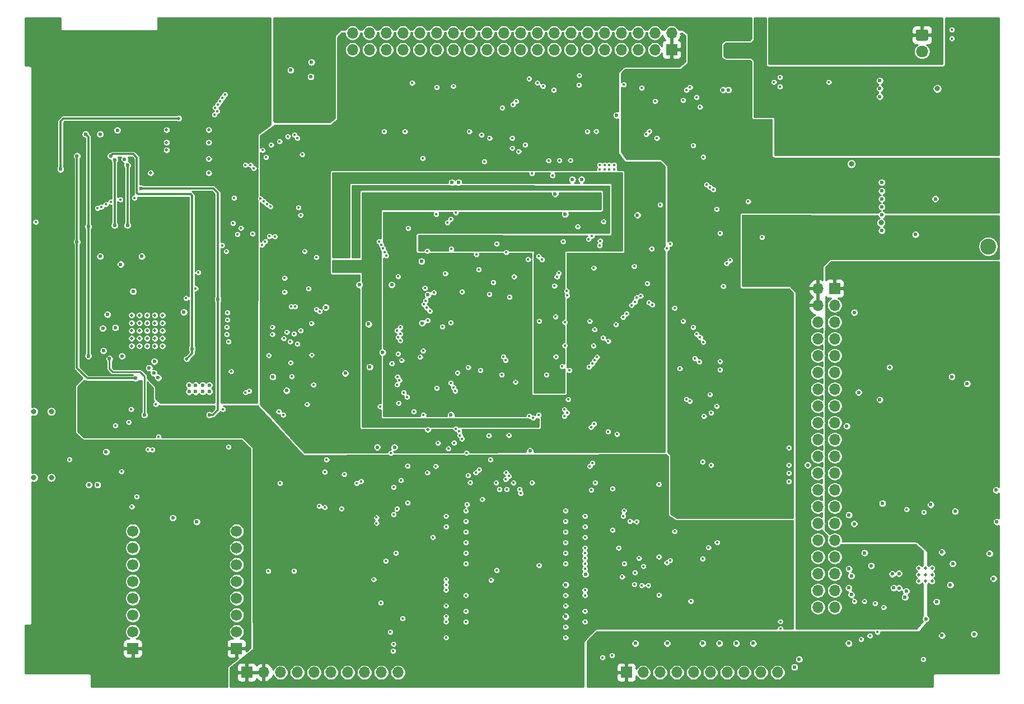
<source format=gbr>
%TF.GenerationSoftware,KiCad,Pcbnew,(5.1.6)-1*%
%TF.CreationDate,2020-11-03T20:49:48+09:00*%
%TF.ProjectId,FlightComputer,466c6967-6874-4436-9f6d-70757465722e,rev?*%
%TF.SameCoordinates,Original*%
%TF.FileFunction,Copper,L3,Inr*%
%TF.FilePolarity,Positive*%
%FSLAX46Y46*%
G04 Gerber Fmt 4.6, Leading zero omitted, Abs format (unit mm)*
G04 Created by KiCad (PCBNEW (5.1.6)-1) date 2020-11-03 20:49:48*
%MOMM*%
%LPD*%
G01*
G04 APERTURE LIST*
%TA.AperFunction,ViaPad*%
%ADD10R,1.700000X1.700000*%
%TD*%
%TA.AperFunction,ViaPad*%
%ADD11C,1.700000*%
%TD*%
%TA.AperFunction,ViaPad*%
%ADD12C,0.500000*%
%TD*%
%TA.AperFunction,ViaPad*%
%ADD13C,0.800000*%
%TD*%
%TA.AperFunction,ViaPad*%
%ADD14O,1.700000X1.700000*%
%TD*%
%TA.AperFunction,ViaPad*%
%ADD15O,1.850000X1.700000*%
%TD*%
%TA.AperFunction,ViaPad*%
%ADD16C,2.400000*%
%TD*%
%TA.AperFunction,ViaPad*%
%ADD17C,0.400000*%
%TD*%
%TA.AperFunction,ViaPad*%
%ADD18C,0.600000*%
%TD*%
%TA.AperFunction,Conductor*%
%ADD19C,0.300000*%
%TD*%
%TA.AperFunction,Conductor*%
%ADD20C,0.250000*%
%TD*%
%TA.AperFunction,Conductor*%
%ADD21C,0.254000*%
%TD*%
G04 APERTURE END LIST*
D10*
%TO.N,VCC_BAT+*%
%TO.C,M3*%
X16630000Y-95890000D03*
D11*
%TO.N,Net-(M3-Pad2)*%
X16630000Y-93350000D03*
%TO.N,Net-(M3-Pad4)*%
X16630000Y-90810000D03*
%TO.N,GND*%
X16630000Y-88270000D03*
%TO.N,Net-(M3-Pad5)*%
X16630000Y-85730000D03*
%TO.N,Net-(M3-Pad6)*%
X16630000Y-83190000D03*
%TO.N,Net-(M3-Pad7)*%
X16630000Y-80650000D03*
%TO.N,Net-(M3-Pad8)*%
X16630000Y-78110000D03*
%TD*%
%TO.N,Net-(M2-Pad8)*%
%TO.C,M2*%
X32330000Y-78110000D03*
%TO.N,Net-(M2-Pad7)*%
X32330000Y-80650000D03*
%TO.N,Net-(M2-Pad6)*%
X32330000Y-83190000D03*
%TO.N,Net-(M2-Pad5)*%
X32330000Y-85730000D03*
%TO.N,GND*%
X32330000Y-88270000D03*
%TO.N,Net-(M2-Pad4)*%
X32330000Y-90810000D03*
%TO.N,Net-(M2-Pad2)*%
X32330000Y-93350000D03*
D10*
%TO.N,VCC_BAT+*%
X32330000Y-95890000D03*
%TD*%
D12*
%TO.N,Net-(C24-Pad2)*%
%TO.C,U2*%
X21121000Y-45427000D03*
X21121000Y-46589500D03*
X21121000Y-47752000D03*
X21121000Y-48914500D03*
X21121000Y-50077000D03*
X19958500Y-45427000D03*
X19958500Y-46589500D03*
X19958500Y-47752000D03*
X19958500Y-48914500D03*
X19958500Y-50077000D03*
X18796000Y-45427000D03*
X18796000Y-46589500D03*
X18796000Y-47752000D03*
X18796000Y-48914500D03*
X18796000Y-50077000D03*
X17633500Y-45427000D03*
X17633500Y-46589500D03*
X17633500Y-47752000D03*
X17633500Y-48914500D03*
X17633500Y-50077000D03*
X16471000Y-45427000D03*
X16471000Y-46589500D03*
X16471000Y-47752000D03*
X16471000Y-48914500D03*
X16471000Y-50077000D03*
%TD*%
%TO.N,GND*%
%TO.C,U1*%
X135500000Y-83700000D03*
X136500000Y-83700000D03*
X137500000Y-83700000D03*
X135500000Y-84700000D03*
X136500000Y-84700000D03*
X137500000Y-84700000D03*
X135500000Y-85700000D03*
X136500000Y-85700000D03*
X137500000Y-85700000D03*
%TD*%
D13*
%TO.N,N/C*%
%TO.C,SW11*%
X4325000Y-60000000D03*
X1675000Y-60000000D03*
%TD*%
%TO.N,N/C*%
%TO.C,SW10*%
X4325000Y-70000000D03*
X1675000Y-70000000D03*
%TD*%
D14*
%TO.N,GND*%
%TO.C,J11*%
X49870000Y-2670000D03*
X49870000Y-5210000D03*
%TO.N,Net-(J11-Pad38)*%
X52410000Y-2670000D03*
%TO.N,Net-(J11-Pad37)*%
X52410000Y-5210000D03*
%TO.N,Net-(J11-Pad36)*%
X54950000Y-2670000D03*
%TO.N,Net-(J11-Pad35)*%
X54950000Y-5210000D03*
%TO.N,Net-(J11-Pad34)*%
X57490000Y-2670000D03*
%TO.N,Net-(J11-Pad33)*%
X57490000Y-5210000D03*
%TO.N,Net-(J11-Pad32)*%
X60030000Y-2670000D03*
%TO.N,Net-(J11-Pad31)*%
X60030000Y-5210000D03*
%TO.N,Net-(J11-Pad30)*%
X62570000Y-2670000D03*
%TO.N,Net-(J11-Pad29)*%
X62570000Y-5210000D03*
%TO.N,Net-(J11-Pad28)*%
X65110000Y-2670000D03*
%TO.N,Net-(J11-Pad27)*%
X65110000Y-5210000D03*
%TO.N,Net-(J11-Pad26)*%
X67650000Y-2670000D03*
%TO.N,Net-(J11-Pad25)*%
X67650000Y-5210000D03*
%TO.N,Net-(J11-Pad24)*%
X70190000Y-2670000D03*
%TO.N,Net-(J11-Pad23)*%
X70190000Y-5210000D03*
%TO.N,Net-(J11-Pad22)*%
X72730000Y-2670000D03*
%TO.N,G_KEY_FUNC2*%
X72730000Y-5210000D03*
%TO.N,Net-(J11-Pad20)*%
X75270000Y-2670000D03*
%TO.N,G_KEY_FUNC1*%
X75270000Y-5210000D03*
%TO.N,Net-(J11-Pad18)*%
X77810000Y-2670000D03*
%TO.N,G_KEY_ESCAPE*%
X77810000Y-5210000D03*
%TO.N,Net-(J11-Pad16)*%
X80350000Y-2670000D03*
%TO.N,G_KEY_MENU*%
X80350000Y-5210000D03*
%TO.N,Net-(J11-Pad14)*%
X82890000Y-2670000D03*
%TO.N,G_KEY_ENTER*%
X82890000Y-5210000D03*
%TO.N,Net-(J11-Pad12)*%
X85430000Y-2670000D03*
%TO.N,G_KEY_DOWN*%
X85430000Y-5210000D03*
%TO.N,Net-(J11-Pad10)*%
X87970000Y-2670000D03*
%TO.N,G_KEY_UP*%
X87970000Y-5210000D03*
%TO.N,Net-(J11-Pad8)*%
X90510000Y-2670000D03*
%TO.N,G_KEY_RIGHT*%
X90510000Y-5210000D03*
%TO.N,Net-(J11-Pad6)*%
X93050000Y-2670000D03*
%TO.N,G_KEY_LEFT*%
X93050000Y-5210000D03*
%TO.N,Net-(J11-Pad4)*%
X95590000Y-2670000D03*
%TO.N,Net-(J11-Pad3)*%
X95590000Y-5210000D03*
%TO.N,VCC_MCU*%
X98130000Y-2670000D03*
D10*
X98130000Y-5210000D03*
%TD*%
D15*
%TO.N,GND*%
%TO.C,J8*%
X136000000Y-5500000D03*
%TO.N,+BATT*%
%TA.AperFunction,ViaPad*%
G36*
G01*
X135325000Y-2150000D02*
X136675000Y-2150000D01*
G75*
G02*
X136925000Y-2400000I0J-250000D01*
G01*
X136925000Y-3600000D01*
G75*
G02*
X136675000Y-3850000I-250000J0D01*
G01*
X135325000Y-3850000D01*
G75*
G02*
X135075000Y-3600000I0J250000D01*
G01*
X135075000Y-2400000D01*
G75*
G02*
X135325000Y-2150000I250000J0D01*
G01*
G37*
%TD.AperFunction*%
%TD*%
D14*
%TO.N,/Codec/I2S_DIN*%
%TO.C,J6*%
X120230000Y-89630000D03*
%TO.N,GND*%
X122770000Y-89630000D03*
%TO.N,/Raspberry/I2S_DIN*%
X120230000Y-87090000D03*
%TO.N,/Raspberry/SDIO_DAT2*%
X122770000Y-87090000D03*
%TO.N,Net-(J6-Pad36)*%
X120230000Y-84550000D03*
%TO.N,/Codec/I2S_LRCK*%
X122770000Y-84550000D03*
%TO.N,GND*%
X120230000Y-82010000D03*
%TO.N,Net-(J6-Pad33)*%
X122770000Y-82010000D03*
%TO.N,Net-(J6-Pad32)*%
X120230000Y-79470000D03*
%TO.N,Net-(J6-Pad31)*%
X122770000Y-79470000D03*
%TO.N,GND*%
X120230000Y-76930000D03*
%TO.N,Net-(J6-Pad29)*%
X122770000Y-76930000D03*
%TO.N,Net-(J6-Pad28)*%
X120230000Y-74390000D03*
%TO.N,Net-(J6-Pad27)*%
X122770000Y-74390000D03*
%TO.N,Net-(J6-Pad26)*%
X120230000Y-71850000D03*
%TO.N,GND*%
X122770000Y-71850000D03*
%TO.N,Net-(J6-Pad24)*%
X120230000Y-69310000D03*
%TO.N,Net-(J6-Pad23)*%
X122770000Y-69310000D03*
%TO.N,/Raspberry/SDIO_DAT1*%
X120230000Y-66770000D03*
%TO.N,Net-(J6-Pad21)*%
X122770000Y-66770000D03*
%TO.N,GND*%
X120230000Y-64230000D03*
%TO.N,Net-(J6-Pad19)*%
X122770000Y-64230000D03*
%TO.N,/Raspberry/SDIO_DAT0*%
X120230000Y-61690000D03*
%TO.N,Net-(J6-Pad17)*%
X122770000Y-61690000D03*
%TO.N,/Raspberry/SDIO_CMD*%
X120230000Y-59150000D03*
%TO.N,/Raspberry/SDIO_CLK*%
X122770000Y-59150000D03*
%TO.N,GND*%
X120230000Y-56610000D03*
%TO.N,/Raspberry/SDIO_DAT3*%
X122770000Y-56610000D03*
%TO.N,/Codec/I2S_SCLK*%
X120230000Y-54070000D03*
%TO.N,Net-(J6-Pad11)*%
X122770000Y-54070000D03*
%TO.N,Net-(J6-Pad10)*%
X120230000Y-51530000D03*
%TO.N,GND*%
X122770000Y-51530000D03*
%TO.N,Net-(J6-Pad8)*%
X120230000Y-48990000D03*
%TO.N,Net-(J6-Pad7)*%
X122770000Y-48990000D03*
%TO.N,GND*%
X120230000Y-46450000D03*
%TO.N,/Codec/I2C_SCL*%
X122770000Y-46450000D03*
%TO.N,VCC_5V*%
X120230000Y-43910000D03*
%TO.N,/Codec/I2C_SDA*%
X122770000Y-43910000D03*
%TO.N,VCC_5V*%
X120230000Y-41370000D03*
D10*
%TO.N,VCC_3V3*%
X122770000Y-41370000D03*
%TD*%
D16*
%TO.N,Net-(J4-Pad1)*%
%TO.C,J4*%
X146000000Y-35000000D03*
%TD*%
D14*
%TO.N,GND*%
%TO.C,J2*%
X56730000Y-99500000D03*
%TO.N,Net-(J2-Pad9)*%
X54190000Y-99500000D03*
%TO.N,Net-(J2-Pad8)*%
X51650000Y-99500000D03*
%TO.N,Net-(J2-Pad7)*%
X49110000Y-99500000D03*
%TO.N,Net-(J2-Pad6)*%
X46570000Y-99500000D03*
%TO.N,Net-(J2-Pad5)*%
X44030000Y-99500000D03*
%TO.N,Net-(J2-Pad4)*%
X41490000Y-99500000D03*
%TO.N,Net-(J2-Pad3)*%
X38950000Y-99500000D03*
%TO.N,VCC_PERIH*%
X36410000Y-99500000D03*
D10*
X33870000Y-99500000D03*
%TD*%
D14*
%TO.N,GND*%
%TO.C,J1*%
X114130000Y-99500000D03*
%TO.N,Net-(C13-Pad1)*%
X111590000Y-99500000D03*
%TO.N,Net-(C12-Pad1)*%
X109050000Y-99500000D03*
%TO.N,Net-(C11-Pad1)*%
X106510000Y-99500000D03*
%TO.N,Net-(C10-Pad1)*%
X103970000Y-99500000D03*
%TO.N,Net-(J1-Pad5)*%
X101430000Y-99500000D03*
%TO.N,/Codec/HPDETECT*%
X98890000Y-99500000D03*
%TO.N,Net-(C7-Pad1)*%
X96350000Y-99500000D03*
%TO.N,Net-(C6-Pad1)*%
X93810000Y-99500000D03*
D10*
%TO.N,VCC_3V3*%
X91270000Y-99500000D03*
%TD*%
D17*
%TO.N,GND*%
X88000000Y-22650000D03*
X88700000Y-22650000D03*
X89450000Y-22650000D03*
X89450000Y-23350000D03*
X88700000Y-23350000D03*
X88000000Y-23350000D03*
X87250000Y-23350000D03*
D18*
X147200000Y-71900000D03*
X147300000Y-76700000D03*
X139000000Y-93900000D03*
X139000000Y-81300000D03*
X133600000Y-87200000D03*
X136575000Y-91400000D03*
X132496102Y-84521105D03*
X129600000Y-58200000D03*
X97450000Y-95100000D03*
X102800000Y-95100000D03*
X105350000Y-95100000D03*
X110450000Y-95100000D03*
X141000000Y-75100000D03*
X138000000Y-27800000D03*
X135000000Y-33200000D03*
D13*
X138300000Y-11100000D03*
D18*
X15400000Y-21800000D03*
X19100000Y-53400000D03*
X14300000Y-17400000D03*
X15000000Y-51600000D03*
X14000000Y-47300000D03*
X16700000Y-41800000D03*
X11700000Y-36500000D03*
X18000000Y-36500000D03*
X14800000Y-37700000D03*
X19900000Y-52400000D03*
X125750000Y-45000000D03*
X105900000Y-11300000D03*
X106700000Y-11300000D03*
X53600000Y-65400000D03*
X40500000Y-8300000D03*
D17*
X73500000Y-63600000D03*
X70500000Y-63625000D03*
D18*
X80500000Y-27050000D03*
D17*
X31100000Y-49400000D03*
D18*
X82100000Y-91035000D03*
X85100000Y-84625000D03*
X43650000Y-7100000D03*
X43550000Y-9300000D03*
X89800000Y-15150000D03*
X92950000Y-30250000D03*
D17*
X81700000Y-34250000D03*
D18*
X54400000Y-51050000D03*
X64750000Y-60500000D03*
X39900000Y-56825000D03*
X19825000Y-54175000D03*
X20475000Y-54875000D03*
X27200000Y-56000000D03*
X28200000Y-56000000D03*
X26150000Y-56000000D03*
X25150000Y-56000000D03*
X25150000Y-57000000D03*
X26150000Y-57000000D03*
X28200000Y-56975000D03*
X27200000Y-56975000D03*
D17*
X87250000Y-22650000D03*
D18*
X11700000Y-18000000D03*
X82100000Y-86225000D03*
D17*
X64000000Y-86225000D03*
X64000000Y-91025000D03*
D18*
X107900000Y-95100000D03*
X92650000Y-95100000D03*
X60380000Y-46600000D03*
X52290000Y-46749999D03*
D17*
X43675000Y-46649999D03*
X43679252Y-51415748D03*
D12*
X61250000Y-62730000D03*
D18*
X60310000Y-37250000D03*
D17*
X67360000Y-69680000D03*
X62580000Y-56450000D03*
D18*
X61260000Y-42340000D03*
D13*
%TO.N,VCC_3V3*%
X130000000Y-38000000D03*
X130000000Y-42200000D03*
X129750000Y-55250000D03*
X133000000Y-61500000D03*
X129750000Y-67250000D03*
X129750000Y-63750000D03*
D18*
X142500000Y-79500000D03*
D13*
X139000000Y-89800000D03*
D18*
%TO.N,VCC_5V*%
X133100000Y-90900000D03*
D13*
X135000000Y-36100000D03*
D18*
X131500000Y-85400000D03*
X133100000Y-91900000D03*
D13*
X121475000Y-36400000D03*
X120175000Y-36400000D03*
D17*
X111800000Y-34700000D03*
X111800000Y-36900000D03*
D13*
X120825000Y-37200000D03*
D18*
%TO.N,Net-(C8-Pad1)*%
X138200000Y-88800000D03*
%TO.N,Net-(C9-Pad1)*%
X117400000Y-97500000D03*
D17*
X114550000Y-91800000D03*
X136175000Y-97500000D03*
D18*
%TO.N,/Codec/RADIO_R*%
X146200000Y-81500000D03*
X140500000Y-54725000D03*
%TO.N,/Codec/RADIO_L*%
X146800000Y-85300000D03*
X142800000Y-55775000D03*
%TO.N,VCC_BAT+*%
X22200000Y-41100000D03*
X23050000Y-54600000D03*
X33500000Y-1300000D03*
X37800000Y-54750000D03*
X32450000Y-54750000D03*
X34500000Y-10800000D03*
X33600000Y-10800000D03*
X35300000Y-10800000D03*
X3100000Y-44250000D03*
%TO.N,Net-(C23-Pad1)*%
X12800000Y-45300000D03*
X12100000Y-47400000D03*
%TO.N,Net-(C24-Pad2)*%
X24350000Y-44950000D03*
D17*
X24700000Y-42850000D03*
D18*
%TO.N,+22V*%
X13900000Y-21875000D03*
X13900000Y-31800000D03*
%TO.N,-20V*%
X15825000Y-22700000D03*
X15825000Y-31800000D03*
%TO.N,+15V*%
X9916000Y-51600000D03*
X9500000Y-18000000D03*
X9910000Y-32000000D03*
%TO.N,-15V*%
X8200000Y-21300000D03*
X17046000Y-54954000D03*
X8200000Y-34320000D03*
%TO.N,/EINK-PMIC/VCOM*%
X13300000Y-21300000D03*
X25600000Y-50500000D03*
D12*
X24775000Y-52025000D03*
D18*
%TO.N,VCC_EINK*%
X13100000Y-52000000D03*
X29500000Y-43000000D03*
X17900000Y-26200000D03*
X18400000Y-60500000D03*
X28225000Y-60500000D03*
X5700000Y-23300000D03*
D12*
X23600000Y-15600000D03*
D18*
%TO.N,VCC_PERIH*%
X12200000Y-50800000D03*
X12200000Y-58700000D03*
D13*
X112875000Y-80125000D03*
D18*
X82100000Y-74225000D03*
X82100000Y-84625000D03*
X82100000Y-93425000D03*
X82100000Y-88625000D03*
X82100000Y-95025000D03*
X67025000Y-91025000D03*
X49650000Y-74600000D03*
D13*
X113950000Y-80125000D03*
D18*
X67025000Y-86225000D03*
%TO.N,VCC_MCU*%
X55250000Y-56250000D03*
D13*
X94200000Y-26450000D03*
D18*
X48775000Y-57750000D03*
X55250000Y-46750000D03*
X48775000Y-51900000D03*
X70500000Y-60150000D03*
X73500000Y-60175000D03*
X80000000Y-60500000D03*
X62000000Y-60500000D03*
X55050000Y-39750000D03*
X55050000Y-38250000D03*
X55000000Y-37200000D03*
X60500000Y-30100000D03*
X68500000Y-30100000D03*
X72500000Y-30100000D03*
X80500000Y-30100000D03*
X87350000Y-37750000D03*
X87350000Y-40750000D03*
X87350000Y-44250000D03*
X87350000Y-48250000D03*
X87350000Y-51250000D03*
X87350000Y-54750000D03*
X12600000Y-66100000D03*
X42400000Y-63200000D03*
D13*
X129800000Y-31400000D03*
D18*
X92950000Y-31400000D03*
D13*
X94200000Y-25450000D03*
D18*
X38700000Y-50100000D03*
X38700000Y-44300000D03*
X45800000Y-40500000D03*
X59500000Y-26100000D03*
D13*
X94200000Y-27350000D03*
D18*
X96580000Y-25460000D03*
D13*
%TO.N,VCC_BAT*%
X39150000Y-10600000D03*
X108200000Y-1200000D03*
X108200000Y-2400000D03*
X92950000Y-15000000D03*
X106800000Y-1200000D03*
X106800000Y-2400000D03*
X118875000Y-27775000D03*
X112775000Y-73925000D03*
X40325000Y-10600000D03*
X94100000Y-15000000D03*
X110700000Y-19000000D03*
X112200000Y-19000000D03*
X110700000Y-17700000D03*
X112200000Y-17700000D03*
%TO.N,+BATT*%
X113900000Y-1300000D03*
X114600000Y-4200000D03*
X115600000Y-4200000D03*
X115600000Y-2800000D03*
X115600000Y-1300000D03*
D17*
%TO.N,/DEBUG/nRST*%
X56750000Y-51250000D03*
X37200010Y-51500000D03*
X7050000Y-67250000D03*
X31500000Y-53950000D03*
X31100000Y-65350000D03*
X54625000Y-17600000D03*
X40100001Y-18374999D03*
%TO.N,/MCU/BOOT0*%
X64700000Y-30850000D03*
X1950000Y-31300000D03*
D18*
%TO.N,GNDS*%
X83100000Y-24850000D03*
X64900000Y-25300000D03*
X56210000Y-65400000D03*
X55800000Y-40800000D03*
X45825000Y-44225000D03*
X50900000Y-40800000D03*
X76700000Y-65975000D03*
X65900000Y-25300000D03*
X84500000Y-24850000D03*
D13*
%TO.N,VCC_USB*%
X137900000Y-14200000D03*
D18*
X113600000Y-8700000D03*
X107800000Y-5200000D03*
X111500000Y-2000000D03*
D13*
X144500000Y-4900000D03*
X144600000Y-18500000D03*
X132500000Y-11100000D03*
X139100000Y-14200000D03*
D18*
X140700000Y-8090000D03*
D17*
%TO.N,Net-(D2-Pad1)*%
X26550000Y-38950000D03*
X26150000Y-41350000D03*
D12*
%TO.N,Net-(J5-Pad34)*%
X28125000Y-17350000D03*
X21750000Y-17350000D03*
%TO.N,Net-(J5-Pad33)*%
X19325000Y-23875000D03*
X28125000Y-23875000D03*
%TO.N,Net-(J5-Pad24)*%
X21750000Y-19250000D03*
X28125000Y-19250000D03*
%TO.N,Net-(J5-Pad22)*%
X28125000Y-21725000D03*
X21750000Y-20400000D03*
D18*
%TO.N,/Codec/I2S_DIN*%
X130000000Y-73900000D03*
X125300000Y-87725000D03*
%TO.N,/Raspberry/I2S_DIN*%
X125300000Y-84900000D03*
X125725000Y-77000000D03*
%TO.N,/Raspberry/SDIO_DAT2*%
X124900000Y-86700000D03*
X126400000Y-57100000D03*
%TO.N,/Codec/I2S_LRCK*%
X124925000Y-83825000D03*
X124925000Y-75650000D03*
D17*
X133675000Y-74800000D03*
X136275000Y-75225000D03*
D18*
%TO.N,Net-(J6-Pad21)*%
X118700000Y-68100000D03*
%TO.N,/Raspberry/SDIO_CLK*%
X124600000Y-62200000D03*
%TO.N,/Codec/I2S_SCLK*%
X137300000Y-74100000D03*
D12*
X131075000Y-53300000D03*
D18*
%TO.N,/Codec/I2C_SCL*%
X127300000Y-81400000D03*
%TO.N,/Codec/I2C_SDA*%
X128300000Y-83350000D03*
%TO.N,Net-(L3-Pad1)*%
X133400000Y-88100000D03*
D17*
X129250000Y-93400000D03*
X130200000Y-89650000D03*
D18*
%TO.N,Net-(L4-Pad1)*%
X132511410Y-86725000D03*
D17*
X128100000Y-93950000D03*
X128875000Y-89050000D03*
D18*
%TO.N,Net-(L5-Pad1)*%
X131700000Y-86700000D03*
D17*
X126800000Y-94500000D03*
X127250000Y-88750000D03*
D18*
%TO.N,Net-(L6-Pad1)*%
X131500000Y-84600000D03*
X124900000Y-95100000D03*
D17*
X125775000Y-88750000D03*
D13*
%TO.N,Net-(L10-Pad2)*%
X125300000Y-22500000D03*
D18*
%TO.N,Net-(M2-Pad5)*%
X22700000Y-76100000D03*
X26300000Y-76700000D03*
%TO.N,Net-(R9-Pad1)*%
X140258058Y-86241942D03*
X116700000Y-98700000D03*
D17*
X114550000Y-92875000D03*
%TO.N,/EINK-PMIC/EPD_PMIC_VCOM*%
X71650000Y-34600000D03*
X32450000Y-33150000D03*
%TO.N,/EINK-PMIC/EPD_PMIC_SDA*%
X37750000Y-47200000D03*
X30850000Y-47200000D03*
X42000000Y-30250000D03*
X65500000Y-29900000D03*
%TO.N,/EINK-PMIC/EPD_PMIC_SCL*%
X37750000Y-48300000D03*
X30850000Y-48300000D03*
X64200000Y-31400000D03*
X31800000Y-31475000D03*
%TO.N,/EINK-PMIC/EPD_PMIC_PWRUP*%
X30950000Y-46100000D03*
X41200003Y-44100000D03*
X70600000Y-18600000D03*
X41500000Y-18600000D03*
%TO.N,/EINK-PMIC/EPD_PMIC_WAKEUP*%
X20100000Y-58900000D03*
X43200001Y-41400001D03*
X43000000Y-58900000D03*
X71150000Y-40450000D03*
%TO.N,/EINK-PMIC/EPD_PMIC_nINT*%
X16400000Y-59650000D03*
X30250000Y-59650000D03*
X69800000Y-22149990D03*
X33675000Y-22650000D03*
%TO.N,/EINK-PMIC/EPD_PMIC_PWR_GOOD*%
X40600000Y-44100000D03*
X30950000Y-45000000D03*
X69350000Y-18100000D03*
X41100000Y-18100000D03*
%TO.N,/EINK-PMIC/EPD_CL*%
X102925000Y-21450000D03*
X41700003Y-29125000D03*
X42250000Y-21100000D03*
X102925000Y-49475000D03*
X86300000Y-50050000D03*
X11312500Y-29212500D03*
%TO.N,/EINK-PMIC/EPD_LE*%
X87770001Y-48850000D03*
X30560001Y-12000000D03*
X101900000Y-48275000D03*
X101900000Y-12400000D03*
%TO.N,/EINK-PMIC/EPD_OE*%
X86450000Y-47600000D03*
X101389497Y-47250000D03*
X101400000Y-19725000D03*
X37434655Y-28973416D03*
X38850000Y-19100000D03*
X11912500Y-29012500D03*
%TO.N,/EINK-PMIC/EPD_SPH*%
X85750000Y-46330000D03*
X30200000Y-12500000D03*
X99875000Y-46325000D03*
X99875000Y-12850000D03*
%TO.N,/EINK-PMIC/EPD_D0*%
X76000000Y-19600000D03*
X36937500Y-28637500D03*
X37575000Y-19600000D03*
X12587500Y-28637500D03*
%TO.N,/EINK-PMIC/EPD_D1*%
X74600000Y-13000000D03*
X29864800Y-13000000D03*
%TO.N,/EINK-PMIC/EPD_D2*%
X13350000Y-28250000D03*
X75000000Y-20600000D03*
X36425000Y-28200000D03*
X36775000Y-21500000D03*
%TO.N,/EINK-PMIC/EPD_D3*%
X74100000Y-13500000D03*
X29524265Y-13500000D03*
%TO.N,/EINK-PMIC/EPD_D4*%
X74000000Y-20100000D03*
X14750000Y-27900000D03*
X36250000Y-20425000D03*
X35937500Y-27762500D03*
%TO.N,/EINK-PMIC/EPD_D5*%
X29100000Y-14000000D03*
X72500000Y-14000000D03*
%TO.N,/EINK-PMIC/EPD_D6*%
X82650000Y-53750000D03*
X69200000Y-53750000D03*
X68972835Y-38492912D03*
X33000000Y-32200000D03*
X31975040Y-27649960D03*
X16875000Y-27649960D03*
%TO.N,/EINK-PMIC/EPD_D7*%
X85650000Y-53250000D03*
X29391386Y-14524496D03*
X95650000Y-13000000D03*
X99375000Y-53464579D03*
%TO.N,/EINK-PMIC/EPD_GMODE*%
X88550000Y-49350000D03*
X28969262Y-15024496D03*
X102425000Y-48750000D03*
X102425000Y-13875000D03*
%TO.N,/EINK-PMIC/EPD_CKV*%
X81950000Y-50000000D03*
X42600000Y-35750000D03*
X30153554Y-34828554D03*
X41500000Y-49750000D03*
%TO.N,/EINK-PMIC/EPD_SPV*%
X44400000Y-44517179D03*
X30760695Y-35750000D03*
X44400000Y-36625000D03*
X81950000Y-46500000D03*
%TO.N,Net-(R50-Pad2)*%
X82100000Y-94225000D03*
%TO.N,/MCU/FMC_D0*%
X86483390Y-52250000D03*
X102290000Y-52460000D03*
X101015000Y-88710000D03*
%TO.N,/MCU/FMC_A0*%
X85000000Y-77425000D03*
X60900000Y-43250000D03*
X92562500Y-43412500D03*
X92800000Y-76650000D03*
%TO.N,Net-(R52-Pad2)*%
X82100000Y-92625000D03*
%TO.N,/MCU/FMC_D1*%
X86855024Y-51750000D03*
X101660000Y-51940000D03*
X96225000Y-87800000D03*
%TO.N,/MCU/FMC_A1*%
X60631671Y-43786658D03*
X92037500Y-43887500D03*
X91825000Y-76625000D03*
%TO.N,Net-(R53-Pad1)*%
X82075000Y-76625000D03*
%TO.N,/MCU/FMC_D2*%
X85000000Y-91825000D03*
X94575000Y-86300000D03*
X81070000Y-39050000D03*
X95180000Y-43820000D03*
%TO.N,/MCU/FMC_A2*%
X85000000Y-75825000D03*
X61100000Y-44300000D03*
X91300000Y-45150000D03*
X90775000Y-75825000D03*
%TO.N,/MCU/FMC_D3*%
X85000000Y-90225000D03*
X80780000Y-39600000D03*
X94670000Y-43470000D03*
X93625000Y-86325000D03*
%TO.N,/MCU/FMC_A3*%
X61550000Y-44800000D03*
X90925000Y-75025000D03*
X90758201Y-45711799D03*
%TO.N,Net-(R57-Pad1)*%
X82075000Y-75025000D03*
%TO.N,Net-(R58-Pad2)*%
X82100000Y-89425000D03*
%TO.N,/MCU/FMC_D4*%
X73050096Y-70275000D03*
X93860000Y-83430000D03*
X96190000Y-81990000D03*
X96180000Y-71010000D03*
X92485000Y-86185000D03*
%TO.N,/MCU/FMC_A4*%
X64700001Y-55649999D03*
X56575000Y-74700000D03*
X61225000Y-46200010D03*
X64700001Y-46525001D03*
X59110000Y-60000000D03*
%TO.N,Net-(R59-Pad1)*%
X67000000Y-75025000D03*
%TO.N,Net-(R60-Pad2)*%
X82100000Y-87825000D03*
%TO.N,/MCU/FMC_D5*%
X85000000Y-87825000D03*
X73500000Y-69775000D03*
X102800000Y-67600000D03*
X102800000Y-82300000D03*
%TO.N,/MCU/FMC_A5*%
X64000000Y-75825000D03*
X56075000Y-75575000D03*
X51175000Y-70550000D03*
X56075000Y-71450000D03*
%TO.N,/MCU/FMC_D6*%
X85000000Y-87025000D03*
X73075000Y-69275000D03*
X104100000Y-68100000D03*
X103700000Y-80600000D03*
%TO.N,/MCU/FMC_A6*%
X53499999Y-76050000D03*
X67125000Y-66270000D03*
X55660000Y-66280000D03*
%TO.N,Net-(R63-Pad1)*%
X67000000Y-76625000D03*
%TO.N,/MCU/FMC_D7*%
X77025000Y-70775000D03*
X86550000Y-70775000D03*
%TO.N,/MCU/FMC_A7*%
X64005000Y-77425000D03*
X67650000Y-70725000D03*
X48200000Y-74700000D03*
X48600000Y-69500000D03*
%TO.N,/Memory/NOR_DQ0*%
X57100000Y-48250000D03*
X41000000Y-48225000D03*
%TO.N,/MCU/FMC_D8*%
X64000000Y-85425000D03*
X54020000Y-59230000D03*
X74500000Y-55550000D03*
X53075000Y-85425000D03*
%TO.N,/MCU/FMC_A8*%
X68500000Y-69275000D03*
%TO.N,Net-(R68-Pad1)*%
X67000000Y-78225000D03*
%TO.N,/Memory/NOR_DQ1*%
X56750000Y-48750000D03*
X39450000Y-48950000D03*
X37100000Y-84150000D03*
X41025000Y-84150000D03*
%TO.N,/MCU/FMC_D9*%
X64000000Y-87025000D03*
X74175000Y-70800000D03*
X71575000Y-70800000D03*
X70825000Y-85525000D03*
%TO.N,/MCU/FMC_A9*%
X62025000Y-79025000D03*
X69000000Y-68775000D03*
X45650000Y-69125000D03*
X45650000Y-74525000D03*
%TO.N,/Memory/NOR_DQ2*%
X56600000Y-47750000D03*
X42000000Y-47750000D03*
%TO.N,Net-(R73-Pad2)*%
X67000000Y-87825000D03*
%TO.N,/MCU/FMC_D10*%
X73175000Y-71775000D03*
X72075000Y-71775000D03*
X71675000Y-84025000D03*
%TO.N,/MCU/FMC_A10*%
X69500000Y-73275000D03*
X89207500Y-71682500D03*
X89200000Y-77930000D03*
%TO.N,Net-(R74-Pad1)*%
X82075000Y-78225000D03*
%TO.N,/Memory/NOR_nCS*%
X82330000Y-42430000D03*
X73600000Y-42649989D03*
X72995000Y-52225000D03*
X43950000Y-55950000D03*
%TO.N,/Memory/NOR_DQ3*%
X57100000Y-47250000D03*
X39950000Y-47950000D03*
X38900000Y-70850000D03*
X50500000Y-70850000D03*
%TO.N,/MCU/FMC_D11*%
X75123913Y-71773913D03*
X53499999Y-76900000D03*
X54125000Y-88950000D03*
X64000000Y-89425000D03*
%TO.N,/MCU/FMC_A11*%
X70730000Y-67275000D03*
X45950000Y-67275000D03*
X44825000Y-74300000D03*
%TO.N,Net-(R78-Pad1)*%
X67000000Y-79825000D03*
%TO.N,/Memory/NOR_CLK*%
X57100000Y-49250000D03*
X40450000Y-49400000D03*
%TO.N,Net-(R80-Pad2)*%
X67000000Y-90225000D03*
%TO.N,/MCU/FMC_D12*%
X75275000Y-72400000D03*
X58199999Y-73825001D03*
X57450000Y-91325000D03*
%TO.N,/MCU/FMC_A12*%
X78091446Y-46298554D03*
X63450000Y-47150000D03*
%TO.N,Net-(R82-Pad2)*%
X67000000Y-91825000D03*
%TO.N,/MCU/FMC_D13*%
X86125000Y-67775000D03*
X64000000Y-91825000D03*
X58172451Y-68247451D03*
%TO.N,/MCU/FMC_D14*%
X85750000Y-68275000D03*
X57175000Y-70400000D03*
X62470000Y-68275000D03*
X61199999Y-69275000D03*
%TO.N,/MCU/FMC_D15*%
X64000000Y-94225000D03*
X81580000Y-53160000D03*
X55575000Y-93375000D03*
X57625000Y-57125000D03*
%TO.N,/MCU/FMC_BA0*%
X89710000Y-46830000D03*
X105425000Y-53680000D03*
X104995000Y-79825000D03*
%TO.N,Net-(R85-Pad1)*%
X82075000Y-79825000D03*
%TO.N,/MCU/FMC_BA1*%
X85000000Y-79025000D03*
X92820000Y-42770000D03*
X98550000Y-44340000D03*
X98550000Y-78160000D03*
%TO.N,/MCU/FMC_nBL0*%
X85000000Y-83825000D03*
X63900000Y-39100000D03*
X74310000Y-39570000D03*
X78060000Y-83300000D03*
%TO.N,/MCU/FMC_nBL1*%
X65750000Y-54125000D03*
X54900000Y-82625000D03*
X56810000Y-58720000D03*
%TO.N,Net-(R88-Pad1)*%
X67000000Y-83025000D03*
%TO.N,/MCU/FMC_nWE*%
X85000000Y-83025000D03*
X80600000Y-51675000D03*
X86375000Y-61850000D03*
X89849980Y-63425000D03*
X90975000Y-83020000D03*
X60540000Y-50810000D03*
%TO.N,Net-(R89-Pad1)*%
X82075000Y-83025000D03*
%TO.N,/MCU/FMC_nCAS*%
X93450000Y-42500000D03*
X85000000Y-82225000D03*
X93200000Y-82225000D03*
X68580000Y-36250000D03*
X76410000Y-36950000D03*
X80410000Y-40960000D03*
%TO.N,/MCU/FMC_nRAS*%
X85000000Y-81425000D03*
X67155000Y-74055000D03*
X85990000Y-71870000D03*
%TO.N,Net-(R91-Pad1)*%
X82075000Y-81425000D03*
%TO.N,/MCU/FMC_nE1*%
X85000000Y-80625000D03*
X66420000Y-41850000D03*
X70560000Y-42230000D03*
X72430000Y-54430000D03*
X85930000Y-62350000D03*
X88530000Y-63040000D03*
X79190000Y-54430000D03*
X90090000Y-80630000D03*
%TO.N,/MCU/FMC_CLK*%
X62150000Y-41975000D03*
X82250000Y-41750000D03*
%TO.N,/MCU/FMC_CKE1*%
X58100000Y-57800000D03*
X56405000Y-81425000D03*
X67375000Y-53300000D03*
%TO.N,Net-(R94-Pad1)*%
X67000000Y-81425000D03*
%TO.N,/VARIO_RX*%
X78000000Y-36500000D03*
X106950000Y-37100000D03*
%TO.N,/VARIO_TX*%
X78500000Y-37000000D03*
X106425000Y-37575000D03*
%TO.N,/EINK_MOSI*%
X115875000Y-65475000D03*
X66401334Y-64127266D03*
%TO.N,/EINK_MISO*%
X115850000Y-68100000D03*
X65199999Y-64724999D03*
%TO.N,/EINK_SCLK*%
X115860000Y-70590000D03*
X115860000Y-70590000D03*
X64349989Y-65625011D03*
%TO.N,/EINK_nCS*%
X115850000Y-69300000D03*
X62810000Y-64785000D03*
%TO.N,Net-(R117-Pad2)*%
X114500000Y-9400000D03*
X140500000Y-2200000D03*
%TO.N,Net-(R118-Pad2)*%
X113600000Y-10100000D03*
X121900000Y-10100000D03*
%TO.N,/MCU/PWR_PERIPH_EN*%
X105925000Y-41025000D03*
X94438837Y-40600000D03*
%TO.N,/MCU/PWR_5V_EN*%
X109700000Y-28200000D03*
X64800000Y-35350000D03*
X95089661Y-35350000D03*
X96400000Y-28700000D03*
%TO.N,/MCU/LOW_BATTERY*%
X60100000Y-51750000D03*
X72700000Y-51700000D03*
X73100000Y-35900000D03*
X111800000Y-33600000D03*
%TO.N,/MCU/PWR_BAT+_EN*%
X44900000Y-44850000D03*
X80570000Y-45650000D03*
%TO.N,/MCU/BAT_SENSING*%
X55800000Y-52725000D03*
X40650000Y-54700000D03*
%TO.N,/IMU1_SCLK*%
X53900000Y-34250000D03*
X34761403Y-33061403D03*
%TO.N,/IMU1_MOSI*%
X36150000Y-34749999D03*
X54950000Y-36400000D03*
%TO.N,/IMU1_MISO*%
X54739326Y-35838201D03*
X36649990Y-34249999D03*
%TO.N,/IMU1_nCS1*%
X54234197Y-34749988D03*
X37300000Y-33450000D03*
%TO.N,/IMU1_nCS2*%
X54475220Y-35299452D03*
X38100000Y-33500020D03*
%TO.N,/Vario/DEBUG_TX*%
X56000000Y-96250000D03*
X87300000Y-34150000D03*
X97875000Y-82544080D03*
X97875000Y-34625000D03*
X89100000Y-96925000D03*
X90650000Y-85025000D03*
%TO.N,/Vario/DEBUG_RX*%
X56050000Y-95200000D03*
X87250000Y-34850000D03*
X97375000Y-82900000D03*
X97375000Y-35325000D03*
X92575000Y-84375000D03*
X87675000Y-97225000D03*
D18*
%TO.N,/IMU2_SCL*%
X9996000Y-71104000D03*
D17*
X17200000Y-72900000D03*
X76600000Y-60649999D03*
X14900000Y-69100000D03*
X16000000Y-61600000D03*
D18*
%TO.N,/IMU2_SDA*%
X11300000Y-71100000D03*
D17*
X16500000Y-74400000D03*
X77150000Y-60950000D03*
X14000000Y-62100000D03*
%TO.N,/IMU2_FSYNC*%
X66000000Y-63000000D03*
X18925000Y-65725000D03*
%TO.N,/IMU2_nINT*%
X19568432Y-65788676D03*
X66096838Y-63610270D03*
%TO.N,/IMU2_DRDY*%
X20540000Y-63800000D03*
X65500000Y-62600000D03*
%TO.N,/Vario/GPS_RX*%
X38700000Y-60000000D03*
X56630000Y-55930000D03*
%TO.N,/Vario/GPS_TX*%
X60600000Y-60500000D03*
X39400000Y-60500000D03*
%TO.N,/DEBUG/DEBUG_JTDI*%
X65100000Y-10750000D03*
X78650000Y-10750000D03*
%TO.N,/DEBUG/DEBUG_JMS-SWDIO*%
X83900000Y-32000000D03*
X80300000Y-11300000D03*
X62600000Y-10900000D03*
%TO.N,/DEBUG/DEBUG_JTCK-SWCLK*%
X60500000Y-21649990D03*
X79500000Y-22000000D03*
%TO.N,/DEBUG/DEBUG_JTDO-SWO*%
X57800000Y-17600000D03*
X67550000Y-17600000D03*
D18*
%TO.N,/MCU/USB_HS_PWR_EN*%
X129900000Y-32600000D03*
D17*
X86150000Y-52750000D03*
X105425000Y-33000000D03*
X105425000Y-52425000D03*
D18*
%TO.N,/MCU/USB_HS_OVCR*%
X129900000Y-30200000D03*
D17*
X87800000Y-31250000D03*
D18*
%TO.N,/MCU/USB_HS_VBUS*%
X129900000Y-27800000D03*
D17*
X82300000Y-60200000D03*
X104425000Y-26388409D03*
X104075000Y-60200000D03*
D18*
%TO.N,/MCU/USB_HS_DP*%
X129900000Y-26600000D03*
D17*
X103925000Y-26048620D03*
X103925000Y-57425000D03*
X82465000Y-58175000D03*
D18*
%TO.N,/MCU/USB_HS_DN*%
X129900000Y-29000000D03*
D17*
X81900000Y-59700000D03*
X104925000Y-29350000D03*
X104925000Y-59200000D03*
D18*
%TO.N,/MCU/USB_HS_ID*%
X129900000Y-25300000D03*
D17*
X81900000Y-60700000D03*
X103425000Y-25650000D03*
X103025000Y-60700000D03*
D18*
%TO.N,/MCU/USB_FS_VBUS*%
X129600000Y-11100000D03*
D17*
X76550000Y-9600000D03*
D18*
%TO.N,/MCU/USB_FS_DP*%
X129600000Y-9900000D03*
D17*
X85550000Y-33900000D03*
X84150000Y-9100000D03*
%TO.N,/MCU/USB_FS_DN*%
X84099992Y-10550000D03*
D18*
X129600000Y-12300000D03*
D17*
X86050000Y-33400000D03*
%TO.N,Net-(R217-Pad2)*%
X114500000Y-10800000D03*
X140500000Y-3500000D03*
D18*
%TO.N,Net-(TP2-Pad1)*%
X140641942Y-83041942D03*
X143850000Y-93700000D03*
D17*
%TO.N,Net-(TP13-Pad1)*%
X57300000Y-52250000D03*
X40500000Y-52600000D03*
%TO.N,Net-(TP14-Pad1)*%
X56750000Y-39550000D03*
X39600000Y-39800000D03*
%TO.N,Net-(TP15-Pad1)*%
X60800000Y-41300000D03*
X39600000Y-41900000D03*
%TO.N,/KEYBOARD/KEY_UP*%
X86700000Y-17550000D03*
X94750000Y-17550000D03*
%TO.N,/KEYBOARD/KEY_DOWN*%
X94300000Y-18050000D03*
X85400000Y-17600000D03*
%TO.N,/KEYBOARD/KEY_LEFT*%
X65131671Y-56363342D03*
X93600000Y-11000010D03*
X100375000Y-58125000D03*
X100375000Y-11300000D03*
%TO.N,/KEYBOARD/KEY_RIGHT*%
X65400000Y-56900000D03*
X90900000Y-10500010D03*
X100889497Y-58433698D03*
X100900000Y-10900000D03*
%TO.N,/KEYBOARD/KEY_ENTER*%
X56650000Y-54750000D03*
X34249990Y-56900000D03*
X82800000Y-21950000D03*
X34950000Y-23150000D03*
%TO.N,/KEYBOARD/KEY_ESCAPE*%
X61150000Y-35700000D03*
X77800000Y-10250000D03*
X58300000Y-32250000D03*
X58900000Y-10250000D03*
%TO.N,/KEYBOARD/KEY_FUNC1*%
X80100000Y-24250000D03*
X77000000Y-23950000D03*
%TO.N,/KEYBOARD/KEY_FUNC2*%
X74000000Y-18600000D03*
X86350000Y-38250000D03*
X92450000Y-38000000D03*
X95900001Y-18600000D03*
%TO.N,/KEYBOARD/KEY_MENU*%
X56968000Y-55258800D03*
X33686113Y-57105050D03*
X81157850Y-21957850D03*
X34450000Y-22650000D03*
D18*
%TO.N,/MCU/MCU_POWER/VSSA*%
X48775000Y-54200000D03*
X52450000Y-53250000D03*
%TO.N,/MCU/MCU_POWER/VDDLDO*%
X81000000Y-34500000D03*
X61000000Y-34500000D03*
X79000000Y-56250000D03*
X47600000Y-35350000D03*
X48700000Y-35350000D03*
X80000000Y-56250000D03*
%TO.N,/MCU/MCU_POWER/VCAP*%
X82000000Y-30125000D03*
D17*
X62500000Y-30125000D03*
X78000000Y-60500000D03*
D18*
%TO.N,/MCU/MCU_POWER/SMPS_OUT*%
X65900000Y-28100000D03*
X85600000Y-28100000D03*
X48700000Y-38100000D03*
X76700000Y-61900000D03*
X51975000Y-44225000D03*
%TD*%
D19*
%TO.N,+22V*%
X13900000Y-22400000D02*
X13900000Y-21875000D01*
X13900000Y-31800000D02*
X13900000Y-22400000D01*
X13900000Y-22400000D02*
X13900000Y-21900000D01*
%TO.N,-20V*%
X15825000Y-22700000D02*
X15825000Y-31450000D01*
X15825000Y-31800000D02*
X15825000Y-31450000D01*
%TO.N,+15V*%
X9916000Y-18416000D02*
X9500000Y-18000000D01*
X9916000Y-31994000D02*
X9910000Y-32000000D01*
X9916000Y-51600000D02*
X9916000Y-31994000D01*
X9916000Y-31994000D02*
X9916000Y-18416000D01*
%TO.N,-15V*%
X9754000Y-54954000D02*
X8200000Y-53400000D01*
X17046000Y-54954000D02*
X9754000Y-54954000D01*
X8200000Y-53400000D02*
X8200000Y-34320000D01*
X8200000Y-34320000D02*
X8200000Y-21300000D01*
%TO.N,/EINK-PMIC/VCOM*%
X25400000Y-27100000D02*
X17425000Y-27100000D01*
X17425000Y-27100000D02*
X17249999Y-26924999D01*
X16700001Y-21000001D02*
X13599999Y-21000001D01*
X13599999Y-21000001D02*
X13300000Y-21300000D01*
X17249999Y-21549999D02*
X16700001Y-21000001D01*
X17249999Y-26849999D02*
X17249999Y-21549999D01*
X17274999Y-26874999D02*
X17249999Y-26849999D01*
X25400000Y-27100000D02*
X25600000Y-27300000D01*
X25600000Y-27300000D02*
X25600000Y-50500000D01*
X25600000Y-51200000D02*
X24775000Y-52025000D01*
X25600000Y-50500000D02*
X25600000Y-51200000D01*
D20*
%TO.N,VCC_EINK*%
X13100000Y-52000000D02*
X13100000Y-53500002D01*
X18400000Y-60500000D02*
X18400000Y-54700000D01*
X18400000Y-54700000D02*
X17700001Y-54000001D01*
X13599999Y-54000001D02*
X13100000Y-53500002D01*
X17700001Y-54000001D02*
X13599999Y-54000001D01*
D19*
X28750000Y-60500000D02*
X29500000Y-59750000D01*
X28225000Y-60500000D02*
X28750000Y-60500000D01*
X29500000Y-59750000D02*
X29500000Y-43000000D01*
X29500000Y-26900000D02*
X28800000Y-26200000D01*
X29500000Y-43000000D02*
X29500000Y-26900000D01*
X28800000Y-26200000D02*
X17900000Y-26200000D01*
X6150000Y-15600000D02*
X5700000Y-16050000D01*
X5700000Y-16050000D02*
X5700000Y-23300000D01*
X23600000Y-15600000D02*
X6150000Y-15600000D01*
%TD*%
D21*
%TO.N,VCC_BAT+*%
G36*
X5723000Y-1981480D02*
G01*
X5721176Y-2000000D01*
X5728455Y-2073905D01*
X5750012Y-2144970D01*
X5785019Y-2210463D01*
X5832131Y-2267869D01*
X5889537Y-2314981D01*
X5955030Y-2349988D01*
X6026095Y-2371545D01*
X6100000Y-2378824D01*
X6118519Y-2377000D01*
X20081481Y-2377000D01*
X20100000Y-2378824D01*
X20118519Y-2377000D01*
X20173905Y-2371545D01*
X20244970Y-2349988D01*
X20310463Y-2314981D01*
X20367869Y-2267869D01*
X20414981Y-2210463D01*
X20449988Y-2144970D01*
X20471545Y-2073905D01*
X20478824Y-2000000D01*
X20477000Y-1981481D01*
X20477000Y-377000D01*
X37473000Y-377000D01*
X37473000Y-16536500D01*
X35523800Y-17998400D01*
X35505443Y-18015218D01*
X35490720Y-18035294D01*
X35480196Y-18057857D01*
X35474276Y-18082039D01*
X35473000Y-18099960D01*
X35471422Y-23070053D01*
X35456748Y-22996280D01*
X35417021Y-22900372D01*
X35359348Y-22814057D01*
X35285943Y-22740652D01*
X35199628Y-22682979D01*
X35103720Y-22643252D01*
X35001905Y-22623000D01*
X34977000Y-22623000D01*
X34977000Y-22598095D01*
X34956748Y-22496280D01*
X34917021Y-22400372D01*
X34859348Y-22314057D01*
X34785943Y-22240652D01*
X34699628Y-22182979D01*
X34603720Y-22143252D01*
X34501905Y-22123000D01*
X34398095Y-22123000D01*
X34296280Y-22143252D01*
X34200372Y-22182979D01*
X34114057Y-22240652D01*
X34062500Y-22292209D01*
X34010943Y-22240652D01*
X33924628Y-22182979D01*
X33828720Y-22143252D01*
X33726905Y-22123000D01*
X33623095Y-22123000D01*
X33521280Y-22143252D01*
X33425372Y-22182979D01*
X33339057Y-22240652D01*
X33265652Y-22314057D01*
X33207979Y-22400372D01*
X33168252Y-22496280D01*
X33148000Y-22598095D01*
X33148000Y-22701905D01*
X33168252Y-22803720D01*
X33207979Y-22899628D01*
X33265652Y-22985943D01*
X33339057Y-23059348D01*
X33425372Y-23117021D01*
X33521280Y-23156748D01*
X33623095Y-23177000D01*
X33726905Y-23177000D01*
X33828720Y-23156748D01*
X33924628Y-23117021D01*
X34010943Y-23059348D01*
X34062500Y-23007791D01*
X34114057Y-23059348D01*
X34200372Y-23117021D01*
X34296280Y-23156748D01*
X34398095Y-23177000D01*
X34423000Y-23177000D01*
X34423000Y-23201905D01*
X34443252Y-23303720D01*
X34482979Y-23399628D01*
X34540652Y-23485943D01*
X34614057Y-23559348D01*
X34700372Y-23617021D01*
X34796280Y-23656748D01*
X34898095Y-23677000D01*
X35001905Y-23677000D01*
X35103720Y-23656748D01*
X35199628Y-23617021D01*
X35285943Y-23559348D01*
X35359348Y-23485943D01*
X35417021Y-23399628D01*
X35456748Y-23303720D01*
X35471371Y-23230203D01*
X35470011Y-27514001D01*
X35430752Y-27608780D01*
X35410500Y-27710595D01*
X35410500Y-27814405D01*
X35430752Y-27916220D01*
X35469854Y-28010619D01*
X35460120Y-58673000D01*
X29977000Y-58673000D01*
X29977000Y-57053145D01*
X33159113Y-57053145D01*
X33159113Y-57156955D01*
X33179365Y-57258770D01*
X33219092Y-57354678D01*
X33276765Y-57440993D01*
X33350170Y-57514398D01*
X33436485Y-57572071D01*
X33532393Y-57611798D01*
X33634208Y-57632050D01*
X33738018Y-57632050D01*
X33839833Y-57611798D01*
X33935741Y-57572071D01*
X34022056Y-57514398D01*
X34095461Y-57440993D01*
X34115753Y-57410623D01*
X34198085Y-57427000D01*
X34301895Y-57427000D01*
X34403710Y-57406748D01*
X34499618Y-57367021D01*
X34585933Y-57309348D01*
X34659338Y-57235943D01*
X34717011Y-57149628D01*
X34756738Y-57053720D01*
X34776990Y-56951905D01*
X34776990Y-56848095D01*
X34756738Y-56746280D01*
X34717011Y-56650372D01*
X34659338Y-56564057D01*
X34585933Y-56490652D01*
X34499618Y-56432979D01*
X34403710Y-56393252D01*
X34301895Y-56373000D01*
X34198085Y-56373000D01*
X34096270Y-56393252D01*
X34000362Y-56432979D01*
X33914047Y-56490652D01*
X33840642Y-56564057D01*
X33820350Y-56594427D01*
X33738018Y-56578050D01*
X33634208Y-56578050D01*
X33532393Y-56598302D01*
X33436485Y-56638029D01*
X33350170Y-56695702D01*
X33276765Y-56769107D01*
X33219092Y-56855422D01*
X33179365Y-56951330D01*
X33159113Y-57053145D01*
X29977000Y-57053145D01*
X29977000Y-53898095D01*
X30973000Y-53898095D01*
X30973000Y-54001905D01*
X30993252Y-54103720D01*
X31032979Y-54199628D01*
X31090652Y-54285943D01*
X31164057Y-54359348D01*
X31250372Y-54417021D01*
X31346280Y-54456748D01*
X31448095Y-54477000D01*
X31551905Y-54477000D01*
X31653720Y-54456748D01*
X31749628Y-54417021D01*
X31835943Y-54359348D01*
X31909348Y-54285943D01*
X31967021Y-54199628D01*
X32006748Y-54103720D01*
X32027000Y-54001905D01*
X32027000Y-53898095D01*
X32006748Y-53796280D01*
X31967021Y-53700372D01*
X31909348Y-53614057D01*
X31835943Y-53540652D01*
X31749628Y-53482979D01*
X31653720Y-53443252D01*
X31551905Y-53423000D01*
X31448095Y-53423000D01*
X31346280Y-53443252D01*
X31250372Y-53482979D01*
X31164057Y-53540652D01*
X31090652Y-53614057D01*
X31032979Y-53700372D01*
X30993252Y-53796280D01*
X30973000Y-53898095D01*
X29977000Y-53898095D01*
X29977000Y-49348095D01*
X30573000Y-49348095D01*
X30573000Y-49451905D01*
X30593252Y-49553720D01*
X30632979Y-49649628D01*
X30690652Y-49735943D01*
X30764057Y-49809348D01*
X30850372Y-49867021D01*
X30946280Y-49906748D01*
X31048095Y-49927000D01*
X31151905Y-49927000D01*
X31253720Y-49906748D01*
X31349628Y-49867021D01*
X31435943Y-49809348D01*
X31509348Y-49735943D01*
X31567021Y-49649628D01*
X31606748Y-49553720D01*
X31627000Y-49451905D01*
X31627000Y-49348095D01*
X31606748Y-49246280D01*
X31567021Y-49150372D01*
X31509348Y-49064057D01*
X31435943Y-48990652D01*
X31349628Y-48932979D01*
X31253720Y-48893252D01*
X31151905Y-48873000D01*
X31048095Y-48873000D01*
X30946280Y-48893252D01*
X30850372Y-48932979D01*
X30764057Y-48990652D01*
X30690652Y-49064057D01*
X30632979Y-49150372D01*
X30593252Y-49246280D01*
X30573000Y-49348095D01*
X29977000Y-49348095D01*
X29977000Y-48248095D01*
X30323000Y-48248095D01*
X30323000Y-48351905D01*
X30343252Y-48453720D01*
X30382979Y-48549628D01*
X30440652Y-48635943D01*
X30514057Y-48709348D01*
X30600372Y-48767021D01*
X30696280Y-48806748D01*
X30798095Y-48827000D01*
X30901905Y-48827000D01*
X31003720Y-48806748D01*
X31099628Y-48767021D01*
X31185943Y-48709348D01*
X31259348Y-48635943D01*
X31317021Y-48549628D01*
X31356748Y-48453720D01*
X31377000Y-48351905D01*
X31377000Y-48248095D01*
X31356748Y-48146280D01*
X31317021Y-48050372D01*
X31259348Y-47964057D01*
X31185943Y-47890652D01*
X31099628Y-47832979D01*
X31003720Y-47793252D01*
X30901905Y-47773000D01*
X30798095Y-47773000D01*
X30696280Y-47793252D01*
X30600372Y-47832979D01*
X30514057Y-47890652D01*
X30440652Y-47964057D01*
X30382979Y-48050372D01*
X30343252Y-48146280D01*
X30323000Y-48248095D01*
X29977000Y-48248095D01*
X29977000Y-47148095D01*
X30323000Y-47148095D01*
X30323000Y-47251905D01*
X30343252Y-47353720D01*
X30382979Y-47449628D01*
X30440652Y-47535943D01*
X30514057Y-47609348D01*
X30600372Y-47667021D01*
X30696280Y-47706748D01*
X30798095Y-47727000D01*
X30901905Y-47727000D01*
X31003720Y-47706748D01*
X31099628Y-47667021D01*
X31185943Y-47609348D01*
X31259348Y-47535943D01*
X31317021Y-47449628D01*
X31356748Y-47353720D01*
X31377000Y-47251905D01*
X31377000Y-47148095D01*
X31356748Y-47046280D01*
X31317021Y-46950372D01*
X31259348Y-46864057D01*
X31185943Y-46790652D01*
X31099628Y-46732979D01*
X31003720Y-46693252D01*
X30901905Y-46673000D01*
X30798095Y-46673000D01*
X30696280Y-46693252D01*
X30600372Y-46732979D01*
X30514057Y-46790652D01*
X30440652Y-46864057D01*
X30382979Y-46950372D01*
X30343252Y-47046280D01*
X30323000Y-47148095D01*
X29977000Y-47148095D01*
X29977000Y-46048095D01*
X30423000Y-46048095D01*
X30423000Y-46151905D01*
X30443252Y-46253720D01*
X30482979Y-46349628D01*
X30540652Y-46435943D01*
X30614057Y-46509348D01*
X30700372Y-46567021D01*
X30796280Y-46606748D01*
X30898095Y-46627000D01*
X31001905Y-46627000D01*
X31103720Y-46606748D01*
X31199628Y-46567021D01*
X31285943Y-46509348D01*
X31359348Y-46435943D01*
X31417021Y-46349628D01*
X31456748Y-46253720D01*
X31477000Y-46151905D01*
X31477000Y-46048095D01*
X31456748Y-45946280D01*
X31417021Y-45850372D01*
X31359348Y-45764057D01*
X31285943Y-45690652D01*
X31199628Y-45632979D01*
X31103720Y-45593252D01*
X31001905Y-45573000D01*
X30898095Y-45573000D01*
X30796280Y-45593252D01*
X30700372Y-45632979D01*
X30614057Y-45690652D01*
X30540652Y-45764057D01*
X30482979Y-45850372D01*
X30443252Y-45946280D01*
X30423000Y-46048095D01*
X29977000Y-46048095D01*
X29977000Y-44948095D01*
X30423000Y-44948095D01*
X30423000Y-45051905D01*
X30443252Y-45153720D01*
X30482979Y-45249628D01*
X30540652Y-45335943D01*
X30614057Y-45409348D01*
X30700372Y-45467021D01*
X30796280Y-45506748D01*
X30898095Y-45527000D01*
X31001905Y-45527000D01*
X31103720Y-45506748D01*
X31199628Y-45467021D01*
X31285943Y-45409348D01*
X31359348Y-45335943D01*
X31417021Y-45249628D01*
X31456748Y-45153720D01*
X31477000Y-45051905D01*
X31477000Y-44948095D01*
X31456748Y-44846280D01*
X31417021Y-44750372D01*
X31359348Y-44664057D01*
X31285943Y-44590652D01*
X31199628Y-44532979D01*
X31103720Y-44493252D01*
X31001905Y-44473000D01*
X30898095Y-44473000D01*
X30796280Y-44493252D01*
X30700372Y-44532979D01*
X30614057Y-44590652D01*
X30540652Y-44664057D01*
X30482979Y-44750372D01*
X30443252Y-44846280D01*
X30423000Y-44948095D01*
X29977000Y-44948095D01*
X29977000Y-43409712D01*
X29987023Y-43399689D01*
X30055640Y-43296996D01*
X30102905Y-43182889D01*
X30127000Y-43061754D01*
X30127000Y-42938246D01*
X30102905Y-42817111D01*
X30055640Y-42703004D01*
X29987023Y-42600311D01*
X29977000Y-42590288D01*
X29977000Y-35698095D01*
X30233695Y-35698095D01*
X30233695Y-35801905D01*
X30253947Y-35903720D01*
X30293674Y-35999628D01*
X30351347Y-36085943D01*
X30424752Y-36159348D01*
X30511067Y-36217021D01*
X30606975Y-36256748D01*
X30708790Y-36277000D01*
X30812600Y-36277000D01*
X30914415Y-36256748D01*
X31010323Y-36217021D01*
X31096638Y-36159348D01*
X31170043Y-36085943D01*
X31227716Y-35999628D01*
X31267443Y-35903720D01*
X31287695Y-35801905D01*
X31287695Y-35698095D01*
X31267443Y-35596280D01*
X31227716Y-35500372D01*
X31170043Y-35414057D01*
X31096638Y-35340652D01*
X31010323Y-35282979D01*
X30914415Y-35243252D01*
X30812600Y-35223000D01*
X30708790Y-35223000D01*
X30606975Y-35243252D01*
X30511067Y-35282979D01*
X30424752Y-35340652D01*
X30351347Y-35414057D01*
X30293674Y-35500372D01*
X30253947Y-35596280D01*
X30233695Y-35698095D01*
X29977000Y-35698095D01*
X29977000Y-35325844D01*
X29999834Y-35335302D01*
X30101649Y-35355554D01*
X30205459Y-35355554D01*
X30307274Y-35335302D01*
X30403182Y-35295575D01*
X30489497Y-35237902D01*
X30562902Y-35164497D01*
X30620575Y-35078182D01*
X30660302Y-34982274D01*
X30680554Y-34880459D01*
X30680554Y-34776649D01*
X30660302Y-34674834D01*
X30620575Y-34578926D01*
X30562902Y-34492611D01*
X30489497Y-34419206D01*
X30403182Y-34361533D01*
X30307274Y-34321806D01*
X30205459Y-34301554D01*
X30101649Y-34301554D01*
X29999834Y-34321806D01*
X29977000Y-34331264D01*
X29977000Y-33098095D01*
X31923000Y-33098095D01*
X31923000Y-33201905D01*
X31943252Y-33303720D01*
X31982979Y-33399628D01*
X32040652Y-33485943D01*
X32114057Y-33559348D01*
X32200372Y-33617021D01*
X32296280Y-33656748D01*
X32398095Y-33677000D01*
X32501905Y-33677000D01*
X32603720Y-33656748D01*
X32699628Y-33617021D01*
X32785943Y-33559348D01*
X32859348Y-33485943D01*
X32917021Y-33399628D01*
X32956748Y-33303720D01*
X32977000Y-33201905D01*
X32977000Y-33098095D01*
X32959378Y-33009498D01*
X34234403Y-33009498D01*
X34234403Y-33113308D01*
X34254655Y-33215123D01*
X34294382Y-33311031D01*
X34352055Y-33397346D01*
X34425460Y-33470751D01*
X34511775Y-33528424D01*
X34607683Y-33568151D01*
X34709498Y-33588403D01*
X34813308Y-33588403D01*
X34915123Y-33568151D01*
X35011031Y-33528424D01*
X35097346Y-33470751D01*
X35170751Y-33397346D01*
X35228424Y-33311031D01*
X35268151Y-33215123D01*
X35288403Y-33113308D01*
X35288403Y-33009498D01*
X35268151Y-32907683D01*
X35228424Y-32811775D01*
X35170751Y-32725460D01*
X35097346Y-32652055D01*
X35011031Y-32594382D01*
X34915123Y-32554655D01*
X34813308Y-32534403D01*
X34709498Y-32534403D01*
X34607683Y-32554655D01*
X34511775Y-32594382D01*
X34425460Y-32652055D01*
X34352055Y-32725460D01*
X34294382Y-32811775D01*
X34254655Y-32907683D01*
X34234403Y-33009498D01*
X32959378Y-33009498D01*
X32956748Y-32996280D01*
X32917021Y-32900372D01*
X32859348Y-32814057D01*
X32785943Y-32740652D01*
X32699628Y-32682979D01*
X32603720Y-32643252D01*
X32501905Y-32623000D01*
X32398095Y-32623000D01*
X32296280Y-32643252D01*
X32200372Y-32682979D01*
X32114057Y-32740652D01*
X32040652Y-32814057D01*
X31982979Y-32900372D01*
X31943252Y-32996280D01*
X31923000Y-33098095D01*
X29977000Y-33098095D01*
X29977000Y-32148095D01*
X32473000Y-32148095D01*
X32473000Y-32251905D01*
X32493252Y-32353720D01*
X32532979Y-32449628D01*
X32590652Y-32535943D01*
X32664057Y-32609348D01*
X32750372Y-32667021D01*
X32846280Y-32706748D01*
X32948095Y-32727000D01*
X33051905Y-32727000D01*
X33153720Y-32706748D01*
X33249628Y-32667021D01*
X33335943Y-32609348D01*
X33409348Y-32535943D01*
X33467021Y-32449628D01*
X33506748Y-32353720D01*
X33527000Y-32251905D01*
X33527000Y-32148095D01*
X33506748Y-32046280D01*
X33467021Y-31950372D01*
X33409348Y-31864057D01*
X33335943Y-31790652D01*
X33249628Y-31732979D01*
X33153720Y-31693252D01*
X33051905Y-31673000D01*
X32948095Y-31673000D01*
X32846280Y-31693252D01*
X32750372Y-31732979D01*
X32664057Y-31790652D01*
X32590652Y-31864057D01*
X32532979Y-31950372D01*
X32493252Y-32046280D01*
X32473000Y-32148095D01*
X29977000Y-32148095D01*
X29977000Y-31423095D01*
X31273000Y-31423095D01*
X31273000Y-31526905D01*
X31293252Y-31628720D01*
X31332979Y-31724628D01*
X31390652Y-31810943D01*
X31464057Y-31884348D01*
X31550372Y-31942021D01*
X31646280Y-31981748D01*
X31748095Y-32002000D01*
X31851905Y-32002000D01*
X31953720Y-31981748D01*
X32049628Y-31942021D01*
X32135943Y-31884348D01*
X32209348Y-31810943D01*
X32267021Y-31724628D01*
X32306748Y-31628720D01*
X32327000Y-31526905D01*
X32327000Y-31423095D01*
X32306748Y-31321280D01*
X32267021Y-31225372D01*
X32209348Y-31139057D01*
X32135943Y-31065652D01*
X32049628Y-31007979D01*
X31953720Y-30968252D01*
X31851905Y-30948000D01*
X31748095Y-30948000D01*
X31646280Y-30968252D01*
X31550372Y-31007979D01*
X31464057Y-31065652D01*
X31390652Y-31139057D01*
X31332979Y-31225372D01*
X31293252Y-31321280D01*
X31273000Y-31423095D01*
X29977000Y-31423095D01*
X29977000Y-27598055D01*
X31448040Y-27598055D01*
X31448040Y-27701865D01*
X31468292Y-27803680D01*
X31508019Y-27899588D01*
X31565692Y-27985903D01*
X31639097Y-28059308D01*
X31725412Y-28116981D01*
X31821320Y-28156708D01*
X31923135Y-28176960D01*
X32026945Y-28176960D01*
X32128760Y-28156708D01*
X32224668Y-28116981D01*
X32310983Y-28059308D01*
X32384388Y-27985903D01*
X32442061Y-27899588D01*
X32481788Y-27803680D01*
X32502040Y-27701865D01*
X32502040Y-27598055D01*
X32481788Y-27496240D01*
X32442061Y-27400332D01*
X32384388Y-27314017D01*
X32310983Y-27240612D01*
X32224668Y-27182939D01*
X32128760Y-27143212D01*
X32026945Y-27122960D01*
X31923135Y-27122960D01*
X31821320Y-27143212D01*
X31725412Y-27182939D01*
X31639097Y-27240612D01*
X31565692Y-27314017D01*
X31508019Y-27400332D01*
X31468292Y-27496240D01*
X31448040Y-27598055D01*
X29977000Y-27598055D01*
X29977000Y-26923412D01*
X29979306Y-26899999D01*
X29977000Y-26876586D01*
X29977000Y-26876577D01*
X29970097Y-26806492D01*
X29942822Y-26716577D01*
X29898529Y-26633711D01*
X29838921Y-26561079D01*
X29820729Y-26546149D01*
X29153855Y-25879276D01*
X29138921Y-25861079D01*
X29066289Y-25801471D01*
X28983423Y-25757178D01*
X28893508Y-25729903D01*
X28823423Y-25723000D01*
X28823415Y-25723000D01*
X28800000Y-25720694D01*
X28776585Y-25723000D01*
X18309712Y-25723000D01*
X18299689Y-25712977D01*
X18196996Y-25644360D01*
X18082889Y-25597095D01*
X17961754Y-25573000D01*
X17838246Y-25573000D01*
X17726999Y-25595128D01*
X17726999Y-23818170D01*
X18748000Y-23818170D01*
X18748000Y-23931830D01*
X18770174Y-24043305D01*
X18813669Y-24148312D01*
X18876815Y-24242816D01*
X18957184Y-24323185D01*
X19051688Y-24386331D01*
X19156695Y-24429826D01*
X19268170Y-24452000D01*
X19381830Y-24452000D01*
X19493305Y-24429826D01*
X19598312Y-24386331D01*
X19692816Y-24323185D01*
X19773185Y-24242816D01*
X19836331Y-24148312D01*
X19879826Y-24043305D01*
X19902000Y-23931830D01*
X19902000Y-23818170D01*
X27548000Y-23818170D01*
X27548000Y-23931830D01*
X27570174Y-24043305D01*
X27613669Y-24148312D01*
X27676815Y-24242816D01*
X27757184Y-24323185D01*
X27851688Y-24386331D01*
X27956695Y-24429826D01*
X28068170Y-24452000D01*
X28181830Y-24452000D01*
X28293305Y-24429826D01*
X28398312Y-24386331D01*
X28492816Y-24323185D01*
X28573185Y-24242816D01*
X28636331Y-24148312D01*
X28679826Y-24043305D01*
X28702000Y-23931830D01*
X28702000Y-23818170D01*
X28679826Y-23706695D01*
X28636331Y-23601688D01*
X28573185Y-23507184D01*
X28492816Y-23426815D01*
X28398312Y-23363669D01*
X28293305Y-23320174D01*
X28181830Y-23298000D01*
X28068170Y-23298000D01*
X27956695Y-23320174D01*
X27851688Y-23363669D01*
X27757184Y-23426815D01*
X27676815Y-23507184D01*
X27613669Y-23601688D01*
X27570174Y-23706695D01*
X27548000Y-23818170D01*
X19902000Y-23818170D01*
X19879826Y-23706695D01*
X19836331Y-23601688D01*
X19773185Y-23507184D01*
X19692816Y-23426815D01*
X19598312Y-23363669D01*
X19493305Y-23320174D01*
X19381830Y-23298000D01*
X19268170Y-23298000D01*
X19156695Y-23320174D01*
X19051688Y-23363669D01*
X18957184Y-23426815D01*
X18876815Y-23507184D01*
X18813669Y-23601688D01*
X18770174Y-23706695D01*
X18748000Y-23818170D01*
X17726999Y-23818170D01*
X17726999Y-21668170D01*
X27548000Y-21668170D01*
X27548000Y-21781830D01*
X27570174Y-21893305D01*
X27613669Y-21998312D01*
X27676815Y-22092816D01*
X27757184Y-22173185D01*
X27851688Y-22236331D01*
X27956695Y-22279826D01*
X28068170Y-22302000D01*
X28181830Y-22302000D01*
X28293305Y-22279826D01*
X28398312Y-22236331D01*
X28492816Y-22173185D01*
X28573185Y-22092816D01*
X28636331Y-21998312D01*
X28679826Y-21893305D01*
X28702000Y-21781830D01*
X28702000Y-21668170D01*
X28679826Y-21556695D01*
X28636331Y-21451688D01*
X28573185Y-21357184D01*
X28492816Y-21276815D01*
X28398312Y-21213669D01*
X28293305Y-21170174D01*
X28181830Y-21148000D01*
X28068170Y-21148000D01*
X27956695Y-21170174D01*
X27851688Y-21213669D01*
X27757184Y-21276815D01*
X27676815Y-21357184D01*
X27613669Y-21451688D01*
X27570174Y-21556695D01*
X27548000Y-21668170D01*
X17726999Y-21668170D01*
X17726999Y-21573414D01*
X17729305Y-21549999D01*
X17726999Y-21526584D01*
X17726999Y-21526576D01*
X17720096Y-21456491D01*
X17692821Y-21366576D01*
X17648528Y-21283710D01*
X17621168Y-21250372D01*
X17603851Y-21229271D01*
X17603849Y-21229269D01*
X17588920Y-21211078D01*
X17570728Y-21196148D01*
X17053856Y-20679277D01*
X17038922Y-20661080D01*
X16966290Y-20601472D01*
X16883424Y-20557179D01*
X16793509Y-20529904D01*
X16723424Y-20523001D01*
X16723416Y-20523001D01*
X16700001Y-20520695D01*
X16676586Y-20523001D01*
X13623414Y-20523001D01*
X13599999Y-20520695D01*
X13576584Y-20523001D01*
X13576576Y-20523001D01*
X13506491Y-20529904D01*
X13416576Y-20557179D01*
X13333710Y-20601472D01*
X13261078Y-20661080D01*
X13251295Y-20673000D01*
X13238246Y-20673000D01*
X13117111Y-20697095D01*
X13003004Y-20744360D01*
X12900311Y-20812977D01*
X12812977Y-20900311D01*
X12744360Y-21003004D01*
X12697095Y-21117111D01*
X12673000Y-21238246D01*
X12673000Y-21361754D01*
X12697095Y-21482889D01*
X12744360Y-21596996D01*
X12812977Y-21699689D01*
X12900311Y-21787023D01*
X13003004Y-21855640D01*
X13117111Y-21902905D01*
X13238246Y-21927000D01*
X13273000Y-21927000D01*
X13273000Y-21936754D01*
X13297095Y-22057889D01*
X13344360Y-22171996D01*
X13412977Y-22274689D01*
X13423000Y-22284712D01*
X13423000Y-22423422D01*
X13423001Y-22423432D01*
X13423000Y-27727196D01*
X13401905Y-27723000D01*
X13298095Y-27723000D01*
X13196280Y-27743252D01*
X13100372Y-27782979D01*
X13014057Y-27840652D01*
X12940652Y-27914057D01*
X12882979Y-28000372D01*
X12843252Y-28096280D01*
X12829150Y-28167175D01*
X12741220Y-28130752D01*
X12639405Y-28110500D01*
X12535595Y-28110500D01*
X12433780Y-28130752D01*
X12337872Y-28170479D01*
X12251557Y-28228152D01*
X12178152Y-28301557D01*
X12120479Y-28387872D01*
X12080752Y-28483780D01*
X12075608Y-28509641D01*
X12066220Y-28505752D01*
X11964405Y-28485500D01*
X11860595Y-28485500D01*
X11758780Y-28505752D01*
X11662872Y-28545479D01*
X11576557Y-28603152D01*
X11503152Y-28676557D01*
X11479868Y-28711405D01*
X11466220Y-28705752D01*
X11364405Y-28685500D01*
X11260595Y-28685500D01*
X11158780Y-28705752D01*
X11062872Y-28745479D01*
X10976557Y-28803152D01*
X10903152Y-28876557D01*
X10845479Y-28962872D01*
X10805752Y-29058780D01*
X10785500Y-29160595D01*
X10785500Y-29264405D01*
X10805752Y-29366220D01*
X10845479Y-29462128D01*
X10903152Y-29548443D01*
X10976557Y-29621848D01*
X11062872Y-29679521D01*
X11158780Y-29719248D01*
X11260595Y-29739500D01*
X11364405Y-29739500D01*
X11466220Y-29719248D01*
X11562128Y-29679521D01*
X11648443Y-29621848D01*
X11721848Y-29548443D01*
X11745132Y-29513595D01*
X11758780Y-29519248D01*
X11860595Y-29539500D01*
X11964405Y-29539500D01*
X12066220Y-29519248D01*
X12162128Y-29479521D01*
X12248443Y-29421848D01*
X12321848Y-29348443D01*
X12379521Y-29262128D01*
X12419248Y-29166220D01*
X12424392Y-29140359D01*
X12433780Y-29144248D01*
X12535595Y-29164500D01*
X12639405Y-29164500D01*
X12741220Y-29144248D01*
X12837128Y-29104521D01*
X12923443Y-29046848D01*
X12996848Y-28973443D01*
X13054521Y-28887128D01*
X13094248Y-28791220D01*
X13108350Y-28720325D01*
X13196280Y-28756748D01*
X13298095Y-28777000D01*
X13401905Y-28777000D01*
X13423000Y-28772804D01*
X13423000Y-31390288D01*
X13412977Y-31400311D01*
X13344360Y-31503004D01*
X13297095Y-31617111D01*
X13273000Y-31738246D01*
X13273000Y-31861754D01*
X13297095Y-31982889D01*
X13344360Y-32096996D01*
X13412977Y-32199689D01*
X13500311Y-32287023D01*
X13603004Y-32355640D01*
X13717111Y-32402905D01*
X13838246Y-32427000D01*
X13961754Y-32427000D01*
X14082889Y-32402905D01*
X14196996Y-32355640D01*
X14299689Y-32287023D01*
X14387023Y-32199689D01*
X14455640Y-32096996D01*
X14502905Y-31982889D01*
X14527000Y-31861754D01*
X14527000Y-31738246D01*
X14502905Y-31617111D01*
X14455640Y-31503004D01*
X14387023Y-31400311D01*
X14377000Y-31390288D01*
X14377000Y-28272291D01*
X14414057Y-28309348D01*
X14500372Y-28367021D01*
X14596280Y-28406748D01*
X14698095Y-28427000D01*
X14801905Y-28427000D01*
X14903720Y-28406748D01*
X14999628Y-28367021D01*
X15085943Y-28309348D01*
X15159348Y-28235943D01*
X15217021Y-28149628D01*
X15256748Y-28053720D01*
X15277000Y-27951905D01*
X15277000Y-27848095D01*
X15256748Y-27746280D01*
X15217021Y-27650372D01*
X15159348Y-27564057D01*
X15085943Y-27490652D01*
X14999628Y-27432979D01*
X14903720Y-27393252D01*
X14801905Y-27373000D01*
X14698095Y-27373000D01*
X14596280Y-27393252D01*
X14500372Y-27432979D01*
X14414057Y-27490652D01*
X14377000Y-27527709D01*
X14377000Y-22284712D01*
X14387023Y-22274689D01*
X14455640Y-22171996D01*
X14502905Y-22057889D01*
X14527000Y-21936754D01*
X14527000Y-21813246D01*
X14502905Y-21692111D01*
X14455640Y-21578004D01*
X14388152Y-21477001D01*
X14861735Y-21477001D01*
X14844360Y-21503004D01*
X14797095Y-21617111D01*
X14773000Y-21738246D01*
X14773000Y-21861754D01*
X14797095Y-21982889D01*
X14844360Y-22096996D01*
X14912977Y-22199689D01*
X15000311Y-22287023D01*
X15103004Y-22355640D01*
X15217111Y-22402905D01*
X15265421Y-22412514D01*
X15222095Y-22517111D01*
X15198000Y-22638246D01*
X15198000Y-22761754D01*
X15222095Y-22882889D01*
X15269360Y-22996996D01*
X15337977Y-23099689D01*
X15348000Y-23109712D01*
X15348001Y-31390287D01*
X15337977Y-31400311D01*
X15269360Y-31503004D01*
X15222095Y-31617111D01*
X15198000Y-31738246D01*
X15198000Y-31861754D01*
X15222095Y-31982889D01*
X15269360Y-32096996D01*
X15337977Y-32199689D01*
X15425311Y-32287023D01*
X15528004Y-32355640D01*
X15642111Y-32402905D01*
X15763246Y-32427000D01*
X15886754Y-32427000D01*
X16007889Y-32402905D01*
X16121996Y-32355640D01*
X16224689Y-32287023D01*
X16312023Y-32199689D01*
X16380640Y-32096996D01*
X16427905Y-31982889D01*
X16452000Y-31861754D01*
X16452000Y-31738246D01*
X16427905Y-31617111D01*
X16380640Y-31503004D01*
X16312023Y-31400311D01*
X16302000Y-31390288D01*
X16302000Y-23109712D01*
X16312023Y-23099689D01*
X16380640Y-22996996D01*
X16427905Y-22882889D01*
X16452000Y-22761754D01*
X16452000Y-22638246D01*
X16427905Y-22517111D01*
X16380640Y-22403004D01*
X16312023Y-22300311D01*
X16224689Y-22212977D01*
X16121996Y-22144360D01*
X16007889Y-22097095D01*
X15959579Y-22087486D01*
X16002905Y-21982889D01*
X16027000Y-21861754D01*
X16027000Y-21738246D01*
X16002905Y-21617111D01*
X15955640Y-21503004D01*
X15938265Y-21477001D01*
X16502422Y-21477001D01*
X16773000Y-21747580D01*
X16772999Y-26826584D01*
X16770693Y-26849999D01*
X16772999Y-26873414D01*
X16772999Y-26873421D01*
X16774386Y-26887502D01*
X16770693Y-26924999D01*
X16779902Y-27018506D01*
X16807177Y-27108421D01*
X16815731Y-27124425D01*
X16721280Y-27143212D01*
X16625372Y-27182939D01*
X16539057Y-27240612D01*
X16465652Y-27314017D01*
X16407979Y-27400332D01*
X16368252Y-27496240D01*
X16348000Y-27598055D01*
X16348000Y-27701865D01*
X16368252Y-27803680D01*
X16407979Y-27899588D01*
X16465652Y-27985903D01*
X16539057Y-28059308D01*
X16625372Y-28116981D01*
X16721280Y-28156708D01*
X16823095Y-28176960D01*
X16926905Y-28176960D01*
X17028720Y-28156708D01*
X17124628Y-28116981D01*
X17210943Y-28059308D01*
X17284348Y-27985903D01*
X17342021Y-27899588D01*
X17381748Y-27803680D01*
X17402000Y-27701865D01*
X17402000Y-27598055D01*
X17397737Y-27576622D01*
X17401577Y-27577000D01*
X17401585Y-27577000D01*
X17425000Y-27579306D01*
X17448415Y-27577000D01*
X25123000Y-27577000D01*
X25123001Y-42534490D01*
X25109348Y-42514057D01*
X25035943Y-42440652D01*
X24949628Y-42382979D01*
X24853720Y-42343252D01*
X24751905Y-42323000D01*
X24648095Y-42323000D01*
X24546280Y-42343252D01*
X24450372Y-42382979D01*
X24364057Y-42440652D01*
X24290652Y-42514057D01*
X24232979Y-42600372D01*
X24193252Y-42696280D01*
X24173000Y-42798095D01*
X24173000Y-42901905D01*
X24193252Y-43003720D01*
X24232979Y-43099628D01*
X24290652Y-43185943D01*
X24364057Y-43259348D01*
X24450372Y-43317021D01*
X24546280Y-43356748D01*
X24648095Y-43377000D01*
X24751905Y-43377000D01*
X24853720Y-43356748D01*
X24949628Y-43317021D01*
X25035943Y-43259348D01*
X25109348Y-43185943D01*
X25123001Y-43165510D01*
X25123001Y-50090287D01*
X25112977Y-50100311D01*
X25044360Y-50203004D01*
X24997095Y-50317111D01*
X24973000Y-50438246D01*
X24973000Y-50561754D01*
X24997095Y-50682889D01*
X25044360Y-50796996D01*
X25112977Y-50899689D01*
X25123001Y-50909713D01*
X25123001Y-51002419D01*
X24667302Y-51458118D01*
X24606695Y-51470174D01*
X24501688Y-51513669D01*
X24407184Y-51576815D01*
X24326815Y-51657184D01*
X24263669Y-51751688D01*
X24220174Y-51856695D01*
X24198000Y-51968170D01*
X24198000Y-52081830D01*
X24220174Y-52193305D01*
X24263669Y-52298312D01*
X24326815Y-52392816D01*
X24407184Y-52473185D01*
X24501688Y-52536331D01*
X24606695Y-52579826D01*
X24718170Y-52602000D01*
X24831830Y-52602000D01*
X24943305Y-52579826D01*
X25048312Y-52536331D01*
X25142816Y-52473185D01*
X25223185Y-52392816D01*
X25286331Y-52298312D01*
X25329826Y-52193305D01*
X25341882Y-52132698D01*
X25920729Y-51553851D01*
X25938921Y-51538921D01*
X25998529Y-51466289D01*
X26042822Y-51383423D01*
X26070097Y-51293508D01*
X26077000Y-51223423D01*
X26077000Y-51223416D01*
X26079306Y-51200001D01*
X26077000Y-51176586D01*
X26077000Y-50909712D01*
X26087023Y-50899689D01*
X26155640Y-50796996D01*
X26202905Y-50682889D01*
X26227000Y-50561754D01*
X26227000Y-50438246D01*
X26202905Y-50317111D01*
X26155640Y-50203004D01*
X26087023Y-50100311D01*
X26077000Y-50090288D01*
X26077000Y-41872804D01*
X26098095Y-41877000D01*
X26201905Y-41877000D01*
X26303720Y-41856748D01*
X26399628Y-41817021D01*
X26485943Y-41759348D01*
X26559348Y-41685943D01*
X26617021Y-41599628D01*
X26656748Y-41503720D01*
X26677000Y-41401905D01*
X26677000Y-41298095D01*
X26656748Y-41196280D01*
X26617021Y-41100372D01*
X26559348Y-41014057D01*
X26485943Y-40940652D01*
X26399628Y-40882979D01*
X26303720Y-40843252D01*
X26201905Y-40823000D01*
X26098095Y-40823000D01*
X26077000Y-40827196D01*
X26077000Y-39185194D01*
X26082979Y-39199628D01*
X26140652Y-39285943D01*
X26214057Y-39359348D01*
X26300372Y-39417021D01*
X26396280Y-39456748D01*
X26498095Y-39477000D01*
X26601905Y-39477000D01*
X26703720Y-39456748D01*
X26799628Y-39417021D01*
X26885943Y-39359348D01*
X26959348Y-39285943D01*
X27017021Y-39199628D01*
X27056748Y-39103720D01*
X27077000Y-39001905D01*
X27077000Y-38898095D01*
X27056748Y-38796280D01*
X27017021Y-38700372D01*
X26959348Y-38614057D01*
X26885943Y-38540652D01*
X26799628Y-38482979D01*
X26703720Y-38443252D01*
X26601905Y-38423000D01*
X26498095Y-38423000D01*
X26396280Y-38443252D01*
X26300372Y-38482979D01*
X26214057Y-38540652D01*
X26140652Y-38614057D01*
X26082979Y-38700372D01*
X26077000Y-38714806D01*
X26077000Y-27323415D01*
X26079306Y-27300000D01*
X26077000Y-27276585D01*
X26077000Y-27276577D01*
X26070097Y-27206492D01*
X26042822Y-27116577D01*
X25998529Y-27033711D01*
X25938921Y-26961079D01*
X25920724Y-26946145D01*
X25753855Y-26779276D01*
X25738921Y-26761079D01*
X25666289Y-26701471D01*
X25620507Y-26677000D01*
X28602421Y-26677000D01*
X29023001Y-27097581D01*
X29023000Y-42590288D01*
X29012977Y-42600311D01*
X28944360Y-42703004D01*
X28897095Y-42817111D01*
X28873000Y-42938246D01*
X28873000Y-43061754D01*
X28897095Y-43182889D01*
X28944360Y-43296996D01*
X29012977Y-43399689D01*
X29023001Y-43409713D01*
X29023000Y-58673000D01*
X20869344Y-58673000D01*
X20127000Y-58047868D01*
X20127000Y-56400000D01*
X20123185Y-56350197D01*
X20107259Y-56288103D01*
X20079525Y-56230310D01*
X20041049Y-56179038D01*
X19820323Y-55938246D01*
X24523000Y-55938246D01*
X24523000Y-56061754D01*
X24547095Y-56182889D01*
X24594360Y-56296996D01*
X24662977Y-56399689D01*
X24750311Y-56487023D01*
X24769733Y-56500000D01*
X24750311Y-56512977D01*
X24662977Y-56600311D01*
X24594360Y-56703004D01*
X24547095Y-56817111D01*
X24523000Y-56938246D01*
X24523000Y-57061754D01*
X24547095Y-57182889D01*
X24594360Y-57296996D01*
X24662977Y-57399689D01*
X24750311Y-57487023D01*
X24853004Y-57555640D01*
X24967111Y-57602905D01*
X25088246Y-57627000D01*
X25211754Y-57627000D01*
X25332889Y-57602905D01*
X25446996Y-57555640D01*
X25549689Y-57487023D01*
X25637023Y-57399689D01*
X25650000Y-57380267D01*
X25662977Y-57399689D01*
X25750311Y-57487023D01*
X25853004Y-57555640D01*
X25967111Y-57602905D01*
X26088246Y-57627000D01*
X26211754Y-57627000D01*
X26332889Y-57602905D01*
X26446996Y-57555640D01*
X26549689Y-57487023D01*
X26637023Y-57399689D01*
X26683352Y-57330352D01*
X26712977Y-57374689D01*
X26800311Y-57462023D01*
X26903004Y-57530640D01*
X27017111Y-57577905D01*
X27138246Y-57602000D01*
X27261754Y-57602000D01*
X27382889Y-57577905D01*
X27496996Y-57530640D01*
X27599689Y-57462023D01*
X27687023Y-57374689D01*
X27700000Y-57355267D01*
X27712977Y-57374689D01*
X27800311Y-57462023D01*
X27903004Y-57530640D01*
X28017111Y-57577905D01*
X28138246Y-57602000D01*
X28261754Y-57602000D01*
X28382889Y-57577905D01*
X28496996Y-57530640D01*
X28599689Y-57462023D01*
X28687023Y-57374689D01*
X28755640Y-57271996D01*
X28802905Y-57157889D01*
X28827000Y-57036754D01*
X28827000Y-56913246D01*
X28802905Y-56792111D01*
X28755640Y-56678004D01*
X28687023Y-56575311D01*
X28599689Y-56487977D01*
X28598975Y-56487500D01*
X28599689Y-56487023D01*
X28687023Y-56399689D01*
X28755640Y-56296996D01*
X28802905Y-56182889D01*
X28827000Y-56061754D01*
X28827000Y-55938246D01*
X28802905Y-55817111D01*
X28755640Y-55703004D01*
X28687023Y-55600311D01*
X28599689Y-55512977D01*
X28496996Y-55444360D01*
X28382889Y-55397095D01*
X28261754Y-55373000D01*
X28138246Y-55373000D01*
X28017111Y-55397095D01*
X27903004Y-55444360D01*
X27800311Y-55512977D01*
X27712977Y-55600311D01*
X27700000Y-55619733D01*
X27687023Y-55600311D01*
X27599689Y-55512977D01*
X27496996Y-55444360D01*
X27382889Y-55397095D01*
X27261754Y-55373000D01*
X27138246Y-55373000D01*
X27017111Y-55397095D01*
X26903004Y-55444360D01*
X26800311Y-55512977D01*
X26712977Y-55600311D01*
X26675000Y-55657148D01*
X26637023Y-55600311D01*
X26549689Y-55512977D01*
X26446996Y-55444360D01*
X26332889Y-55397095D01*
X26211754Y-55373000D01*
X26088246Y-55373000D01*
X25967111Y-55397095D01*
X25853004Y-55444360D01*
X25750311Y-55512977D01*
X25662977Y-55600311D01*
X25650000Y-55619733D01*
X25637023Y-55600311D01*
X25549689Y-55512977D01*
X25446996Y-55444360D01*
X25332889Y-55397095D01*
X25211754Y-55373000D01*
X25088246Y-55373000D01*
X24967111Y-55397095D01*
X24853004Y-55444360D01*
X24750311Y-55512977D01*
X24662977Y-55600311D01*
X24594360Y-55703004D01*
X24547095Y-55817111D01*
X24523000Y-55938246D01*
X19820323Y-55938246D01*
X18941049Y-54979038D01*
X18881671Y-54928109D01*
X18852000Y-54912250D01*
X18852000Y-54722204D01*
X18854187Y-54699999D01*
X18845460Y-54611392D01*
X18819614Y-54526190D01*
X18797011Y-54483903D01*
X18777643Y-54447667D01*
X18721159Y-54378841D01*
X18703910Y-54364685D01*
X18035324Y-53696101D01*
X18021160Y-53678842D01*
X17952334Y-53622358D01*
X17873811Y-53580387D01*
X17788608Y-53554541D01*
X17722206Y-53548001D01*
X17700001Y-53545814D01*
X17677796Y-53548001D01*
X13787223Y-53548001D01*
X13577468Y-53338246D01*
X18473000Y-53338246D01*
X18473000Y-53461754D01*
X18497095Y-53582889D01*
X18544360Y-53696996D01*
X18612977Y-53799689D01*
X18700311Y-53887023D01*
X18803004Y-53955640D01*
X18917111Y-54002905D01*
X19038246Y-54027000D01*
X19161754Y-54027000D01*
X19217355Y-54015940D01*
X19198000Y-54113246D01*
X19198000Y-54236754D01*
X19222095Y-54357889D01*
X19269360Y-54471996D01*
X19337977Y-54574689D01*
X19425311Y-54662023D01*
X19528004Y-54730640D01*
X19642111Y-54777905D01*
X19763246Y-54802000D01*
X19850237Y-54802000D01*
X19848000Y-54813246D01*
X19848000Y-54936754D01*
X19872095Y-55057889D01*
X19919360Y-55171996D01*
X19987977Y-55274689D01*
X20075311Y-55362023D01*
X20178004Y-55430640D01*
X20292111Y-55477905D01*
X20413246Y-55502000D01*
X20536754Y-55502000D01*
X20657889Y-55477905D01*
X20771996Y-55430640D01*
X20874689Y-55362023D01*
X20962023Y-55274689D01*
X21030640Y-55171996D01*
X21077905Y-55057889D01*
X21102000Y-54936754D01*
X21102000Y-54813246D01*
X21077905Y-54692111D01*
X21030640Y-54578004D01*
X20962023Y-54475311D01*
X20874689Y-54387977D01*
X20771996Y-54319360D01*
X20657889Y-54272095D01*
X20536754Y-54248000D01*
X20449763Y-54248000D01*
X20452000Y-54236754D01*
X20452000Y-54113246D01*
X20427905Y-53992111D01*
X20380640Y-53878004D01*
X20312023Y-53775311D01*
X20224689Y-53687977D01*
X20121996Y-53619360D01*
X20007889Y-53572095D01*
X19886754Y-53548000D01*
X19763246Y-53548000D01*
X19707645Y-53559060D01*
X19727000Y-53461754D01*
X19727000Y-53338246D01*
X19702905Y-53217111D01*
X19655640Y-53103004D01*
X19587023Y-53000311D01*
X19499689Y-52912977D01*
X19396996Y-52844360D01*
X19282889Y-52797095D01*
X19161754Y-52773000D01*
X19038246Y-52773000D01*
X18917111Y-52797095D01*
X18803004Y-52844360D01*
X18700311Y-52912977D01*
X18612977Y-53000311D01*
X18544360Y-53103004D01*
X18497095Y-53217111D01*
X18473000Y-53338246D01*
X13577468Y-53338246D01*
X13552000Y-53312778D01*
X13552000Y-52434712D01*
X13587023Y-52399689D01*
X13628077Y-52338246D01*
X19273000Y-52338246D01*
X19273000Y-52461754D01*
X19297095Y-52582889D01*
X19344360Y-52696996D01*
X19412977Y-52799689D01*
X19500311Y-52887023D01*
X19603004Y-52955640D01*
X19717111Y-53002905D01*
X19838246Y-53027000D01*
X19961754Y-53027000D01*
X20082889Y-53002905D01*
X20196996Y-52955640D01*
X20299689Y-52887023D01*
X20387023Y-52799689D01*
X20455640Y-52696996D01*
X20502905Y-52582889D01*
X20527000Y-52461754D01*
X20527000Y-52338246D01*
X20502905Y-52217111D01*
X20455640Y-52103004D01*
X20387023Y-52000311D01*
X20299689Y-51912977D01*
X20196996Y-51844360D01*
X20082889Y-51797095D01*
X19961754Y-51773000D01*
X19838246Y-51773000D01*
X19717111Y-51797095D01*
X19603004Y-51844360D01*
X19500311Y-51912977D01*
X19412977Y-52000311D01*
X19344360Y-52103004D01*
X19297095Y-52217111D01*
X19273000Y-52338246D01*
X13628077Y-52338246D01*
X13655640Y-52296996D01*
X13702905Y-52182889D01*
X13727000Y-52061754D01*
X13727000Y-51938246D01*
X13702905Y-51817111D01*
X13655640Y-51703004D01*
X13587023Y-51600311D01*
X13524958Y-51538246D01*
X14373000Y-51538246D01*
X14373000Y-51661754D01*
X14397095Y-51782889D01*
X14444360Y-51896996D01*
X14512977Y-51999689D01*
X14600311Y-52087023D01*
X14703004Y-52155640D01*
X14817111Y-52202905D01*
X14938246Y-52227000D01*
X15061754Y-52227000D01*
X15182889Y-52202905D01*
X15296996Y-52155640D01*
X15399689Y-52087023D01*
X15487023Y-51999689D01*
X15555640Y-51896996D01*
X15602905Y-51782889D01*
X15627000Y-51661754D01*
X15627000Y-51538246D01*
X15602905Y-51417111D01*
X15555640Y-51303004D01*
X15487023Y-51200311D01*
X15399689Y-51112977D01*
X15296996Y-51044360D01*
X15182889Y-50997095D01*
X15061754Y-50973000D01*
X14938246Y-50973000D01*
X14817111Y-50997095D01*
X14703004Y-51044360D01*
X14600311Y-51112977D01*
X14512977Y-51200311D01*
X14444360Y-51303004D01*
X14397095Y-51417111D01*
X14373000Y-51538246D01*
X13524958Y-51538246D01*
X13499689Y-51512977D01*
X13396996Y-51444360D01*
X13282889Y-51397095D01*
X13161754Y-51373000D01*
X13038246Y-51373000D01*
X12917111Y-51397095D01*
X12803004Y-51444360D01*
X12700311Y-51512977D01*
X12612977Y-51600311D01*
X12544360Y-51703004D01*
X12497095Y-51817111D01*
X12473000Y-51938246D01*
X12473000Y-52061754D01*
X12497095Y-52182889D01*
X12544360Y-52296996D01*
X12612977Y-52399689D01*
X12648000Y-52434712D01*
X12648001Y-53477787D01*
X12645813Y-53500002D01*
X12654540Y-53588609D01*
X12680386Y-53673811D01*
X12683076Y-53678843D01*
X12722358Y-53752335D01*
X12778842Y-53821161D01*
X12796095Y-53835320D01*
X13264684Y-54303911D01*
X13278840Y-54321160D01*
X13347666Y-54377644D01*
X13426189Y-54419615D01*
X13491561Y-54439445D01*
X13511391Y-54445461D01*
X13599998Y-54454188D01*
X13622203Y-54452001D01*
X16668724Y-54452001D01*
X16646311Y-54466977D01*
X16636288Y-54477000D01*
X9951580Y-54477000D01*
X8677000Y-53202421D01*
X8677000Y-34729712D01*
X8687023Y-34719689D01*
X8755640Y-34616996D01*
X8802905Y-34502889D01*
X8827000Y-34381754D01*
X8827000Y-34258246D01*
X8802905Y-34137111D01*
X8755640Y-34023004D01*
X8687023Y-33920311D01*
X8677000Y-33910288D01*
X8677000Y-21709712D01*
X8687023Y-21699689D01*
X8755640Y-21596996D01*
X8802905Y-21482889D01*
X8827000Y-21361754D01*
X8827000Y-21238246D01*
X8802905Y-21117111D01*
X8755640Y-21003004D01*
X8687023Y-20900311D01*
X8599689Y-20812977D01*
X8496996Y-20744360D01*
X8382889Y-20697095D01*
X8261754Y-20673000D01*
X8138246Y-20673000D01*
X8017111Y-20697095D01*
X7903004Y-20744360D01*
X7800311Y-20812977D01*
X7712977Y-20900311D01*
X7644360Y-21003004D01*
X7597095Y-21117111D01*
X7573000Y-21238246D01*
X7573000Y-21361754D01*
X7597095Y-21482889D01*
X7644360Y-21596996D01*
X7712977Y-21699689D01*
X7723001Y-21709713D01*
X7723000Y-33910288D01*
X7712977Y-33920311D01*
X7644360Y-34023004D01*
X7597095Y-34137111D01*
X7573000Y-34258246D01*
X7573000Y-34381754D01*
X7597095Y-34502889D01*
X7644360Y-34616996D01*
X7712977Y-34719689D01*
X7723001Y-34729713D01*
X7723000Y-53376585D01*
X7720694Y-53400000D01*
X7723000Y-53423415D01*
X7723000Y-53423422D01*
X7729903Y-53493507D01*
X7757178Y-53583422D01*
X7801471Y-53666289D01*
X7861079Y-53738921D01*
X7879276Y-53753855D01*
X9041268Y-54915848D01*
X9018329Y-54928109D01*
X8968776Y-54968776D01*
X7968776Y-55968776D01*
X7928109Y-56018329D01*
X7897891Y-56074863D01*
X7879283Y-56136205D01*
X7873000Y-56200000D01*
X7873000Y-63100000D01*
X7883079Y-63180563D01*
X7904886Y-63240843D01*
X7938034Y-63295711D01*
X7981249Y-63343057D01*
X8981249Y-64243057D01*
X9018329Y-64271891D01*
X9074863Y-64302109D01*
X9136205Y-64320717D01*
X9200000Y-64327000D01*
X33066133Y-64327000D01*
X34398112Y-65637144D01*
X34422870Y-95841169D01*
X33815775Y-96318172D01*
X33815000Y-96175750D01*
X33656250Y-96017000D01*
X32457000Y-96017000D01*
X32457000Y-97216250D01*
X32551937Y-97311187D01*
X31047972Y-98492874D01*
X31018776Y-98518776D01*
X30978109Y-98568329D01*
X30947891Y-98624863D01*
X30929283Y-98686205D01*
X30923000Y-98750000D01*
X30923000Y-101623000D01*
X10377000Y-101623000D01*
X10377000Y-100018519D01*
X10378824Y-100000000D01*
X10371545Y-99926095D01*
X10349988Y-99855030D01*
X10314981Y-99789537D01*
X10267869Y-99732131D01*
X10210463Y-99685019D01*
X10144970Y-99650012D01*
X10073905Y-99628455D01*
X10018519Y-99623000D01*
X10000000Y-99621176D01*
X9981481Y-99623000D01*
X377000Y-99623000D01*
X377000Y-96740000D01*
X15141928Y-96740000D01*
X15154188Y-96864482D01*
X15190498Y-96984180D01*
X15249463Y-97094494D01*
X15328815Y-97191185D01*
X15425506Y-97270537D01*
X15535820Y-97329502D01*
X15655518Y-97365812D01*
X15780000Y-97378072D01*
X16344250Y-97375000D01*
X16503000Y-97216250D01*
X16503000Y-96017000D01*
X16757000Y-96017000D01*
X16757000Y-97216250D01*
X16915750Y-97375000D01*
X17480000Y-97378072D01*
X17604482Y-97365812D01*
X17724180Y-97329502D01*
X17834494Y-97270537D01*
X17931185Y-97191185D01*
X18010537Y-97094494D01*
X18069502Y-96984180D01*
X18105812Y-96864482D01*
X18118072Y-96740000D01*
X30841928Y-96740000D01*
X30854188Y-96864482D01*
X30890498Y-96984180D01*
X30949463Y-97094494D01*
X31028815Y-97191185D01*
X31125506Y-97270537D01*
X31235820Y-97329502D01*
X31355518Y-97365812D01*
X31480000Y-97378072D01*
X32044250Y-97375000D01*
X32203000Y-97216250D01*
X32203000Y-96017000D01*
X31003750Y-96017000D01*
X30845000Y-96175750D01*
X30841928Y-96740000D01*
X18118072Y-96740000D01*
X18115000Y-96175750D01*
X17956250Y-96017000D01*
X16757000Y-96017000D01*
X16503000Y-96017000D01*
X15303750Y-96017000D01*
X15145000Y-96175750D01*
X15141928Y-96740000D01*
X377000Y-96740000D01*
X377000Y-95040000D01*
X15141928Y-95040000D01*
X15145000Y-95604250D01*
X15303750Y-95763000D01*
X16503000Y-95763000D01*
X16503000Y-95743000D01*
X16757000Y-95743000D01*
X16757000Y-95763000D01*
X17956250Y-95763000D01*
X18115000Y-95604250D01*
X18118072Y-95040000D01*
X30841928Y-95040000D01*
X30845000Y-95604250D01*
X31003750Y-95763000D01*
X32203000Y-95763000D01*
X32203000Y-95743000D01*
X32457000Y-95743000D01*
X32457000Y-95763000D01*
X33656250Y-95763000D01*
X33815000Y-95604250D01*
X33818072Y-95040000D01*
X33805812Y-94915518D01*
X33769502Y-94795820D01*
X33710537Y-94685506D01*
X33631185Y-94588815D01*
X33534494Y-94509463D01*
X33424180Y-94450498D01*
X33304482Y-94414188D01*
X33180000Y-94401928D01*
X32861890Y-94403660D01*
X32887519Y-94393044D01*
X33080294Y-94264236D01*
X33244236Y-94100294D01*
X33373044Y-93907519D01*
X33461769Y-93693318D01*
X33507000Y-93465924D01*
X33507000Y-93234076D01*
X33461769Y-93006682D01*
X33373044Y-92792481D01*
X33244236Y-92599706D01*
X33080294Y-92435764D01*
X32887519Y-92306956D01*
X32673318Y-92218231D01*
X32445924Y-92173000D01*
X32214076Y-92173000D01*
X31986682Y-92218231D01*
X31772481Y-92306956D01*
X31579706Y-92435764D01*
X31415764Y-92599706D01*
X31286956Y-92792481D01*
X31198231Y-93006682D01*
X31153000Y-93234076D01*
X31153000Y-93465924D01*
X31198231Y-93693318D01*
X31286956Y-93907519D01*
X31415764Y-94100294D01*
X31579706Y-94264236D01*
X31772481Y-94393044D01*
X31798110Y-94403660D01*
X31480000Y-94401928D01*
X31355518Y-94414188D01*
X31235820Y-94450498D01*
X31125506Y-94509463D01*
X31028815Y-94588815D01*
X30949463Y-94685506D01*
X30890498Y-94795820D01*
X30854188Y-94915518D01*
X30841928Y-95040000D01*
X18118072Y-95040000D01*
X18105812Y-94915518D01*
X18069502Y-94795820D01*
X18010537Y-94685506D01*
X17931185Y-94588815D01*
X17834494Y-94509463D01*
X17724180Y-94450498D01*
X17604482Y-94414188D01*
X17480000Y-94401928D01*
X17161890Y-94403660D01*
X17187519Y-94393044D01*
X17380294Y-94264236D01*
X17544236Y-94100294D01*
X17673044Y-93907519D01*
X17761769Y-93693318D01*
X17807000Y-93465924D01*
X17807000Y-93234076D01*
X17761769Y-93006682D01*
X17673044Y-92792481D01*
X17544236Y-92599706D01*
X17380294Y-92435764D01*
X17187519Y-92306956D01*
X16973318Y-92218231D01*
X16745924Y-92173000D01*
X16514076Y-92173000D01*
X16286682Y-92218231D01*
X16072481Y-92306956D01*
X15879706Y-92435764D01*
X15715764Y-92599706D01*
X15586956Y-92792481D01*
X15498231Y-93006682D01*
X15453000Y-93234076D01*
X15453000Y-93465924D01*
X15498231Y-93693318D01*
X15586956Y-93907519D01*
X15715764Y-94100294D01*
X15879706Y-94264236D01*
X16072481Y-94393044D01*
X16098110Y-94403660D01*
X15780000Y-94401928D01*
X15655518Y-94414188D01*
X15535820Y-94450498D01*
X15425506Y-94509463D01*
X15328815Y-94588815D01*
X15249463Y-94685506D01*
X15190498Y-94795820D01*
X15154188Y-94915518D01*
X15141928Y-95040000D01*
X377000Y-95040000D01*
X377000Y-92377000D01*
X981481Y-92377000D01*
X1000000Y-92378824D01*
X1018519Y-92377000D01*
X1073905Y-92371545D01*
X1144970Y-92349988D01*
X1210463Y-92314981D01*
X1267869Y-92267869D01*
X1314981Y-92210463D01*
X1349988Y-92144970D01*
X1371545Y-92073905D01*
X1378824Y-92000000D01*
X1377000Y-91981481D01*
X1377000Y-90694076D01*
X15453000Y-90694076D01*
X15453000Y-90925924D01*
X15498231Y-91153318D01*
X15586956Y-91367519D01*
X15715764Y-91560294D01*
X15879706Y-91724236D01*
X16072481Y-91853044D01*
X16286682Y-91941769D01*
X16514076Y-91987000D01*
X16745924Y-91987000D01*
X16973318Y-91941769D01*
X17187519Y-91853044D01*
X17380294Y-91724236D01*
X17544236Y-91560294D01*
X17673044Y-91367519D01*
X17761769Y-91153318D01*
X17807000Y-90925924D01*
X17807000Y-90694076D01*
X31153000Y-90694076D01*
X31153000Y-90925924D01*
X31198231Y-91153318D01*
X31286956Y-91367519D01*
X31415764Y-91560294D01*
X31579706Y-91724236D01*
X31772481Y-91853044D01*
X31986682Y-91941769D01*
X32214076Y-91987000D01*
X32445924Y-91987000D01*
X32673318Y-91941769D01*
X32887519Y-91853044D01*
X33080294Y-91724236D01*
X33244236Y-91560294D01*
X33373044Y-91367519D01*
X33461769Y-91153318D01*
X33507000Y-90925924D01*
X33507000Y-90694076D01*
X33461769Y-90466682D01*
X33373044Y-90252481D01*
X33244236Y-90059706D01*
X33080294Y-89895764D01*
X32887519Y-89766956D01*
X32673318Y-89678231D01*
X32445924Y-89633000D01*
X32214076Y-89633000D01*
X31986682Y-89678231D01*
X31772481Y-89766956D01*
X31579706Y-89895764D01*
X31415764Y-90059706D01*
X31286956Y-90252481D01*
X31198231Y-90466682D01*
X31153000Y-90694076D01*
X17807000Y-90694076D01*
X17761769Y-90466682D01*
X17673044Y-90252481D01*
X17544236Y-90059706D01*
X17380294Y-89895764D01*
X17187519Y-89766956D01*
X16973318Y-89678231D01*
X16745924Y-89633000D01*
X16514076Y-89633000D01*
X16286682Y-89678231D01*
X16072481Y-89766956D01*
X15879706Y-89895764D01*
X15715764Y-90059706D01*
X15586956Y-90252481D01*
X15498231Y-90466682D01*
X15453000Y-90694076D01*
X1377000Y-90694076D01*
X1377000Y-88154076D01*
X15453000Y-88154076D01*
X15453000Y-88385924D01*
X15498231Y-88613318D01*
X15586956Y-88827519D01*
X15715764Y-89020294D01*
X15879706Y-89184236D01*
X16072481Y-89313044D01*
X16286682Y-89401769D01*
X16514076Y-89447000D01*
X16745924Y-89447000D01*
X16973318Y-89401769D01*
X17187519Y-89313044D01*
X17380294Y-89184236D01*
X17544236Y-89020294D01*
X17673044Y-88827519D01*
X17761769Y-88613318D01*
X17807000Y-88385924D01*
X17807000Y-88154076D01*
X31153000Y-88154076D01*
X31153000Y-88385924D01*
X31198231Y-88613318D01*
X31286956Y-88827519D01*
X31415764Y-89020294D01*
X31579706Y-89184236D01*
X31772481Y-89313044D01*
X31986682Y-89401769D01*
X32214076Y-89447000D01*
X32445924Y-89447000D01*
X32673318Y-89401769D01*
X32887519Y-89313044D01*
X33080294Y-89184236D01*
X33244236Y-89020294D01*
X33373044Y-88827519D01*
X33461769Y-88613318D01*
X33507000Y-88385924D01*
X33507000Y-88154076D01*
X33461769Y-87926682D01*
X33373044Y-87712481D01*
X33244236Y-87519706D01*
X33080294Y-87355764D01*
X32887519Y-87226956D01*
X32673318Y-87138231D01*
X32445924Y-87093000D01*
X32214076Y-87093000D01*
X31986682Y-87138231D01*
X31772481Y-87226956D01*
X31579706Y-87355764D01*
X31415764Y-87519706D01*
X31286956Y-87712481D01*
X31198231Y-87926682D01*
X31153000Y-88154076D01*
X17807000Y-88154076D01*
X17761769Y-87926682D01*
X17673044Y-87712481D01*
X17544236Y-87519706D01*
X17380294Y-87355764D01*
X17187519Y-87226956D01*
X16973318Y-87138231D01*
X16745924Y-87093000D01*
X16514076Y-87093000D01*
X16286682Y-87138231D01*
X16072481Y-87226956D01*
X15879706Y-87355764D01*
X15715764Y-87519706D01*
X15586956Y-87712481D01*
X15498231Y-87926682D01*
X15453000Y-88154076D01*
X1377000Y-88154076D01*
X1377000Y-85614076D01*
X15453000Y-85614076D01*
X15453000Y-85845924D01*
X15498231Y-86073318D01*
X15586956Y-86287519D01*
X15715764Y-86480294D01*
X15879706Y-86644236D01*
X16072481Y-86773044D01*
X16286682Y-86861769D01*
X16514076Y-86907000D01*
X16745924Y-86907000D01*
X16973318Y-86861769D01*
X17187519Y-86773044D01*
X17380294Y-86644236D01*
X17544236Y-86480294D01*
X17673044Y-86287519D01*
X17761769Y-86073318D01*
X17807000Y-85845924D01*
X17807000Y-85614076D01*
X31153000Y-85614076D01*
X31153000Y-85845924D01*
X31198231Y-86073318D01*
X31286956Y-86287519D01*
X31415764Y-86480294D01*
X31579706Y-86644236D01*
X31772481Y-86773044D01*
X31986682Y-86861769D01*
X32214076Y-86907000D01*
X32445924Y-86907000D01*
X32673318Y-86861769D01*
X32887519Y-86773044D01*
X33080294Y-86644236D01*
X33244236Y-86480294D01*
X33373044Y-86287519D01*
X33461769Y-86073318D01*
X33507000Y-85845924D01*
X33507000Y-85614076D01*
X33461769Y-85386682D01*
X33373044Y-85172481D01*
X33244236Y-84979706D01*
X33080294Y-84815764D01*
X32887519Y-84686956D01*
X32673318Y-84598231D01*
X32445924Y-84553000D01*
X32214076Y-84553000D01*
X31986682Y-84598231D01*
X31772481Y-84686956D01*
X31579706Y-84815764D01*
X31415764Y-84979706D01*
X31286956Y-85172481D01*
X31198231Y-85386682D01*
X31153000Y-85614076D01*
X17807000Y-85614076D01*
X17761769Y-85386682D01*
X17673044Y-85172481D01*
X17544236Y-84979706D01*
X17380294Y-84815764D01*
X17187519Y-84686956D01*
X16973318Y-84598231D01*
X16745924Y-84553000D01*
X16514076Y-84553000D01*
X16286682Y-84598231D01*
X16072481Y-84686956D01*
X15879706Y-84815764D01*
X15715764Y-84979706D01*
X15586956Y-85172481D01*
X15498231Y-85386682D01*
X15453000Y-85614076D01*
X1377000Y-85614076D01*
X1377000Y-83074076D01*
X15453000Y-83074076D01*
X15453000Y-83305924D01*
X15498231Y-83533318D01*
X15586956Y-83747519D01*
X15715764Y-83940294D01*
X15879706Y-84104236D01*
X16072481Y-84233044D01*
X16286682Y-84321769D01*
X16514076Y-84367000D01*
X16745924Y-84367000D01*
X16973318Y-84321769D01*
X17187519Y-84233044D01*
X17380294Y-84104236D01*
X17544236Y-83940294D01*
X17673044Y-83747519D01*
X17761769Y-83533318D01*
X17807000Y-83305924D01*
X17807000Y-83074076D01*
X31153000Y-83074076D01*
X31153000Y-83305924D01*
X31198231Y-83533318D01*
X31286956Y-83747519D01*
X31415764Y-83940294D01*
X31579706Y-84104236D01*
X31772481Y-84233044D01*
X31986682Y-84321769D01*
X32214076Y-84367000D01*
X32445924Y-84367000D01*
X32673318Y-84321769D01*
X32887519Y-84233044D01*
X33080294Y-84104236D01*
X33244236Y-83940294D01*
X33373044Y-83747519D01*
X33461769Y-83533318D01*
X33507000Y-83305924D01*
X33507000Y-83074076D01*
X33461769Y-82846682D01*
X33373044Y-82632481D01*
X33244236Y-82439706D01*
X33080294Y-82275764D01*
X32887519Y-82146956D01*
X32673318Y-82058231D01*
X32445924Y-82013000D01*
X32214076Y-82013000D01*
X31986682Y-82058231D01*
X31772481Y-82146956D01*
X31579706Y-82275764D01*
X31415764Y-82439706D01*
X31286956Y-82632481D01*
X31198231Y-82846682D01*
X31153000Y-83074076D01*
X17807000Y-83074076D01*
X17761769Y-82846682D01*
X17673044Y-82632481D01*
X17544236Y-82439706D01*
X17380294Y-82275764D01*
X17187519Y-82146956D01*
X16973318Y-82058231D01*
X16745924Y-82013000D01*
X16514076Y-82013000D01*
X16286682Y-82058231D01*
X16072481Y-82146956D01*
X15879706Y-82275764D01*
X15715764Y-82439706D01*
X15586956Y-82632481D01*
X15498231Y-82846682D01*
X15453000Y-83074076D01*
X1377000Y-83074076D01*
X1377000Y-80534076D01*
X15453000Y-80534076D01*
X15453000Y-80765924D01*
X15498231Y-80993318D01*
X15586956Y-81207519D01*
X15715764Y-81400294D01*
X15879706Y-81564236D01*
X16072481Y-81693044D01*
X16286682Y-81781769D01*
X16514076Y-81827000D01*
X16745924Y-81827000D01*
X16973318Y-81781769D01*
X17187519Y-81693044D01*
X17380294Y-81564236D01*
X17544236Y-81400294D01*
X17673044Y-81207519D01*
X17761769Y-80993318D01*
X17807000Y-80765924D01*
X17807000Y-80534076D01*
X31153000Y-80534076D01*
X31153000Y-80765924D01*
X31198231Y-80993318D01*
X31286956Y-81207519D01*
X31415764Y-81400294D01*
X31579706Y-81564236D01*
X31772481Y-81693044D01*
X31986682Y-81781769D01*
X32214076Y-81827000D01*
X32445924Y-81827000D01*
X32673318Y-81781769D01*
X32887519Y-81693044D01*
X33080294Y-81564236D01*
X33244236Y-81400294D01*
X33373044Y-81207519D01*
X33461769Y-80993318D01*
X33507000Y-80765924D01*
X33507000Y-80534076D01*
X33461769Y-80306682D01*
X33373044Y-80092481D01*
X33244236Y-79899706D01*
X33080294Y-79735764D01*
X32887519Y-79606956D01*
X32673318Y-79518231D01*
X32445924Y-79473000D01*
X32214076Y-79473000D01*
X31986682Y-79518231D01*
X31772481Y-79606956D01*
X31579706Y-79735764D01*
X31415764Y-79899706D01*
X31286956Y-80092481D01*
X31198231Y-80306682D01*
X31153000Y-80534076D01*
X17807000Y-80534076D01*
X17761769Y-80306682D01*
X17673044Y-80092481D01*
X17544236Y-79899706D01*
X17380294Y-79735764D01*
X17187519Y-79606956D01*
X16973318Y-79518231D01*
X16745924Y-79473000D01*
X16514076Y-79473000D01*
X16286682Y-79518231D01*
X16072481Y-79606956D01*
X15879706Y-79735764D01*
X15715764Y-79899706D01*
X15586956Y-80092481D01*
X15498231Y-80306682D01*
X15453000Y-80534076D01*
X1377000Y-80534076D01*
X1377000Y-77994076D01*
X15453000Y-77994076D01*
X15453000Y-78225924D01*
X15498231Y-78453318D01*
X15586956Y-78667519D01*
X15715764Y-78860294D01*
X15879706Y-79024236D01*
X16072481Y-79153044D01*
X16286682Y-79241769D01*
X16514076Y-79287000D01*
X16745924Y-79287000D01*
X16973318Y-79241769D01*
X17187519Y-79153044D01*
X17380294Y-79024236D01*
X17544236Y-78860294D01*
X17673044Y-78667519D01*
X17761769Y-78453318D01*
X17807000Y-78225924D01*
X17807000Y-77994076D01*
X31153000Y-77994076D01*
X31153000Y-78225924D01*
X31198231Y-78453318D01*
X31286956Y-78667519D01*
X31415764Y-78860294D01*
X31579706Y-79024236D01*
X31772481Y-79153044D01*
X31986682Y-79241769D01*
X32214076Y-79287000D01*
X32445924Y-79287000D01*
X32673318Y-79241769D01*
X32887519Y-79153044D01*
X33080294Y-79024236D01*
X33244236Y-78860294D01*
X33373044Y-78667519D01*
X33461769Y-78453318D01*
X33507000Y-78225924D01*
X33507000Y-77994076D01*
X33461769Y-77766682D01*
X33373044Y-77552481D01*
X33244236Y-77359706D01*
X33080294Y-77195764D01*
X32887519Y-77066956D01*
X32673318Y-76978231D01*
X32445924Y-76933000D01*
X32214076Y-76933000D01*
X31986682Y-76978231D01*
X31772481Y-77066956D01*
X31579706Y-77195764D01*
X31415764Y-77359706D01*
X31286956Y-77552481D01*
X31198231Y-77766682D01*
X31153000Y-77994076D01*
X17807000Y-77994076D01*
X17761769Y-77766682D01*
X17673044Y-77552481D01*
X17544236Y-77359706D01*
X17380294Y-77195764D01*
X17187519Y-77066956D01*
X16973318Y-76978231D01*
X16745924Y-76933000D01*
X16514076Y-76933000D01*
X16286682Y-76978231D01*
X16072481Y-77066956D01*
X15879706Y-77195764D01*
X15715764Y-77359706D01*
X15586956Y-77552481D01*
X15498231Y-77766682D01*
X15453000Y-77994076D01*
X1377000Y-77994076D01*
X1377000Y-76038246D01*
X22073000Y-76038246D01*
X22073000Y-76161754D01*
X22097095Y-76282889D01*
X22144360Y-76396996D01*
X22212977Y-76499689D01*
X22300311Y-76587023D01*
X22403004Y-76655640D01*
X22517111Y-76702905D01*
X22638246Y-76727000D01*
X22761754Y-76727000D01*
X22882889Y-76702905D01*
X22996996Y-76655640D01*
X23023028Y-76638246D01*
X25673000Y-76638246D01*
X25673000Y-76761754D01*
X25697095Y-76882889D01*
X25744360Y-76996996D01*
X25812977Y-77099689D01*
X25900311Y-77187023D01*
X26003004Y-77255640D01*
X26117111Y-77302905D01*
X26238246Y-77327000D01*
X26361754Y-77327000D01*
X26482889Y-77302905D01*
X26596996Y-77255640D01*
X26699689Y-77187023D01*
X26787023Y-77099689D01*
X26855640Y-76996996D01*
X26902905Y-76882889D01*
X26927000Y-76761754D01*
X26927000Y-76638246D01*
X26902905Y-76517111D01*
X26855640Y-76403004D01*
X26787023Y-76300311D01*
X26699689Y-76212977D01*
X26596996Y-76144360D01*
X26482889Y-76097095D01*
X26361754Y-76073000D01*
X26238246Y-76073000D01*
X26117111Y-76097095D01*
X26003004Y-76144360D01*
X25900311Y-76212977D01*
X25812977Y-76300311D01*
X25744360Y-76403004D01*
X25697095Y-76517111D01*
X25673000Y-76638246D01*
X23023028Y-76638246D01*
X23099689Y-76587023D01*
X23187023Y-76499689D01*
X23255640Y-76396996D01*
X23302905Y-76282889D01*
X23327000Y-76161754D01*
X23327000Y-76038246D01*
X23302905Y-75917111D01*
X23255640Y-75803004D01*
X23187023Y-75700311D01*
X23099689Y-75612977D01*
X22996996Y-75544360D01*
X22882889Y-75497095D01*
X22761754Y-75473000D01*
X22638246Y-75473000D01*
X22517111Y-75497095D01*
X22403004Y-75544360D01*
X22300311Y-75612977D01*
X22212977Y-75700311D01*
X22144360Y-75803004D01*
X22097095Y-75917111D01*
X22073000Y-76038246D01*
X1377000Y-76038246D01*
X1377000Y-74348095D01*
X15973000Y-74348095D01*
X15973000Y-74451905D01*
X15993252Y-74553720D01*
X16032979Y-74649628D01*
X16090652Y-74735943D01*
X16164057Y-74809348D01*
X16250372Y-74867021D01*
X16346280Y-74906748D01*
X16448095Y-74927000D01*
X16551905Y-74927000D01*
X16653720Y-74906748D01*
X16749628Y-74867021D01*
X16835943Y-74809348D01*
X16909348Y-74735943D01*
X16967021Y-74649628D01*
X17006748Y-74553720D01*
X17027000Y-74451905D01*
X17027000Y-74348095D01*
X17006748Y-74246280D01*
X16967021Y-74150372D01*
X16909348Y-74064057D01*
X16835943Y-73990652D01*
X16749628Y-73932979D01*
X16653720Y-73893252D01*
X16551905Y-73873000D01*
X16448095Y-73873000D01*
X16346280Y-73893252D01*
X16250372Y-73932979D01*
X16164057Y-73990652D01*
X16090652Y-74064057D01*
X16032979Y-74150372D01*
X15993252Y-74246280D01*
X15973000Y-74348095D01*
X1377000Y-74348095D01*
X1377000Y-72848095D01*
X16673000Y-72848095D01*
X16673000Y-72951905D01*
X16693252Y-73053720D01*
X16732979Y-73149628D01*
X16790652Y-73235943D01*
X16864057Y-73309348D01*
X16950372Y-73367021D01*
X17046280Y-73406748D01*
X17148095Y-73427000D01*
X17251905Y-73427000D01*
X17353720Y-73406748D01*
X17449628Y-73367021D01*
X17535943Y-73309348D01*
X17609348Y-73235943D01*
X17667021Y-73149628D01*
X17706748Y-73053720D01*
X17727000Y-72951905D01*
X17727000Y-72848095D01*
X17706748Y-72746280D01*
X17667021Y-72650372D01*
X17609348Y-72564057D01*
X17535943Y-72490652D01*
X17449628Y-72432979D01*
X17353720Y-72393252D01*
X17251905Y-72373000D01*
X17148095Y-72373000D01*
X17046280Y-72393252D01*
X16950372Y-72432979D01*
X16864057Y-72490652D01*
X16790652Y-72564057D01*
X16732979Y-72650372D01*
X16693252Y-72746280D01*
X16673000Y-72848095D01*
X1377000Y-72848095D01*
X1377000Y-71042246D01*
X9369000Y-71042246D01*
X9369000Y-71165754D01*
X9393095Y-71286889D01*
X9440360Y-71400996D01*
X9508977Y-71503689D01*
X9596311Y-71591023D01*
X9699004Y-71659640D01*
X9813111Y-71706905D01*
X9934246Y-71731000D01*
X10057754Y-71731000D01*
X10178889Y-71706905D01*
X10292996Y-71659640D01*
X10395689Y-71591023D01*
X10483023Y-71503689D01*
X10551640Y-71400996D01*
X10598905Y-71286889D01*
X10623000Y-71165754D01*
X10623000Y-71042246D01*
X10622205Y-71038246D01*
X10673000Y-71038246D01*
X10673000Y-71161754D01*
X10697095Y-71282889D01*
X10744360Y-71396996D01*
X10812977Y-71499689D01*
X10900311Y-71587023D01*
X11003004Y-71655640D01*
X11117111Y-71702905D01*
X11238246Y-71727000D01*
X11361754Y-71727000D01*
X11482889Y-71702905D01*
X11596996Y-71655640D01*
X11699689Y-71587023D01*
X11787023Y-71499689D01*
X11855640Y-71396996D01*
X11902905Y-71282889D01*
X11927000Y-71161754D01*
X11927000Y-71038246D01*
X11902905Y-70917111D01*
X11855640Y-70803004D01*
X11787023Y-70700311D01*
X11699689Y-70612977D01*
X11596996Y-70544360D01*
X11482889Y-70497095D01*
X11361754Y-70473000D01*
X11238246Y-70473000D01*
X11117111Y-70497095D01*
X11003004Y-70544360D01*
X10900311Y-70612977D01*
X10812977Y-70700311D01*
X10744360Y-70803004D01*
X10697095Y-70917111D01*
X10673000Y-71038246D01*
X10622205Y-71038246D01*
X10598905Y-70921111D01*
X10551640Y-70807004D01*
X10483023Y-70704311D01*
X10395689Y-70616977D01*
X10292996Y-70548360D01*
X10178889Y-70501095D01*
X10057754Y-70477000D01*
X9934246Y-70477000D01*
X9813111Y-70501095D01*
X9699004Y-70548360D01*
X9596311Y-70616977D01*
X9508977Y-70704311D01*
X9440360Y-70807004D01*
X9393095Y-70921111D01*
X9369000Y-71042246D01*
X1377000Y-71042246D01*
X1377000Y-70663464D01*
X1462942Y-70699062D01*
X1603397Y-70727000D01*
X1746603Y-70727000D01*
X1887058Y-70699062D01*
X2019364Y-70644259D01*
X2138436Y-70564698D01*
X2239698Y-70463436D01*
X2319259Y-70344364D01*
X2374062Y-70212058D01*
X2402000Y-70071603D01*
X2402000Y-69928397D01*
X3598000Y-69928397D01*
X3598000Y-70071603D01*
X3625938Y-70212058D01*
X3680741Y-70344364D01*
X3760302Y-70463436D01*
X3861564Y-70564698D01*
X3980636Y-70644259D01*
X4112942Y-70699062D01*
X4253397Y-70727000D01*
X4396603Y-70727000D01*
X4537058Y-70699062D01*
X4669364Y-70644259D01*
X4788436Y-70564698D01*
X4889698Y-70463436D01*
X4969259Y-70344364D01*
X5024062Y-70212058D01*
X5052000Y-70071603D01*
X5052000Y-69928397D01*
X5024062Y-69787942D01*
X4969259Y-69655636D01*
X4889698Y-69536564D01*
X4788436Y-69435302D01*
X4669364Y-69355741D01*
X4537058Y-69300938D01*
X4396603Y-69273000D01*
X4253397Y-69273000D01*
X4112942Y-69300938D01*
X3980636Y-69355741D01*
X3861564Y-69435302D01*
X3760302Y-69536564D01*
X3680741Y-69655636D01*
X3625938Y-69787942D01*
X3598000Y-69928397D01*
X2402000Y-69928397D01*
X2374062Y-69787942D01*
X2319259Y-69655636D01*
X2239698Y-69536564D01*
X2138436Y-69435302D01*
X2019364Y-69355741D01*
X1887058Y-69300938D01*
X1746603Y-69273000D01*
X1603397Y-69273000D01*
X1462942Y-69300938D01*
X1377000Y-69336536D01*
X1377000Y-69048095D01*
X14373000Y-69048095D01*
X14373000Y-69151905D01*
X14393252Y-69253720D01*
X14432979Y-69349628D01*
X14490652Y-69435943D01*
X14564057Y-69509348D01*
X14650372Y-69567021D01*
X14746280Y-69606748D01*
X14848095Y-69627000D01*
X14951905Y-69627000D01*
X15053720Y-69606748D01*
X15149628Y-69567021D01*
X15235943Y-69509348D01*
X15309348Y-69435943D01*
X15367021Y-69349628D01*
X15406748Y-69253720D01*
X15427000Y-69151905D01*
X15427000Y-69048095D01*
X15406748Y-68946280D01*
X15367021Y-68850372D01*
X15309348Y-68764057D01*
X15235943Y-68690652D01*
X15149628Y-68632979D01*
X15053720Y-68593252D01*
X14951905Y-68573000D01*
X14848095Y-68573000D01*
X14746280Y-68593252D01*
X14650372Y-68632979D01*
X14564057Y-68690652D01*
X14490652Y-68764057D01*
X14432979Y-68850372D01*
X14393252Y-68946280D01*
X14373000Y-69048095D01*
X1377000Y-69048095D01*
X1377000Y-67198095D01*
X6523000Y-67198095D01*
X6523000Y-67301905D01*
X6543252Y-67403720D01*
X6582979Y-67499628D01*
X6640652Y-67585943D01*
X6714057Y-67659348D01*
X6800372Y-67717021D01*
X6896280Y-67756748D01*
X6998095Y-67777000D01*
X7101905Y-67777000D01*
X7203720Y-67756748D01*
X7299628Y-67717021D01*
X7385943Y-67659348D01*
X7459348Y-67585943D01*
X7517021Y-67499628D01*
X7556748Y-67403720D01*
X7577000Y-67301905D01*
X7577000Y-67198095D01*
X7556748Y-67096280D01*
X7517021Y-67000372D01*
X7459348Y-66914057D01*
X7385943Y-66840652D01*
X7299628Y-66782979D01*
X7203720Y-66743252D01*
X7101905Y-66723000D01*
X6998095Y-66723000D01*
X6896280Y-66743252D01*
X6800372Y-66782979D01*
X6714057Y-66840652D01*
X6640652Y-66914057D01*
X6582979Y-67000372D01*
X6543252Y-67096280D01*
X6523000Y-67198095D01*
X1377000Y-67198095D01*
X1377000Y-66038246D01*
X11973000Y-66038246D01*
X11973000Y-66161754D01*
X11997095Y-66282889D01*
X12044360Y-66396996D01*
X12112977Y-66499689D01*
X12200311Y-66587023D01*
X12303004Y-66655640D01*
X12417111Y-66702905D01*
X12538246Y-66727000D01*
X12661754Y-66727000D01*
X12782889Y-66702905D01*
X12896996Y-66655640D01*
X12999689Y-66587023D01*
X13087023Y-66499689D01*
X13155640Y-66396996D01*
X13202905Y-66282889D01*
X13227000Y-66161754D01*
X13227000Y-66038246D01*
X13202905Y-65917111D01*
X13155640Y-65803004D01*
X13087023Y-65700311D01*
X13059807Y-65673095D01*
X18398000Y-65673095D01*
X18398000Y-65776905D01*
X18418252Y-65878720D01*
X18457979Y-65974628D01*
X18515652Y-66060943D01*
X18589057Y-66134348D01*
X18675372Y-66192021D01*
X18771280Y-66231748D01*
X18873095Y-66252000D01*
X18976905Y-66252000D01*
X19078720Y-66231748D01*
X19174628Y-66192021D01*
X19205715Y-66171250D01*
X19232489Y-66198024D01*
X19318804Y-66255697D01*
X19414712Y-66295424D01*
X19516527Y-66315676D01*
X19620337Y-66315676D01*
X19722152Y-66295424D01*
X19818060Y-66255697D01*
X19904375Y-66198024D01*
X19977780Y-66124619D01*
X20035453Y-66038304D01*
X20075180Y-65942396D01*
X20095432Y-65840581D01*
X20095432Y-65736771D01*
X20075180Y-65634956D01*
X20035453Y-65539048D01*
X19977780Y-65452733D01*
X19904375Y-65379328D01*
X19818060Y-65321655D01*
X19761182Y-65298095D01*
X30573000Y-65298095D01*
X30573000Y-65401905D01*
X30593252Y-65503720D01*
X30632979Y-65599628D01*
X30690652Y-65685943D01*
X30764057Y-65759348D01*
X30850372Y-65817021D01*
X30946280Y-65856748D01*
X31048095Y-65877000D01*
X31151905Y-65877000D01*
X31253720Y-65856748D01*
X31349628Y-65817021D01*
X31435943Y-65759348D01*
X31509348Y-65685943D01*
X31567021Y-65599628D01*
X31606748Y-65503720D01*
X31627000Y-65401905D01*
X31627000Y-65298095D01*
X31606748Y-65196280D01*
X31567021Y-65100372D01*
X31509348Y-65014057D01*
X31435943Y-64940652D01*
X31349628Y-64882979D01*
X31253720Y-64843252D01*
X31151905Y-64823000D01*
X31048095Y-64823000D01*
X30946280Y-64843252D01*
X30850372Y-64882979D01*
X30764057Y-64940652D01*
X30690652Y-65014057D01*
X30632979Y-65100372D01*
X30593252Y-65196280D01*
X30573000Y-65298095D01*
X19761182Y-65298095D01*
X19722152Y-65281928D01*
X19620337Y-65261676D01*
X19516527Y-65261676D01*
X19414712Y-65281928D01*
X19318804Y-65321655D01*
X19287717Y-65342426D01*
X19260943Y-65315652D01*
X19174628Y-65257979D01*
X19078720Y-65218252D01*
X18976905Y-65198000D01*
X18873095Y-65198000D01*
X18771280Y-65218252D01*
X18675372Y-65257979D01*
X18589057Y-65315652D01*
X18515652Y-65389057D01*
X18457979Y-65475372D01*
X18418252Y-65571280D01*
X18398000Y-65673095D01*
X13059807Y-65673095D01*
X12999689Y-65612977D01*
X12896996Y-65544360D01*
X12782889Y-65497095D01*
X12661754Y-65473000D01*
X12538246Y-65473000D01*
X12417111Y-65497095D01*
X12303004Y-65544360D01*
X12200311Y-65612977D01*
X12112977Y-65700311D01*
X12044360Y-65803004D01*
X11997095Y-65917111D01*
X11973000Y-66038246D01*
X1377000Y-66038246D01*
X1377000Y-60663464D01*
X1462942Y-60699062D01*
X1603397Y-60727000D01*
X1746603Y-60727000D01*
X1887058Y-60699062D01*
X2019364Y-60644259D01*
X2138436Y-60564698D01*
X2239698Y-60463436D01*
X2319259Y-60344364D01*
X2374062Y-60212058D01*
X2402000Y-60071603D01*
X2402000Y-59928397D01*
X3598000Y-59928397D01*
X3598000Y-60071603D01*
X3625938Y-60212058D01*
X3680741Y-60344364D01*
X3760302Y-60463436D01*
X3861564Y-60564698D01*
X3980636Y-60644259D01*
X4112942Y-60699062D01*
X4253397Y-60727000D01*
X4396603Y-60727000D01*
X4537058Y-60699062D01*
X4669364Y-60644259D01*
X4788436Y-60564698D01*
X4889698Y-60463436D01*
X4969259Y-60344364D01*
X5024062Y-60212058D01*
X5052000Y-60071603D01*
X5052000Y-59928397D01*
X5024062Y-59787942D01*
X4969259Y-59655636D01*
X4889698Y-59536564D01*
X4788436Y-59435302D01*
X4669364Y-59355741D01*
X4537058Y-59300938D01*
X4396603Y-59273000D01*
X4253397Y-59273000D01*
X4112942Y-59300938D01*
X3980636Y-59355741D01*
X3861564Y-59435302D01*
X3760302Y-59536564D01*
X3680741Y-59655636D01*
X3625938Y-59787942D01*
X3598000Y-59928397D01*
X2402000Y-59928397D01*
X2374062Y-59787942D01*
X2319259Y-59655636D01*
X2239698Y-59536564D01*
X2138436Y-59435302D01*
X2019364Y-59355741D01*
X1887058Y-59300938D01*
X1746603Y-59273000D01*
X1603397Y-59273000D01*
X1462942Y-59300938D01*
X1377000Y-59336536D01*
X1377000Y-31248095D01*
X1423000Y-31248095D01*
X1423000Y-31351905D01*
X1443252Y-31453720D01*
X1482979Y-31549628D01*
X1540652Y-31635943D01*
X1614057Y-31709348D01*
X1700372Y-31767021D01*
X1796280Y-31806748D01*
X1898095Y-31827000D01*
X2001905Y-31827000D01*
X2103720Y-31806748D01*
X2199628Y-31767021D01*
X2285943Y-31709348D01*
X2359348Y-31635943D01*
X2417021Y-31549628D01*
X2456748Y-31453720D01*
X2477000Y-31351905D01*
X2477000Y-31248095D01*
X2456748Y-31146280D01*
X2417021Y-31050372D01*
X2359348Y-30964057D01*
X2285943Y-30890652D01*
X2199628Y-30832979D01*
X2103720Y-30793252D01*
X2001905Y-30773000D01*
X1898095Y-30773000D01*
X1796280Y-30793252D01*
X1700372Y-30832979D01*
X1614057Y-30890652D01*
X1540652Y-30964057D01*
X1482979Y-31050372D01*
X1443252Y-31146280D01*
X1423000Y-31248095D01*
X1377000Y-31248095D01*
X1377000Y-23238246D01*
X5073000Y-23238246D01*
X5073000Y-23361754D01*
X5097095Y-23482889D01*
X5144360Y-23596996D01*
X5212977Y-23699689D01*
X5300311Y-23787023D01*
X5403004Y-23855640D01*
X5517111Y-23902905D01*
X5638246Y-23927000D01*
X5761754Y-23927000D01*
X5882889Y-23902905D01*
X5996996Y-23855640D01*
X6099689Y-23787023D01*
X6187023Y-23699689D01*
X6255640Y-23596996D01*
X6302905Y-23482889D01*
X6327000Y-23361754D01*
X6327000Y-23238246D01*
X6302905Y-23117111D01*
X6255640Y-23003004D01*
X6187023Y-22900311D01*
X6177000Y-22890288D01*
X6177000Y-17938246D01*
X8873000Y-17938246D01*
X8873000Y-18061754D01*
X8897095Y-18182889D01*
X8944360Y-18296996D01*
X9012977Y-18399689D01*
X9100311Y-18487023D01*
X9203004Y-18555640D01*
X9317111Y-18602905D01*
X9438246Y-18627000D01*
X9439001Y-18627000D01*
X9439000Y-31584288D01*
X9422977Y-31600311D01*
X9354360Y-31703004D01*
X9307095Y-31817111D01*
X9283000Y-31938246D01*
X9283000Y-32061754D01*
X9307095Y-32182889D01*
X9354360Y-32296996D01*
X9422977Y-32399689D01*
X9439001Y-32415713D01*
X9439000Y-51190288D01*
X9428977Y-51200311D01*
X9360360Y-51303004D01*
X9313095Y-51417111D01*
X9289000Y-51538246D01*
X9289000Y-51661754D01*
X9313095Y-51782889D01*
X9360360Y-51896996D01*
X9428977Y-51999689D01*
X9516311Y-52087023D01*
X9619004Y-52155640D01*
X9733111Y-52202905D01*
X9854246Y-52227000D01*
X9977754Y-52227000D01*
X10098889Y-52202905D01*
X10212996Y-52155640D01*
X10315689Y-52087023D01*
X10403023Y-51999689D01*
X10471640Y-51896996D01*
X10518905Y-51782889D01*
X10543000Y-51661754D01*
X10543000Y-51538246D01*
X10518905Y-51417111D01*
X10471640Y-51303004D01*
X10403023Y-51200311D01*
X10393000Y-51190288D01*
X10393000Y-50738246D01*
X11573000Y-50738246D01*
X11573000Y-50861754D01*
X11597095Y-50982889D01*
X11644360Y-51096996D01*
X11712977Y-51199689D01*
X11800311Y-51287023D01*
X11903004Y-51355640D01*
X12017111Y-51402905D01*
X12138246Y-51427000D01*
X12261754Y-51427000D01*
X12382889Y-51402905D01*
X12496996Y-51355640D01*
X12599689Y-51287023D01*
X12687023Y-51199689D01*
X12755640Y-51096996D01*
X12802905Y-50982889D01*
X12827000Y-50861754D01*
X12827000Y-50738246D01*
X12802905Y-50617111D01*
X12755640Y-50503004D01*
X12687023Y-50400311D01*
X12599689Y-50312977D01*
X12496996Y-50244360D01*
X12382889Y-50197095D01*
X12261754Y-50173000D01*
X12138246Y-50173000D01*
X12017111Y-50197095D01*
X11903004Y-50244360D01*
X11800311Y-50312977D01*
X11712977Y-50400311D01*
X11644360Y-50503004D01*
X11597095Y-50617111D01*
X11573000Y-50738246D01*
X10393000Y-50738246D01*
X10393000Y-50020170D01*
X15894000Y-50020170D01*
X15894000Y-50133830D01*
X15916174Y-50245305D01*
X15959669Y-50350312D01*
X16022815Y-50444816D01*
X16103184Y-50525185D01*
X16197688Y-50588331D01*
X16302695Y-50631826D01*
X16414170Y-50654000D01*
X16527830Y-50654000D01*
X16639305Y-50631826D01*
X16744312Y-50588331D01*
X16838816Y-50525185D01*
X16919185Y-50444816D01*
X16982331Y-50350312D01*
X17025826Y-50245305D01*
X17048000Y-50133830D01*
X17048000Y-50020170D01*
X17056500Y-50020170D01*
X17056500Y-50133830D01*
X17078674Y-50245305D01*
X17122169Y-50350312D01*
X17185315Y-50444816D01*
X17265684Y-50525185D01*
X17360188Y-50588331D01*
X17465195Y-50631826D01*
X17576670Y-50654000D01*
X17690330Y-50654000D01*
X17801805Y-50631826D01*
X17906812Y-50588331D01*
X18001316Y-50525185D01*
X18081685Y-50444816D01*
X18144831Y-50350312D01*
X18188326Y-50245305D01*
X18210500Y-50133830D01*
X18210500Y-50020170D01*
X18219000Y-50020170D01*
X18219000Y-50133830D01*
X18241174Y-50245305D01*
X18284669Y-50350312D01*
X18347815Y-50444816D01*
X18428184Y-50525185D01*
X18522688Y-50588331D01*
X18627695Y-50631826D01*
X18739170Y-50654000D01*
X18852830Y-50654000D01*
X18964305Y-50631826D01*
X19069312Y-50588331D01*
X19163816Y-50525185D01*
X19244185Y-50444816D01*
X19307331Y-50350312D01*
X19350826Y-50245305D01*
X19373000Y-50133830D01*
X19373000Y-50020170D01*
X19381500Y-50020170D01*
X19381500Y-50133830D01*
X19403674Y-50245305D01*
X19447169Y-50350312D01*
X19510315Y-50444816D01*
X19590684Y-50525185D01*
X19685188Y-50588331D01*
X19790195Y-50631826D01*
X19901670Y-50654000D01*
X20015330Y-50654000D01*
X20126805Y-50631826D01*
X20231812Y-50588331D01*
X20326316Y-50525185D01*
X20406685Y-50444816D01*
X20469831Y-50350312D01*
X20513326Y-50245305D01*
X20535500Y-50133830D01*
X20535500Y-50020170D01*
X20544000Y-50020170D01*
X20544000Y-50133830D01*
X20566174Y-50245305D01*
X20609669Y-50350312D01*
X20672815Y-50444816D01*
X20753184Y-50525185D01*
X20847688Y-50588331D01*
X20952695Y-50631826D01*
X21064170Y-50654000D01*
X21177830Y-50654000D01*
X21289305Y-50631826D01*
X21394312Y-50588331D01*
X21488816Y-50525185D01*
X21569185Y-50444816D01*
X21632331Y-50350312D01*
X21675826Y-50245305D01*
X21698000Y-50133830D01*
X21698000Y-50020170D01*
X21675826Y-49908695D01*
X21632331Y-49803688D01*
X21569185Y-49709184D01*
X21488816Y-49628815D01*
X21394312Y-49565669D01*
X21289305Y-49522174D01*
X21177830Y-49500000D01*
X21064170Y-49500000D01*
X20952695Y-49522174D01*
X20847688Y-49565669D01*
X20753184Y-49628815D01*
X20672815Y-49709184D01*
X20609669Y-49803688D01*
X20566174Y-49908695D01*
X20544000Y-50020170D01*
X20535500Y-50020170D01*
X20513326Y-49908695D01*
X20469831Y-49803688D01*
X20406685Y-49709184D01*
X20326316Y-49628815D01*
X20231812Y-49565669D01*
X20126805Y-49522174D01*
X20015330Y-49500000D01*
X19901670Y-49500000D01*
X19790195Y-49522174D01*
X19685188Y-49565669D01*
X19590684Y-49628815D01*
X19510315Y-49709184D01*
X19447169Y-49803688D01*
X19403674Y-49908695D01*
X19381500Y-50020170D01*
X19373000Y-50020170D01*
X19350826Y-49908695D01*
X19307331Y-49803688D01*
X19244185Y-49709184D01*
X19163816Y-49628815D01*
X19069312Y-49565669D01*
X18964305Y-49522174D01*
X18852830Y-49500000D01*
X18739170Y-49500000D01*
X18627695Y-49522174D01*
X18522688Y-49565669D01*
X18428184Y-49628815D01*
X18347815Y-49709184D01*
X18284669Y-49803688D01*
X18241174Y-49908695D01*
X18219000Y-50020170D01*
X18210500Y-50020170D01*
X18188326Y-49908695D01*
X18144831Y-49803688D01*
X18081685Y-49709184D01*
X18001316Y-49628815D01*
X17906812Y-49565669D01*
X17801805Y-49522174D01*
X17690330Y-49500000D01*
X17576670Y-49500000D01*
X17465195Y-49522174D01*
X17360188Y-49565669D01*
X17265684Y-49628815D01*
X17185315Y-49709184D01*
X17122169Y-49803688D01*
X17078674Y-49908695D01*
X17056500Y-50020170D01*
X17048000Y-50020170D01*
X17025826Y-49908695D01*
X16982331Y-49803688D01*
X16919185Y-49709184D01*
X16838816Y-49628815D01*
X16744312Y-49565669D01*
X16639305Y-49522174D01*
X16527830Y-49500000D01*
X16414170Y-49500000D01*
X16302695Y-49522174D01*
X16197688Y-49565669D01*
X16103184Y-49628815D01*
X16022815Y-49709184D01*
X15959669Y-49803688D01*
X15916174Y-49908695D01*
X15894000Y-50020170D01*
X10393000Y-50020170D01*
X10393000Y-48857670D01*
X15894000Y-48857670D01*
X15894000Y-48971330D01*
X15916174Y-49082805D01*
X15959669Y-49187812D01*
X16022815Y-49282316D01*
X16103184Y-49362685D01*
X16197688Y-49425831D01*
X16302695Y-49469326D01*
X16414170Y-49491500D01*
X16527830Y-49491500D01*
X16639305Y-49469326D01*
X16744312Y-49425831D01*
X16838816Y-49362685D01*
X16919185Y-49282316D01*
X16982331Y-49187812D01*
X17025826Y-49082805D01*
X17048000Y-48971330D01*
X17048000Y-48857670D01*
X17056500Y-48857670D01*
X17056500Y-48971330D01*
X17078674Y-49082805D01*
X17122169Y-49187812D01*
X17185315Y-49282316D01*
X17265684Y-49362685D01*
X17360188Y-49425831D01*
X17465195Y-49469326D01*
X17576670Y-49491500D01*
X17690330Y-49491500D01*
X17801805Y-49469326D01*
X17906812Y-49425831D01*
X18001316Y-49362685D01*
X18081685Y-49282316D01*
X18144831Y-49187812D01*
X18188326Y-49082805D01*
X18210500Y-48971330D01*
X18210500Y-48857670D01*
X18219000Y-48857670D01*
X18219000Y-48971330D01*
X18241174Y-49082805D01*
X18284669Y-49187812D01*
X18347815Y-49282316D01*
X18428184Y-49362685D01*
X18522688Y-49425831D01*
X18627695Y-49469326D01*
X18739170Y-49491500D01*
X18852830Y-49491500D01*
X18964305Y-49469326D01*
X19069312Y-49425831D01*
X19163816Y-49362685D01*
X19244185Y-49282316D01*
X19307331Y-49187812D01*
X19350826Y-49082805D01*
X19373000Y-48971330D01*
X19373000Y-48857670D01*
X19381500Y-48857670D01*
X19381500Y-48971330D01*
X19403674Y-49082805D01*
X19447169Y-49187812D01*
X19510315Y-49282316D01*
X19590684Y-49362685D01*
X19685188Y-49425831D01*
X19790195Y-49469326D01*
X19901670Y-49491500D01*
X20015330Y-49491500D01*
X20126805Y-49469326D01*
X20231812Y-49425831D01*
X20326316Y-49362685D01*
X20406685Y-49282316D01*
X20469831Y-49187812D01*
X20513326Y-49082805D01*
X20535500Y-48971330D01*
X20535500Y-48857670D01*
X20544000Y-48857670D01*
X20544000Y-48971330D01*
X20566174Y-49082805D01*
X20609669Y-49187812D01*
X20672815Y-49282316D01*
X20753184Y-49362685D01*
X20847688Y-49425831D01*
X20952695Y-49469326D01*
X21064170Y-49491500D01*
X21177830Y-49491500D01*
X21289305Y-49469326D01*
X21394312Y-49425831D01*
X21488816Y-49362685D01*
X21569185Y-49282316D01*
X21632331Y-49187812D01*
X21675826Y-49082805D01*
X21698000Y-48971330D01*
X21698000Y-48857670D01*
X21675826Y-48746195D01*
X21632331Y-48641188D01*
X21569185Y-48546684D01*
X21488816Y-48466315D01*
X21394312Y-48403169D01*
X21289305Y-48359674D01*
X21177830Y-48337500D01*
X21064170Y-48337500D01*
X20952695Y-48359674D01*
X20847688Y-48403169D01*
X20753184Y-48466315D01*
X20672815Y-48546684D01*
X20609669Y-48641188D01*
X20566174Y-48746195D01*
X20544000Y-48857670D01*
X20535500Y-48857670D01*
X20513326Y-48746195D01*
X20469831Y-48641188D01*
X20406685Y-48546684D01*
X20326316Y-48466315D01*
X20231812Y-48403169D01*
X20126805Y-48359674D01*
X20015330Y-48337500D01*
X19901670Y-48337500D01*
X19790195Y-48359674D01*
X19685188Y-48403169D01*
X19590684Y-48466315D01*
X19510315Y-48546684D01*
X19447169Y-48641188D01*
X19403674Y-48746195D01*
X19381500Y-48857670D01*
X19373000Y-48857670D01*
X19350826Y-48746195D01*
X19307331Y-48641188D01*
X19244185Y-48546684D01*
X19163816Y-48466315D01*
X19069312Y-48403169D01*
X18964305Y-48359674D01*
X18852830Y-48337500D01*
X18739170Y-48337500D01*
X18627695Y-48359674D01*
X18522688Y-48403169D01*
X18428184Y-48466315D01*
X18347815Y-48546684D01*
X18284669Y-48641188D01*
X18241174Y-48746195D01*
X18219000Y-48857670D01*
X18210500Y-48857670D01*
X18188326Y-48746195D01*
X18144831Y-48641188D01*
X18081685Y-48546684D01*
X18001316Y-48466315D01*
X17906812Y-48403169D01*
X17801805Y-48359674D01*
X17690330Y-48337500D01*
X17576670Y-48337500D01*
X17465195Y-48359674D01*
X17360188Y-48403169D01*
X17265684Y-48466315D01*
X17185315Y-48546684D01*
X17122169Y-48641188D01*
X17078674Y-48746195D01*
X17056500Y-48857670D01*
X17048000Y-48857670D01*
X17025826Y-48746195D01*
X16982331Y-48641188D01*
X16919185Y-48546684D01*
X16838816Y-48466315D01*
X16744312Y-48403169D01*
X16639305Y-48359674D01*
X16527830Y-48337500D01*
X16414170Y-48337500D01*
X16302695Y-48359674D01*
X16197688Y-48403169D01*
X16103184Y-48466315D01*
X16022815Y-48546684D01*
X15959669Y-48641188D01*
X15916174Y-48746195D01*
X15894000Y-48857670D01*
X10393000Y-48857670D01*
X10393000Y-47338246D01*
X11473000Y-47338246D01*
X11473000Y-47461754D01*
X11497095Y-47582889D01*
X11544360Y-47696996D01*
X11612977Y-47799689D01*
X11700311Y-47887023D01*
X11803004Y-47955640D01*
X11917111Y-48002905D01*
X12038246Y-48027000D01*
X12161754Y-48027000D01*
X12282889Y-48002905D01*
X12396996Y-47955640D01*
X12499689Y-47887023D01*
X12587023Y-47799689D01*
X12655640Y-47696996D01*
X12702905Y-47582889D01*
X12727000Y-47461754D01*
X12727000Y-47338246D01*
X12707109Y-47238246D01*
X13373000Y-47238246D01*
X13373000Y-47361754D01*
X13397095Y-47482889D01*
X13444360Y-47596996D01*
X13512977Y-47699689D01*
X13600311Y-47787023D01*
X13703004Y-47855640D01*
X13817111Y-47902905D01*
X13938246Y-47927000D01*
X14061754Y-47927000D01*
X14182889Y-47902905D01*
X14296996Y-47855640D01*
X14399689Y-47787023D01*
X14487023Y-47699689D01*
X14490042Y-47695170D01*
X15894000Y-47695170D01*
X15894000Y-47808830D01*
X15916174Y-47920305D01*
X15959669Y-48025312D01*
X16022815Y-48119816D01*
X16103184Y-48200185D01*
X16197688Y-48263331D01*
X16302695Y-48306826D01*
X16414170Y-48329000D01*
X16527830Y-48329000D01*
X16639305Y-48306826D01*
X16744312Y-48263331D01*
X16838816Y-48200185D01*
X16919185Y-48119816D01*
X16982331Y-48025312D01*
X17025826Y-47920305D01*
X17048000Y-47808830D01*
X17048000Y-47695170D01*
X17056500Y-47695170D01*
X17056500Y-47808830D01*
X17078674Y-47920305D01*
X17122169Y-48025312D01*
X17185315Y-48119816D01*
X17265684Y-48200185D01*
X17360188Y-48263331D01*
X17465195Y-48306826D01*
X17576670Y-48329000D01*
X17690330Y-48329000D01*
X17801805Y-48306826D01*
X17906812Y-48263331D01*
X18001316Y-48200185D01*
X18081685Y-48119816D01*
X18144831Y-48025312D01*
X18188326Y-47920305D01*
X18210500Y-47808830D01*
X18210500Y-47695170D01*
X18219000Y-47695170D01*
X18219000Y-47808830D01*
X18241174Y-47920305D01*
X18284669Y-48025312D01*
X18347815Y-48119816D01*
X18428184Y-48200185D01*
X18522688Y-48263331D01*
X18627695Y-48306826D01*
X18739170Y-48329000D01*
X18852830Y-48329000D01*
X18964305Y-48306826D01*
X19069312Y-48263331D01*
X19163816Y-48200185D01*
X19244185Y-48119816D01*
X19307331Y-48025312D01*
X19350826Y-47920305D01*
X19373000Y-47808830D01*
X19373000Y-47695170D01*
X19381500Y-47695170D01*
X19381500Y-47808830D01*
X19403674Y-47920305D01*
X19447169Y-48025312D01*
X19510315Y-48119816D01*
X19590684Y-48200185D01*
X19685188Y-48263331D01*
X19790195Y-48306826D01*
X19901670Y-48329000D01*
X20015330Y-48329000D01*
X20126805Y-48306826D01*
X20231812Y-48263331D01*
X20326316Y-48200185D01*
X20406685Y-48119816D01*
X20469831Y-48025312D01*
X20513326Y-47920305D01*
X20535500Y-47808830D01*
X20535500Y-47695170D01*
X20544000Y-47695170D01*
X20544000Y-47808830D01*
X20566174Y-47920305D01*
X20609669Y-48025312D01*
X20672815Y-48119816D01*
X20753184Y-48200185D01*
X20847688Y-48263331D01*
X20952695Y-48306826D01*
X21064170Y-48329000D01*
X21177830Y-48329000D01*
X21289305Y-48306826D01*
X21394312Y-48263331D01*
X21488816Y-48200185D01*
X21569185Y-48119816D01*
X21632331Y-48025312D01*
X21675826Y-47920305D01*
X21698000Y-47808830D01*
X21698000Y-47695170D01*
X21675826Y-47583695D01*
X21632331Y-47478688D01*
X21569185Y-47384184D01*
X21488816Y-47303815D01*
X21394312Y-47240669D01*
X21289305Y-47197174D01*
X21177830Y-47175000D01*
X21064170Y-47175000D01*
X20952695Y-47197174D01*
X20847688Y-47240669D01*
X20753184Y-47303815D01*
X20672815Y-47384184D01*
X20609669Y-47478688D01*
X20566174Y-47583695D01*
X20544000Y-47695170D01*
X20535500Y-47695170D01*
X20513326Y-47583695D01*
X20469831Y-47478688D01*
X20406685Y-47384184D01*
X20326316Y-47303815D01*
X20231812Y-47240669D01*
X20126805Y-47197174D01*
X20015330Y-47175000D01*
X19901670Y-47175000D01*
X19790195Y-47197174D01*
X19685188Y-47240669D01*
X19590684Y-47303815D01*
X19510315Y-47384184D01*
X19447169Y-47478688D01*
X19403674Y-47583695D01*
X19381500Y-47695170D01*
X19373000Y-47695170D01*
X19350826Y-47583695D01*
X19307331Y-47478688D01*
X19244185Y-47384184D01*
X19163816Y-47303815D01*
X19069312Y-47240669D01*
X18964305Y-47197174D01*
X18852830Y-47175000D01*
X18739170Y-47175000D01*
X18627695Y-47197174D01*
X18522688Y-47240669D01*
X18428184Y-47303815D01*
X18347815Y-47384184D01*
X18284669Y-47478688D01*
X18241174Y-47583695D01*
X18219000Y-47695170D01*
X18210500Y-47695170D01*
X18188326Y-47583695D01*
X18144831Y-47478688D01*
X18081685Y-47384184D01*
X18001316Y-47303815D01*
X17906812Y-47240669D01*
X17801805Y-47197174D01*
X17690330Y-47175000D01*
X17576670Y-47175000D01*
X17465195Y-47197174D01*
X17360188Y-47240669D01*
X17265684Y-47303815D01*
X17185315Y-47384184D01*
X17122169Y-47478688D01*
X17078674Y-47583695D01*
X17056500Y-47695170D01*
X17048000Y-47695170D01*
X17025826Y-47583695D01*
X16982331Y-47478688D01*
X16919185Y-47384184D01*
X16838816Y-47303815D01*
X16744312Y-47240669D01*
X16639305Y-47197174D01*
X16527830Y-47175000D01*
X16414170Y-47175000D01*
X16302695Y-47197174D01*
X16197688Y-47240669D01*
X16103184Y-47303815D01*
X16022815Y-47384184D01*
X15959669Y-47478688D01*
X15916174Y-47583695D01*
X15894000Y-47695170D01*
X14490042Y-47695170D01*
X14555640Y-47596996D01*
X14602905Y-47482889D01*
X14627000Y-47361754D01*
X14627000Y-47238246D01*
X14602905Y-47117111D01*
X14555640Y-47003004D01*
X14487023Y-46900311D01*
X14399689Y-46812977D01*
X14296996Y-46744360D01*
X14182889Y-46697095D01*
X14061754Y-46673000D01*
X13938246Y-46673000D01*
X13817111Y-46697095D01*
X13703004Y-46744360D01*
X13600311Y-46812977D01*
X13512977Y-46900311D01*
X13444360Y-47003004D01*
X13397095Y-47117111D01*
X13373000Y-47238246D01*
X12707109Y-47238246D01*
X12702905Y-47217111D01*
X12655640Y-47103004D01*
X12587023Y-47000311D01*
X12499689Y-46912977D01*
X12396996Y-46844360D01*
X12282889Y-46797095D01*
X12161754Y-46773000D01*
X12038246Y-46773000D01*
X11917111Y-46797095D01*
X11803004Y-46844360D01*
X11700311Y-46912977D01*
X11612977Y-47000311D01*
X11544360Y-47103004D01*
X11497095Y-47217111D01*
X11473000Y-47338246D01*
X10393000Y-47338246D01*
X10393000Y-46532670D01*
X15894000Y-46532670D01*
X15894000Y-46646330D01*
X15916174Y-46757805D01*
X15959669Y-46862812D01*
X16022815Y-46957316D01*
X16103184Y-47037685D01*
X16197688Y-47100831D01*
X16302695Y-47144326D01*
X16414170Y-47166500D01*
X16527830Y-47166500D01*
X16639305Y-47144326D01*
X16744312Y-47100831D01*
X16838816Y-47037685D01*
X16919185Y-46957316D01*
X16982331Y-46862812D01*
X17025826Y-46757805D01*
X17048000Y-46646330D01*
X17048000Y-46532670D01*
X17056500Y-46532670D01*
X17056500Y-46646330D01*
X17078674Y-46757805D01*
X17122169Y-46862812D01*
X17185315Y-46957316D01*
X17265684Y-47037685D01*
X17360188Y-47100831D01*
X17465195Y-47144326D01*
X17576670Y-47166500D01*
X17690330Y-47166500D01*
X17801805Y-47144326D01*
X17906812Y-47100831D01*
X18001316Y-47037685D01*
X18081685Y-46957316D01*
X18144831Y-46862812D01*
X18188326Y-46757805D01*
X18210500Y-46646330D01*
X18210500Y-46532670D01*
X18219000Y-46532670D01*
X18219000Y-46646330D01*
X18241174Y-46757805D01*
X18284669Y-46862812D01*
X18347815Y-46957316D01*
X18428184Y-47037685D01*
X18522688Y-47100831D01*
X18627695Y-47144326D01*
X18739170Y-47166500D01*
X18852830Y-47166500D01*
X18964305Y-47144326D01*
X19069312Y-47100831D01*
X19163816Y-47037685D01*
X19244185Y-46957316D01*
X19307331Y-46862812D01*
X19350826Y-46757805D01*
X19373000Y-46646330D01*
X19373000Y-46532670D01*
X19381500Y-46532670D01*
X19381500Y-46646330D01*
X19403674Y-46757805D01*
X19447169Y-46862812D01*
X19510315Y-46957316D01*
X19590684Y-47037685D01*
X19685188Y-47100831D01*
X19790195Y-47144326D01*
X19901670Y-47166500D01*
X20015330Y-47166500D01*
X20126805Y-47144326D01*
X20231812Y-47100831D01*
X20326316Y-47037685D01*
X20406685Y-46957316D01*
X20469831Y-46862812D01*
X20513326Y-46757805D01*
X20535500Y-46646330D01*
X20535500Y-46532670D01*
X20544000Y-46532670D01*
X20544000Y-46646330D01*
X20566174Y-46757805D01*
X20609669Y-46862812D01*
X20672815Y-46957316D01*
X20753184Y-47037685D01*
X20847688Y-47100831D01*
X20952695Y-47144326D01*
X21064170Y-47166500D01*
X21177830Y-47166500D01*
X21289305Y-47144326D01*
X21394312Y-47100831D01*
X21488816Y-47037685D01*
X21569185Y-46957316D01*
X21632331Y-46862812D01*
X21675826Y-46757805D01*
X21698000Y-46646330D01*
X21698000Y-46532670D01*
X21675826Y-46421195D01*
X21632331Y-46316188D01*
X21569185Y-46221684D01*
X21488816Y-46141315D01*
X21394312Y-46078169D01*
X21289305Y-46034674D01*
X21177830Y-46012500D01*
X21064170Y-46012500D01*
X20952695Y-46034674D01*
X20847688Y-46078169D01*
X20753184Y-46141315D01*
X20672815Y-46221684D01*
X20609669Y-46316188D01*
X20566174Y-46421195D01*
X20544000Y-46532670D01*
X20535500Y-46532670D01*
X20513326Y-46421195D01*
X20469831Y-46316188D01*
X20406685Y-46221684D01*
X20326316Y-46141315D01*
X20231812Y-46078169D01*
X20126805Y-46034674D01*
X20015330Y-46012500D01*
X19901670Y-46012500D01*
X19790195Y-46034674D01*
X19685188Y-46078169D01*
X19590684Y-46141315D01*
X19510315Y-46221684D01*
X19447169Y-46316188D01*
X19403674Y-46421195D01*
X19381500Y-46532670D01*
X19373000Y-46532670D01*
X19350826Y-46421195D01*
X19307331Y-46316188D01*
X19244185Y-46221684D01*
X19163816Y-46141315D01*
X19069312Y-46078169D01*
X18964305Y-46034674D01*
X18852830Y-46012500D01*
X18739170Y-46012500D01*
X18627695Y-46034674D01*
X18522688Y-46078169D01*
X18428184Y-46141315D01*
X18347815Y-46221684D01*
X18284669Y-46316188D01*
X18241174Y-46421195D01*
X18219000Y-46532670D01*
X18210500Y-46532670D01*
X18188326Y-46421195D01*
X18144831Y-46316188D01*
X18081685Y-46221684D01*
X18001316Y-46141315D01*
X17906812Y-46078169D01*
X17801805Y-46034674D01*
X17690330Y-46012500D01*
X17576670Y-46012500D01*
X17465195Y-46034674D01*
X17360188Y-46078169D01*
X17265684Y-46141315D01*
X17185315Y-46221684D01*
X17122169Y-46316188D01*
X17078674Y-46421195D01*
X17056500Y-46532670D01*
X17048000Y-46532670D01*
X17025826Y-46421195D01*
X16982331Y-46316188D01*
X16919185Y-46221684D01*
X16838816Y-46141315D01*
X16744312Y-46078169D01*
X16639305Y-46034674D01*
X16527830Y-46012500D01*
X16414170Y-46012500D01*
X16302695Y-46034674D01*
X16197688Y-46078169D01*
X16103184Y-46141315D01*
X16022815Y-46221684D01*
X15959669Y-46316188D01*
X15916174Y-46421195D01*
X15894000Y-46532670D01*
X10393000Y-46532670D01*
X10393000Y-45238246D01*
X12173000Y-45238246D01*
X12173000Y-45361754D01*
X12197095Y-45482889D01*
X12244360Y-45596996D01*
X12312977Y-45699689D01*
X12400311Y-45787023D01*
X12503004Y-45855640D01*
X12617111Y-45902905D01*
X12738246Y-45927000D01*
X12861754Y-45927000D01*
X12982889Y-45902905D01*
X13096996Y-45855640D01*
X13199689Y-45787023D01*
X13287023Y-45699689D01*
X13355640Y-45596996D01*
X13402905Y-45482889D01*
X13425325Y-45370170D01*
X15894000Y-45370170D01*
X15894000Y-45483830D01*
X15916174Y-45595305D01*
X15959669Y-45700312D01*
X16022815Y-45794816D01*
X16103184Y-45875185D01*
X16197688Y-45938331D01*
X16302695Y-45981826D01*
X16414170Y-46004000D01*
X16527830Y-46004000D01*
X16639305Y-45981826D01*
X16744312Y-45938331D01*
X16838816Y-45875185D01*
X16919185Y-45794816D01*
X16982331Y-45700312D01*
X17025826Y-45595305D01*
X17048000Y-45483830D01*
X17048000Y-45370170D01*
X17056500Y-45370170D01*
X17056500Y-45483830D01*
X17078674Y-45595305D01*
X17122169Y-45700312D01*
X17185315Y-45794816D01*
X17265684Y-45875185D01*
X17360188Y-45938331D01*
X17465195Y-45981826D01*
X17576670Y-46004000D01*
X17690330Y-46004000D01*
X17801805Y-45981826D01*
X17906812Y-45938331D01*
X18001316Y-45875185D01*
X18081685Y-45794816D01*
X18144831Y-45700312D01*
X18188326Y-45595305D01*
X18210500Y-45483830D01*
X18210500Y-45370170D01*
X18219000Y-45370170D01*
X18219000Y-45483830D01*
X18241174Y-45595305D01*
X18284669Y-45700312D01*
X18347815Y-45794816D01*
X18428184Y-45875185D01*
X18522688Y-45938331D01*
X18627695Y-45981826D01*
X18739170Y-46004000D01*
X18852830Y-46004000D01*
X18964305Y-45981826D01*
X19069312Y-45938331D01*
X19163816Y-45875185D01*
X19244185Y-45794816D01*
X19307331Y-45700312D01*
X19350826Y-45595305D01*
X19373000Y-45483830D01*
X19373000Y-45370170D01*
X19381500Y-45370170D01*
X19381500Y-45483830D01*
X19403674Y-45595305D01*
X19447169Y-45700312D01*
X19510315Y-45794816D01*
X19590684Y-45875185D01*
X19685188Y-45938331D01*
X19790195Y-45981826D01*
X19901670Y-46004000D01*
X20015330Y-46004000D01*
X20126805Y-45981826D01*
X20231812Y-45938331D01*
X20326316Y-45875185D01*
X20406685Y-45794816D01*
X20469831Y-45700312D01*
X20513326Y-45595305D01*
X20535500Y-45483830D01*
X20535500Y-45370170D01*
X20544000Y-45370170D01*
X20544000Y-45483830D01*
X20566174Y-45595305D01*
X20609669Y-45700312D01*
X20672815Y-45794816D01*
X20753184Y-45875185D01*
X20847688Y-45938331D01*
X20952695Y-45981826D01*
X21064170Y-46004000D01*
X21177830Y-46004000D01*
X21289305Y-45981826D01*
X21394312Y-45938331D01*
X21488816Y-45875185D01*
X21569185Y-45794816D01*
X21632331Y-45700312D01*
X21675826Y-45595305D01*
X21698000Y-45483830D01*
X21698000Y-45370170D01*
X21675826Y-45258695D01*
X21632331Y-45153688D01*
X21569185Y-45059184D01*
X21488816Y-44978815D01*
X21394312Y-44915669D01*
X21328107Y-44888246D01*
X23723000Y-44888246D01*
X23723000Y-45011754D01*
X23747095Y-45132889D01*
X23794360Y-45246996D01*
X23862977Y-45349689D01*
X23950311Y-45437023D01*
X24053004Y-45505640D01*
X24167111Y-45552905D01*
X24288246Y-45577000D01*
X24411754Y-45577000D01*
X24532889Y-45552905D01*
X24646996Y-45505640D01*
X24749689Y-45437023D01*
X24837023Y-45349689D01*
X24905640Y-45246996D01*
X24952905Y-45132889D01*
X24977000Y-45011754D01*
X24977000Y-44888246D01*
X24952905Y-44767111D01*
X24905640Y-44653004D01*
X24837023Y-44550311D01*
X24749689Y-44462977D01*
X24646996Y-44394360D01*
X24532889Y-44347095D01*
X24411754Y-44323000D01*
X24288246Y-44323000D01*
X24167111Y-44347095D01*
X24053004Y-44394360D01*
X23950311Y-44462977D01*
X23862977Y-44550311D01*
X23794360Y-44653004D01*
X23747095Y-44767111D01*
X23723000Y-44888246D01*
X21328107Y-44888246D01*
X21289305Y-44872174D01*
X21177830Y-44850000D01*
X21064170Y-44850000D01*
X20952695Y-44872174D01*
X20847688Y-44915669D01*
X20753184Y-44978815D01*
X20672815Y-45059184D01*
X20609669Y-45153688D01*
X20566174Y-45258695D01*
X20544000Y-45370170D01*
X20535500Y-45370170D01*
X20513326Y-45258695D01*
X20469831Y-45153688D01*
X20406685Y-45059184D01*
X20326316Y-44978815D01*
X20231812Y-44915669D01*
X20126805Y-44872174D01*
X20015330Y-44850000D01*
X19901670Y-44850000D01*
X19790195Y-44872174D01*
X19685188Y-44915669D01*
X19590684Y-44978815D01*
X19510315Y-45059184D01*
X19447169Y-45153688D01*
X19403674Y-45258695D01*
X19381500Y-45370170D01*
X19373000Y-45370170D01*
X19350826Y-45258695D01*
X19307331Y-45153688D01*
X19244185Y-45059184D01*
X19163816Y-44978815D01*
X19069312Y-44915669D01*
X18964305Y-44872174D01*
X18852830Y-44850000D01*
X18739170Y-44850000D01*
X18627695Y-44872174D01*
X18522688Y-44915669D01*
X18428184Y-44978815D01*
X18347815Y-45059184D01*
X18284669Y-45153688D01*
X18241174Y-45258695D01*
X18219000Y-45370170D01*
X18210500Y-45370170D01*
X18188326Y-45258695D01*
X18144831Y-45153688D01*
X18081685Y-45059184D01*
X18001316Y-44978815D01*
X17906812Y-44915669D01*
X17801805Y-44872174D01*
X17690330Y-44850000D01*
X17576670Y-44850000D01*
X17465195Y-44872174D01*
X17360188Y-44915669D01*
X17265684Y-44978815D01*
X17185315Y-45059184D01*
X17122169Y-45153688D01*
X17078674Y-45258695D01*
X17056500Y-45370170D01*
X17048000Y-45370170D01*
X17025826Y-45258695D01*
X16982331Y-45153688D01*
X16919185Y-45059184D01*
X16838816Y-44978815D01*
X16744312Y-44915669D01*
X16639305Y-44872174D01*
X16527830Y-44850000D01*
X16414170Y-44850000D01*
X16302695Y-44872174D01*
X16197688Y-44915669D01*
X16103184Y-44978815D01*
X16022815Y-45059184D01*
X15959669Y-45153688D01*
X15916174Y-45258695D01*
X15894000Y-45370170D01*
X13425325Y-45370170D01*
X13427000Y-45361754D01*
X13427000Y-45238246D01*
X13402905Y-45117111D01*
X13355640Y-45003004D01*
X13287023Y-44900311D01*
X13199689Y-44812977D01*
X13096996Y-44744360D01*
X12982889Y-44697095D01*
X12861754Y-44673000D01*
X12738246Y-44673000D01*
X12617111Y-44697095D01*
X12503004Y-44744360D01*
X12400311Y-44812977D01*
X12312977Y-44900311D01*
X12244360Y-45003004D01*
X12197095Y-45117111D01*
X12173000Y-45238246D01*
X10393000Y-45238246D01*
X10393000Y-41738246D01*
X16073000Y-41738246D01*
X16073000Y-41861754D01*
X16097095Y-41982889D01*
X16144360Y-42096996D01*
X16212977Y-42199689D01*
X16300311Y-42287023D01*
X16403004Y-42355640D01*
X16517111Y-42402905D01*
X16638246Y-42427000D01*
X16761754Y-42427000D01*
X16882889Y-42402905D01*
X16996996Y-42355640D01*
X17099689Y-42287023D01*
X17187023Y-42199689D01*
X17255640Y-42096996D01*
X17302905Y-41982889D01*
X17327000Y-41861754D01*
X17327000Y-41738246D01*
X17302905Y-41617111D01*
X17255640Y-41503004D01*
X17187023Y-41400311D01*
X17099689Y-41312977D01*
X16996996Y-41244360D01*
X16882889Y-41197095D01*
X16761754Y-41173000D01*
X16638246Y-41173000D01*
X16517111Y-41197095D01*
X16403004Y-41244360D01*
X16300311Y-41312977D01*
X16212977Y-41400311D01*
X16144360Y-41503004D01*
X16097095Y-41617111D01*
X16073000Y-41738246D01*
X10393000Y-41738246D01*
X10393000Y-37638246D01*
X14173000Y-37638246D01*
X14173000Y-37761754D01*
X14197095Y-37882889D01*
X14244360Y-37996996D01*
X14312977Y-38099689D01*
X14400311Y-38187023D01*
X14503004Y-38255640D01*
X14617111Y-38302905D01*
X14738246Y-38327000D01*
X14861754Y-38327000D01*
X14982889Y-38302905D01*
X15096996Y-38255640D01*
X15199689Y-38187023D01*
X15287023Y-38099689D01*
X15355640Y-37996996D01*
X15402905Y-37882889D01*
X15427000Y-37761754D01*
X15427000Y-37638246D01*
X15402905Y-37517111D01*
X15355640Y-37403004D01*
X15287023Y-37300311D01*
X15199689Y-37212977D01*
X15096996Y-37144360D01*
X14982889Y-37097095D01*
X14861754Y-37073000D01*
X14738246Y-37073000D01*
X14617111Y-37097095D01*
X14503004Y-37144360D01*
X14400311Y-37212977D01*
X14312977Y-37300311D01*
X14244360Y-37403004D01*
X14197095Y-37517111D01*
X14173000Y-37638246D01*
X10393000Y-37638246D01*
X10393000Y-36438246D01*
X11073000Y-36438246D01*
X11073000Y-36561754D01*
X11097095Y-36682889D01*
X11144360Y-36796996D01*
X11212977Y-36899689D01*
X11300311Y-36987023D01*
X11403004Y-37055640D01*
X11517111Y-37102905D01*
X11638246Y-37127000D01*
X11761754Y-37127000D01*
X11882889Y-37102905D01*
X11996996Y-37055640D01*
X12099689Y-36987023D01*
X12187023Y-36899689D01*
X12255640Y-36796996D01*
X12302905Y-36682889D01*
X12327000Y-36561754D01*
X12327000Y-36438246D01*
X17373000Y-36438246D01*
X17373000Y-36561754D01*
X17397095Y-36682889D01*
X17444360Y-36796996D01*
X17512977Y-36899689D01*
X17600311Y-36987023D01*
X17703004Y-37055640D01*
X17817111Y-37102905D01*
X17938246Y-37127000D01*
X18061754Y-37127000D01*
X18182889Y-37102905D01*
X18296996Y-37055640D01*
X18399689Y-36987023D01*
X18487023Y-36899689D01*
X18555640Y-36796996D01*
X18602905Y-36682889D01*
X18627000Y-36561754D01*
X18627000Y-36438246D01*
X18602905Y-36317111D01*
X18555640Y-36203004D01*
X18487023Y-36100311D01*
X18399689Y-36012977D01*
X18296996Y-35944360D01*
X18182889Y-35897095D01*
X18061754Y-35873000D01*
X17938246Y-35873000D01*
X17817111Y-35897095D01*
X17703004Y-35944360D01*
X17600311Y-36012977D01*
X17512977Y-36100311D01*
X17444360Y-36203004D01*
X17397095Y-36317111D01*
X17373000Y-36438246D01*
X12327000Y-36438246D01*
X12302905Y-36317111D01*
X12255640Y-36203004D01*
X12187023Y-36100311D01*
X12099689Y-36012977D01*
X11996996Y-35944360D01*
X11882889Y-35897095D01*
X11761754Y-35873000D01*
X11638246Y-35873000D01*
X11517111Y-35897095D01*
X11403004Y-35944360D01*
X11300311Y-36012977D01*
X11212977Y-36100311D01*
X11144360Y-36203004D01*
X11097095Y-36317111D01*
X11073000Y-36438246D01*
X10393000Y-36438246D01*
X10393000Y-32403712D01*
X10397023Y-32399689D01*
X10465640Y-32296996D01*
X10512905Y-32182889D01*
X10537000Y-32061754D01*
X10537000Y-31938246D01*
X10512905Y-31817111D01*
X10465640Y-31703004D01*
X10397023Y-31600311D01*
X10393000Y-31596288D01*
X10393000Y-19193170D01*
X21173000Y-19193170D01*
X21173000Y-19306830D01*
X21195174Y-19418305D01*
X21238669Y-19523312D01*
X21301815Y-19617816D01*
X21382184Y-19698185D01*
X21476688Y-19761331D01*
X21581695Y-19804826D01*
X21683115Y-19825000D01*
X21581695Y-19845174D01*
X21476688Y-19888669D01*
X21382184Y-19951815D01*
X21301815Y-20032184D01*
X21238669Y-20126688D01*
X21195174Y-20231695D01*
X21173000Y-20343170D01*
X21173000Y-20456830D01*
X21195174Y-20568305D01*
X21238669Y-20673312D01*
X21301815Y-20767816D01*
X21382184Y-20848185D01*
X21476688Y-20911331D01*
X21581695Y-20954826D01*
X21693170Y-20977000D01*
X21806830Y-20977000D01*
X21918305Y-20954826D01*
X22023312Y-20911331D01*
X22117816Y-20848185D01*
X22198185Y-20767816D01*
X22261331Y-20673312D01*
X22304826Y-20568305D01*
X22327000Y-20456830D01*
X22327000Y-20343170D01*
X22304826Y-20231695D01*
X22261331Y-20126688D01*
X22198185Y-20032184D01*
X22117816Y-19951815D01*
X22023312Y-19888669D01*
X21918305Y-19845174D01*
X21816885Y-19825000D01*
X21918305Y-19804826D01*
X22023312Y-19761331D01*
X22117816Y-19698185D01*
X22198185Y-19617816D01*
X22261331Y-19523312D01*
X22304826Y-19418305D01*
X22327000Y-19306830D01*
X22327000Y-19193170D01*
X27548000Y-19193170D01*
X27548000Y-19306830D01*
X27570174Y-19418305D01*
X27613669Y-19523312D01*
X27676815Y-19617816D01*
X27757184Y-19698185D01*
X27851688Y-19761331D01*
X27956695Y-19804826D01*
X28068170Y-19827000D01*
X28181830Y-19827000D01*
X28293305Y-19804826D01*
X28398312Y-19761331D01*
X28492816Y-19698185D01*
X28573185Y-19617816D01*
X28636331Y-19523312D01*
X28679826Y-19418305D01*
X28702000Y-19306830D01*
X28702000Y-19193170D01*
X28679826Y-19081695D01*
X28636331Y-18976688D01*
X28573185Y-18882184D01*
X28492816Y-18801815D01*
X28398312Y-18738669D01*
X28293305Y-18695174D01*
X28181830Y-18673000D01*
X28068170Y-18673000D01*
X27956695Y-18695174D01*
X27851688Y-18738669D01*
X27757184Y-18801815D01*
X27676815Y-18882184D01*
X27613669Y-18976688D01*
X27570174Y-19081695D01*
X27548000Y-19193170D01*
X22327000Y-19193170D01*
X22304826Y-19081695D01*
X22261331Y-18976688D01*
X22198185Y-18882184D01*
X22117816Y-18801815D01*
X22023312Y-18738669D01*
X21918305Y-18695174D01*
X21806830Y-18673000D01*
X21693170Y-18673000D01*
X21581695Y-18695174D01*
X21476688Y-18738669D01*
X21382184Y-18801815D01*
X21301815Y-18882184D01*
X21238669Y-18976688D01*
X21195174Y-19081695D01*
X21173000Y-19193170D01*
X10393000Y-19193170D01*
X10393000Y-18439415D01*
X10395306Y-18416000D01*
X10393000Y-18392585D01*
X10393000Y-18392577D01*
X10386097Y-18322492D01*
X10358822Y-18232577D01*
X10314529Y-18149711D01*
X10254921Y-18077079D01*
X10236729Y-18062149D01*
X10127000Y-17952420D01*
X10127000Y-17938246D01*
X11073000Y-17938246D01*
X11073000Y-18061754D01*
X11097095Y-18182889D01*
X11144360Y-18296996D01*
X11212977Y-18399689D01*
X11300311Y-18487023D01*
X11403004Y-18555640D01*
X11517111Y-18602905D01*
X11638246Y-18627000D01*
X11761754Y-18627000D01*
X11882889Y-18602905D01*
X11996996Y-18555640D01*
X12099689Y-18487023D01*
X12187023Y-18399689D01*
X12255640Y-18296996D01*
X12302905Y-18182889D01*
X12327000Y-18061754D01*
X12327000Y-17938246D01*
X12302905Y-17817111D01*
X12255640Y-17703004D01*
X12187023Y-17600311D01*
X12099689Y-17512977D01*
X11996996Y-17444360D01*
X11882889Y-17397095D01*
X11761754Y-17373000D01*
X11638246Y-17373000D01*
X11517111Y-17397095D01*
X11403004Y-17444360D01*
X11300311Y-17512977D01*
X11212977Y-17600311D01*
X11144360Y-17703004D01*
X11097095Y-17817111D01*
X11073000Y-17938246D01*
X10127000Y-17938246D01*
X10102905Y-17817111D01*
X10055640Y-17703004D01*
X9987023Y-17600311D01*
X9899689Y-17512977D01*
X9796996Y-17444360D01*
X9682889Y-17397095D01*
X9561754Y-17373000D01*
X9438246Y-17373000D01*
X9317111Y-17397095D01*
X9203004Y-17444360D01*
X9100311Y-17512977D01*
X9012977Y-17600311D01*
X8944360Y-17703004D01*
X8897095Y-17817111D01*
X8873000Y-17938246D01*
X6177000Y-17938246D01*
X6177000Y-17338246D01*
X13673000Y-17338246D01*
X13673000Y-17461754D01*
X13697095Y-17582889D01*
X13744360Y-17696996D01*
X13812977Y-17799689D01*
X13900311Y-17887023D01*
X14003004Y-17955640D01*
X14117111Y-18002905D01*
X14238246Y-18027000D01*
X14361754Y-18027000D01*
X14482889Y-18002905D01*
X14596996Y-17955640D01*
X14699689Y-17887023D01*
X14787023Y-17799689D01*
X14855640Y-17696996D01*
X14902905Y-17582889D01*
X14927000Y-17461754D01*
X14927000Y-17338246D01*
X14918034Y-17293170D01*
X21173000Y-17293170D01*
X21173000Y-17406830D01*
X21195174Y-17518305D01*
X21238669Y-17623312D01*
X21301815Y-17717816D01*
X21382184Y-17798185D01*
X21476688Y-17861331D01*
X21581695Y-17904826D01*
X21693170Y-17927000D01*
X21806830Y-17927000D01*
X21918305Y-17904826D01*
X22023312Y-17861331D01*
X22117816Y-17798185D01*
X22198185Y-17717816D01*
X22261331Y-17623312D01*
X22304826Y-17518305D01*
X22327000Y-17406830D01*
X22327000Y-17293170D01*
X27548000Y-17293170D01*
X27548000Y-17406830D01*
X27570174Y-17518305D01*
X27613669Y-17623312D01*
X27676815Y-17717816D01*
X27757184Y-17798185D01*
X27851688Y-17861331D01*
X27956695Y-17904826D01*
X28068170Y-17927000D01*
X28181830Y-17927000D01*
X28293305Y-17904826D01*
X28398312Y-17861331D01*
X28492816Y-17798185D01*
X28573185Y-17717816D01*
X28636331Y-17623312D01*
X28679826Y-17518305D01*
X28702000Y-17406830D01*
X28702000Y-17293170D01*
X28679826Y-17181695D01*
X28636331Y-17076688D01*
X28573185Y-16982184D01*
X28492816Y-16901815D01*
X28398312Y-16838669D01*
X28293305Y-16795174D01*
X28181830Y-16773000D01*
X28068170Y-16773000D01*
X27956695Y-16795174D01*
X27851688Y-16838669D01*
X27757184Y-16901815D01*
X27676815Y-16982184D01*
X27613669Y-17076688D01*
X27570174Y-17181695D01*
X27548000Y-17293170D01*
X22327000Y-17293170D01*
X22304826Y-17181695D01*
X22261331Y-17076688D01*
X22198185Y-16982184D01*
X22117816Y-16901815D01*
X22023312Y-16838669D01*
X21918305Y-16795174D01*
X21806830Y-16773000D01*
X21693170Y-16773000D01*
X21581695Y-16795174D01*
X21476688Y-16838669D01*
X21382184Y-16901815D01*
X21301815Y-16982184D01*
X21238669Y-17076688D01*
X21195174Y-17181695D01*
X21173000Y-17293170D01*
X14918034Y-17293170D01*
X14902905Y-17217111D01*
X14855640Y-17103004D01*
X14787023Y-17000311D01*
X14699689Y-16912977D01*
X14596996Y-16844360D01*
X14482889Y-16797095D01*
X14361754Y-16773000D01*
X14238246Y-16773000D01*
X14117111Y-16797095D01*
X14003004Y-16844360D01*
X13900311Y-16912977D01*
X13812977Y-17000311D01*
X13744360Y-17103004D01*
X13697095Y-17217111D01*
X13673000Y-17338246D01*
X6177000Y-17338246D01*
X6177000Y-16247579D01*
X6347580Y-16077000D01*
X23275308Y-16077000D01*
X23326688Y-16111331D01*
X23431695Y-16154826D01*
X23543170Y-16177000D01*
X23656830Y-16177000D01*
X23768305Y-16154826D01*
X23873312Y-16111331D01*
X23967816Y-16048185D01*
X24048185Y-15967816D01*
X24111331Y-15873312D01*
X24154826Y-15768305D01*
X24177000Y-15656830D01*
X24177000Y-15543170D01*
X24154826Y-15431695D01*
X24111331Y-15326688D01*
X24048185Y-15232184D01*
X23967816Y-15151815D01*
X23873312Y-15088669D01*
X23768305Y-15045174D01*
X23656830Y-15023000D01*
X23543170Y-15023000D01*
X23431695Y-15045174D01*
X23326688Y-15088669D01*
X23275308Y-15123000D01*
X6173414Y-15123000D01*
X6149999Y-15120694D01*
X6126584Y-15123000D01*
X6126577Y-15123000D01*
X6056492Y-15129903D01*
X5966577Y-15157178D01*
X5883711Y-15201471D01*
X5811079Y-15261079D01*
X5796149Y-15279271D01*
X5379276Y-15696145D01*
X5361079Y-15711079D01*
X5301471Y-15783711D01*
X5257178Y-15866578D01*
X5229903Y-15956493D01*
X5223000Y-16026578D01*
X5223000Y-16026585D01*
X5220694Y-16050000D01*
X5223000Y-16073415D01*
X5223001Y-22890287D01*
X5212977Y-22900311D01*
X5144360Y-23003004D01*
X5097095Y-23117111D01*
X5073000Y-23238246D01*
X1377000Y-23238246D01*
X1377000Y-14972591D01*
X28442262Y-14972591D01*
X28442262Y-15076401D01*
X28462514Y-15178216D01*
X28502241Y-15274124D01*
X28559914Y-15360439D01*
X28633319Y-15433844D01*
X28719634Y-15491517D01*
X28815542Y-15531244D01*
X28917357Y-15551496D01*
X29021167Y-15551496D01*
X29122982Y-15531244D01*
X29218890Y-15491517D01*
X29305205Y-15433844D01*
X29378610Y-15360439D01*
X29436283Y-15274124D01*
X29476010Y-15178216D01*
X29496262Y-15076401D01*
X29496262Y-15040960D01*
X29545106Y-15031244D01*
X29641014Y-14991517D01*
X29727329Y-14933844D01*
X29800734Y-14860439D01*
X29858407Y-14774124D01*
X29898134Y-14678216D01*
X29918386Y-14576401D01*
X29918386Y-14472591D01*
X29898134Y-14370776D01*
X29858407Y-14274868D01*
X29800734Y-14188553D01*
X29727329Y-14115148D01*
X29641014Y-14057475D01*
X29627000Y-14051670D01*
X29627000Y-14016889D01*
X29677985Y-14006748D01*
X29773893Y-13967021D01*
X29860208Y-13909348D01*
X29933613Y-13835943D01*
X29991286Y-13749628D01*
X30031013Y-13653720D01*
X30051265Y-13551905D01*
X30051265Y-13493184D01*
X30114428Y-13467021D01*
X30200743Y-13409348D01*
X30274148Y-13335943D01*
X30331821Y-13249628D01*
X30371548Y-13153720D01*
X30391800Y-13051905D01*
X30391800Y-12990975D01*
X30449628Y-12967021D01*
X30535943Y-12909348D01*
X30609348Y-12835943D01*
X30667021Y-12749628D01*
X30706748Y-12653720D01*
X30727000Y-12551905D01*
X30727000Y-12501248D01*
X30809629Y-12467021D01*
X30895944Y-12409348D01*
X30969349Y-12335943D01*
X31027022Y-12249628D01*
X31066749Y-12153720D01*
X31087001Y-12051905D01*
X31087001Y-11948095D01*
X31066749Y-11846280D01*
X31027022Y-11750372D01*
X30969349Y-11664057D01*
X30895944Y-11590652D01*
X30809629Y-11532979D01*
X30713721Y-11493252D01*
X30611906Y-11473000D01*
X30508096Y-11473000D01*
X30406281Y-11493252D01*
X30310373Y-11532979D01*
X30224058Y-11590652D01*
X30150653Y-11664057D01*
X30092980Y-11750372D01*
X30053253Y-11846280D01*
X30033001Y-11948095D01*
X30033001Y-11998752D01*
X29950372Y-12032979D01*
X29864057Y-12090652D01*
X29790652Y-12164057D01*
X29732979Y-12250372D01*
X29693252Y-12346280D01*
X29673000Y-12448095D01*
X29673000Y-12509025D01*
X29615172Y-12532979D01*
X29528857Y-12590652D01*
X29455452Y-12664057D01*
X29397779Y-12750372D01*
X29358052Y-12846280D01*
X29337800Y-12948095D01*
X29337800Y-13006816D01*
X29274637Y-13032979D01*
X29188322Y-13090652D01*
X29114917Y-13164057D01*
X29057244Y-13250372D01*
X29017517Y-13346280D01*
X28997265Y-13448095D01*
X28997265Y-13483111D01*
X28946280Y-13493252D01*
X28850372Y-13532979D01*
X28764057Y-13590652D01*
X28690652Y-13664057D01*
X28632979Y-13750372D01*
X28593252Y-13846280D01*
X28573000Y-13948095D01*
X28573000Y-14051905D01*
X28593252Y-14153720D01*
X28632979Y-14249628D01*
X28690652Y-14335943D01*
X28764057Y-14409348D01*
X28850372Y-14467021D01*
X28864386Y-14472826D01*
X28864386Y-14508032D01*
X28815542Y-14517748D01*
X28719634Y-14557475D01*
X28633319Y-14615148D01*
X28559914Y-14688553D01*
X28502241Y-14774868D01*
X28462514Y-14870776D01*
X28442262Y-14972591D01*
X1377000Y-14972591D01*
X1377000Y-8018519D01*
X1378824Y-8000000D01*
X1371545Y-7926095D01*
X1349988Y-7855030D01*
X1314981Y-7789537D01*
X1267869Y-7732131D01*
X1210463Y-7685019D01*
X1144970Y-7650012D01*
X1073905Y-7628455D01*
X1018519Y-7623000D01*
X1000000Y-7621176D01*
X981481Y-7623000D01*
X377000Y-7623000D01*
X377000Y-377000D01*
X5723001Y-377000D01*
X5723000Y-1981480D01*
G37*
X5723000Y-1981480D02*
X5721176Y-2000000D01*
X5728455Y-2073905D01*
X5750012Y-2144970D01*
X5785019Y-2210463D01*
X5832131Y-2267869D01*
X5889537Y-2314981D01*
X5955030Y-2349988D01*
X6026095Y-2371545D01*
X6100000Y-2378824D01*
X6118519Y-2377000D01*
X20081481Y-2377000D01*
X20100000Y-2378824D01*
X20118519Y-2377000D01*
X20173905Y-2371545D01*
X20244970Y-2349988D01*
X20310463Y-2314981D01*
X20367869Y-2267869D01*
X20414981Y-2210463D01*
X20449988Y-2144970D01*
X20471545Y-2073905D01*
X20478824Y-2000000D01*
X20477000Y-1981481D01*
X20477000Y-377000D01*
X37473000Y-377000D01*
X37473000Y-16536500D01*
X35523800Y-17998400D01*
X35505443Y-18015218D01*
X35490720Y-18035294D01*
X35480196Y-18057857D01*
X35474276Y-18082039D01*
X35473000Y-18099960D01*
X35471422Y-23070053D01*
X35456748Y-22996280D01*
X35417021Y-22900372D01*
X35359348Y-22814057D01*
X35285943Y-22740652D01*
X35199628Y-22682979D01*
X35103720Y-22643252D01*
X35001905Y-22623000D01*
X34977000Y-22623000D01*
X34977000Y-22598095D01*
X34956748Y-22496280D01*
X34917021Y-22400372D01*
X34859348Y-22314057D01*
X34785943Y-22240652D01*
X34699628Y-22182979D01*
X34603720Y-22143252D01*
X34501905Y-22123000D01*
X34398095Y-22123000D01*
X34296280Y-22143252D01*
X34200372Y-22182979D01*
X34114057Y-22240652D01*
X34062500Y-22292209D01*
X34010943Y-22240652D01*
X33924628Y-22182979D01*
X33828720Y-22143252D01*
X33726905Y-22123000D01*
X33623095Y-22123000D01*
X33521280Y-22143252D01*
X33425372Y-22182979D01*
X33339057Y-22240652D01*
X33265652Y-22314057D01*
X33207979Y-22400372D01*
X33168252Y-22496280D01*
X33148000Y-22598095D01*
X33148000Y-22701905D01*
X33168252Y-22803720D01*
X33207979Y-22899628D01*
X33265652Y-22985943D01*
X33339057Y-23059348D01*
X33425372Y-23117021D01*
X33521280Y-23156748D01*
X33623095Y-23177000D01*
X33726905Y-23177000D01*
X33828720Y-23156748D01*
X33924628Y-23117021D01*
X34010943Y-23059348D01*
X34062500Y-23007791D01*
X34114057Y-23059348D01*
X34200372Y-23117021D01*
X34296280Y-23156748D01*
X34398095Y-23177000D01*
X34423000Y-23177000D01*
X34423000Y-23201905D01*
X34443252Y-23303720D01*
X34482979Y-23399628D01*
X34540652Y-23485943D01*
X34614057Y-23559348D01*
X34700372Y-23617021D01*
X34796280Y-23656748D01*
X34898095Y-23677000D01*
X35001905Y-23677000D01*
X35103720Y-23656748D01*
X35199628Y-23617021D01*
X35285943Y-23559348D01*
X35359348Y-23485943D01*
X35417021Y-23399628D01*
X35456748Y-23303720D01*
X35471371Y-23230203D01*
X35470011Y-27514001D01*
X35430752Y-27608780D01*
X35410500Y-27710595D01*
X35410500Y-27814405D01*
X35430752Y-27916220D01*
X35469854Y-28010619D01*
X35460120Y-58673000D01*
X29977000Y-58673000D01*
X29977000Y-57053145D01*
X33159113Y-57053145D01*
X33159113Y-57156955D01*
X33179365Y-57258770D01*
X33219092Y-57354678D01*
X33276765Y-57440993D01*
X33350170Y-57514398D01*
X33436485Y-57572071D01*
X33532393Y-57611798D01*
X33634208Y-57632050D01*
X33738018Y-57632050D01*
X33839833Y-57611798D01*
X33935741Y-57572071D01*
X34022056Y-57514398D01*
X34095461Y-57440993D01*
X34115753Y-57410623D01*
X34198085Y-57427000D01*
X34301895Y-57427000D01*
X34403710Y-57406748D01*
X34499618Y-57367021D01*
X34585933Y-57309348D01*
X34659338Y-57235943D01*
X34717011Y-57149628D01*
X34756738Y-57053720D01*
X34776990Y-56951905D01*
X34776990Y-56848095D01*
X34756738Y-56746280D01*
X34717011Y-56650372D01*
X34659338Y-56564057D01*
X34585933Y-56490652D01*
X34499618Y-56432979D01*
X34403710Y-56393252D01*
X34301895Y-56373000D01*
X34198085Y-56373000D01*
X34096270Y-56393252D01*
X34000362Y-56432979D01*
X33914047Y-56490652D01*
X33840642Y-56564057D01*
X33820350Y-56594427D01*
X33738018Y-56578050D01*
X33634208Y-56578050D01*
X33532393Y-56598302D01*
X33436485Y-56638029D01*
X33350170Y-56695702D01*
X33276765Y-56769107D01*
X33219092Y-56855422D01*
X33179365Y-56951330D01*
X33159113Y-57053145D01*
X29977000Y-57053145D01*
X29977000Y-53898095D01*
X30973000Y-53898095D01*
X30973000Y-54001905D01*
X30993252Y-54103720D01*
X31032979Y-54199628D01*
X31090652Y-54285943D01*
X31164057Y-54359348D01*
X31250372Y-54417021D01*
X31346280Y-54456748D01*
X31448095Y-54477000D01*
X31551905Y-54477000D01*
X31653720Y-54456748D01*
X31749628Y-54417021D01*
X31835943Y-54359348D01*
X31909348Y-54285943D01*
X31967021Y-54199628D01*
X32006748Y-54103720D01*
X32027000Y-54001905D01*
X32027000Y-53898095D01*
X32006748Y-53796280D01*
X31967021Y-53700372D01*
X31909348Y-53614057D01*
X31835943Y-53540652D01*
X31749628Y-53482979D01*
X31653720Y-53443252D01*
X31551905Y-53423000D01*
X31448095Y-53423000D01*
X31346280Y-53443252D01*
X31250372Y-53482979D01*
X31164057Y-53540652D01*
X31090652Y-53614057D01*
X31032979Y-53700372D01*
X30993252Y-53796280D01*
X30973000Y-53898095D01*
X29977000Y-53898095D01*
X29977000Y-49348095D01*
X30573000Y-49348095D01*
X30573000Y-49451905D01*
X30593252Y-49553720D01*
X30632979Y-49649628D01*
X30690652Y-49735943D01*
X30764057Y-49809348D01*
X30850372Y-49867021D01*
X30946280Y-49906748D01*
X31048095Y-49927000D01*
X31151905Y-49927000D01*
X31253720Y-49906748D01*
X31349628Y-49867021D01*
X31435943Y-49809348D01*
X31509348Y-49735943D01*
X31567021Y-49649628D01*
X31606748Y-49553720D01*
X31627000Y-49451905D01*
X31627000Y-49348095D01*
X31606748Y-49246280D01*
X31567021Y-49150372D01*
X31509348Y-49064057D01*
X31435943Y-48990652D01*
X31349628Y-48932979D01*
X31253720Y-48893252D01*
X31151905Y-48873000D01*
X31048095Y-48873000D01*
X30946280Y-48893252D01*
X30850372Y-48932979D01*
X30764057Y-48990652D01*
X30690652Y-49064057D01*
X30632979Y-49150372D01*
X30593252Y-49246280D01*
X30573000Y-49348095D01*
X29977000Y-49348095D01*
X29977000Y-48248095D01*
X30323000Y-48248095D01*
X30323000Y-48351905D01*
X30343252Y-48453720D01*
X30382979Y-48549628D01*
X30440652Y-48635943D01*
X30514057Y-48709348D01*
X30600372Y-48767021D01*
X30696280Y-48806748D01*
X30798095Y-48827000D01*
X30901905Y-48827000D01*
X31003720Y-48806748D01*
X31099628Y-48767021D01*
X31185943Y-48709348D01*
X31259348Y-48635943D01*
X31317021Y-48549628D01*
X31356748Y-48453720D01*
X31377000Y-48351905D01*
X31377000Y-48248095D01*
X31356748Y-48146280D01*
X31317021Y-48050372D01*
X31259348Y-47964057D01*
X31185943Y-47890652D01*
X31099628Y-47832979D01*
X31003720Y-47793252D01*
X30901905Y-47773000D01*
X30798095Y-47773000D01*
X30696280Y-47793252D01*
X30600372Y-47832979D01*
X30514057Y-47890652D01*
X30440652Y-47964057D01*
X30382979Y-48050372D01*
X30343252Y-48146280D01*
X30323000Y-48248095D01*
X29977000Y-48248095D01*
X29977000Y-47148095D01*
X30323000Y-47148095D01*
X30323000Y-47251905D01*
X30343252Y-47353720D01*
X30382979Y-47449628D01*
X30440652Y-47535943D01*
X30514057Y-47609348D01*
X30600372Y-47667021D01*
X30696280Y-47706748D01*
X30798095Y-47727000D01*
X30901905Y-47727000D01*
X31003720Y-47706748D01*
X31099628Y-47667021D01*
X31185943Y-47609348D01*
X31259348Y-47535943D01*
X31317021Y-47449628D01*
X31356748Y-47353720D01*
X31377000Y-47251905D01*
X31377000Y-47148095D01*
X31356748Y-47046280D01*
X31317021Y-46950372D01*
X31259348Y-46864057D01*
X31185943Y-46790652D01*
X31099628Y-46732979D01*
X31003720Y-46693252D01*
X30901905Y-46673000D01*
X30798095Y-46673000D01*
X30696280Y-46693252D01*
X30600372Y-46732979D01*
X30514057Y-46790652D01*
X30440652Y-46864057D01*
X30382979Y-46950372D01*
X30343252Y-47046280D01*
X30323000Y-47148095D01*
X29977000Y-47148095D01*
X29977000Y-46048095D01*
X30423000Y-46048095D01*
X30423000Y-46151905D01*
X30443252Y-46253720D01*
X30482979Y-46349628D01*
X30540652Y-46435943D01*
X30614057Y-46509348D01*
X30700372Y-46567021D01*
X30796280Y-46606748D01*
X30898095Y-46627000D01*
X31001905Y-46627000D01*
X31103720Y-46606748D01*
X31199628Y-46567021D01*
X31285943Y-46509348D01*
X31359348Y-46435943D01*
X31417021Y-46349628D01*
X31456748Y-46253720D01*
X31477000Y-46151905D01*
X31477000Y-46048095D01*
X31456748Y-45946280D01*
X31417021Y-45850372D01*
X31359348Y-45764057D01*
X31285943Y-45690652D01*
X31199628Y-45632979D01*
X31103720Y-45593252D01*
X31001905Y-45573000D01*
X30898095Y-45573000D01*
X30796280Y-45593252D01*
X30700372Y-45632979D01*
X30614057Y-45690652D01*
X30540652Y-45764057D01*
X30482979Y-45850372D01*
X30443252Y-45946280D01*
X30423000Y-46048095D01*
X29977000Y-46048095D01*
X29977000Y-44948095D01*
X30423000Y-44948095D01*
X30423000Y-45051905D01*
X30443252Y-45153720D01*
X30482979Y-45249628D01*
X30540652Y-45335943D01*
X30614057Y-45409348D01*
X30700372Y-45467021D01*
X30796280Y-45506748D01*
X30898095Y-45527000D01*
X31001905Y-45527000D01*
X31103720Y-45506748D01*
X31199628Y-45467021D01*
X31285943Y-45409348D01*
X31359348Y-45335943D01*
X31417021Y-45249628D01*
X31456748Y-45153720D01*
X31477000Y-45051905D01*
X31477000Y-44948095D01*
X31456748Y-44846280D01*
X31417021Y-44750372D01*
X31359348Y-44664057D01*
X31285943Y-44590652D01*
X31199628Y-44532979D01*
X31103720Y-44493252D01*
X31001905Y-44473000D01*
X30898095Y-44473000D01*
X30796280Y-44493252D01*
X30700372Y-44532979D01*
X30614057Y-44590652D01*
X30540652Y-44664057D01*
X30482979Y-44750372D01*
X30443252Y-44846280D01*
X30423000Y-44948095D01*
X29977000Y-44948095D01*
X29977000Y-43409712D01*
X29987023Y-43399689D01*
X30055640Y-43296996D01*
X30102905Y-43182889D01*
X30127000Y-43061754D01*
X30127000Y-42938246D01*
X30102905Y-42817111D01*
X30055640Y-42703004D01*
X29987023Y-42600311D01*
X29977000Y-42590288D01*
X29977000Y-35698095D01*
X30233695Y-35698095D01*
X30233695Y-35801905D01*
X30253947Y-35903720D01*
X30293674Y-35999628D01*
X30351347Y-36085943D01*
X30424752Y-36159348D01*
X30511067Y-36217021D01*
X30606975Y-36256748D01*
X30708790Y-36277000D01*
X30812600Y-36277000D01*
X30914415Y-36256748D01*
X31010323Y-36217021D01*
X31096638Y-36159348D01*
X31170043Y-36085943D01*
X31227716Y-35999628D01*
X31267443Y-35903720D01*
X31287695Y-35801905D01*
X31287695Y-35698095D01*
X31267443Y-35596280D01*
X31227716Y-35500372D01*
X31170043Y-35414057D01*
X31096638Y-35340652D01*
X31010323Y-35282979D01*
X30914415Y-35243252D01*
X30812600Y-35223000D01*
X30708790Y-35223000D01*
X30606975Y-35243252D01*
X30511067Y-35282979D01*
X30424752Y-35340652D01*
X30351347Y-35414057D01*
X30293674Y-35500372D01*
X30253947Y-35596280D01*
X30233695Y-35698095D01*
X29977000Y-35698095D01*
X29977000Y-35325844D01*
X29999834Y-35335302D01*
X30101649Y-35355554D01*
X30205459Y-35355554D01*
X30307274Y-35335302D01*
X30403182Y-35295575D01*
X30489497Y-35237902D01*
X30562902Y-35164497D01*
X30620575Y-35078182D01*
X30660302Y-34982274D01*
X30680554Y-34880459D01*
X30680554Y-34776649D01*
X30660302Y-34674834D01*
X30620575Y-34578926D01*
X30562902Y-34492611D01*
X30489497Y-34419206D01*
X30403182Y-34361533D01*
X30307274Y-34321806D01*
X30205459Y-34301554D01*
X30101649Y-34301554D01*
X29999834Y-34321806D01*
X29977000Y-34331264D01*
X29977000Y-33098095D01*
X31923000Y-33098095D01*
X31923000Y-33201905D01*
X31943252Y-33303720D01*
X31982979Y-33399628D01*
X32040652Y-33485943D01*
X32114057Y-33559348D01*
X32200372Y-33617021D01*
X32296280Y-33656748D01*
X32398095Y-33677000D01*
X32501905Y-33677000D01*
X32603720Y-33656748D01*
X32699628Y-33617021D01*
X32785943Y-33559348D01*
X32859348Y-33485943D01*
X32917021Y-33399628D01*
X32956748Y-33303720D01*
X32977000Y-33201905D01*
X32977000Y-33098095D01*
X32959378Y-33009498D01*
X34234403Y-33009498D01*
X34234403Y-33113308D01*
X34254655Y-33215123D01*
X34294382Y-33311031D01*
X34352055Y-33397346D01*
X34425460Y-33470751D01*
X34511775Y-33528424D01*
X34607683Y-33568151D01*
X34709498Y-33588403D01*
X34813308Y-33588403D01*
X34915123Y-33568151D01*
X35011031Y-33528424D01*
X35097346Y-33470751D01*
X35170751Y-33397346D01*
X35228424Y-33311031D01*
X35268151Y-33215123D01*
X35288403Y-33113308D01*
X35288403Y-33009498D01*
X35268151Y-32907683D01*
X35228424Y-32811775D01*
X35170751Y-32725460D01*
X35097346Y-32652055D01*
X35011031Y-32594382D01*
X34915123Y-32554655D01*
X34813308Y-32534403D01*
X34709498Y-32534403D01*
X34607683Y-32554655D01*
X34511775Y-32594382D01*
X34425460Y-32652055D01*
X34352055Y-32725460D01*
X34294382Y-32811775D01*
X34254655Y-32907683D01*
X34234403Y-33009498D01*
X32959378Y-33009498D01*
X32956748Y-32996280D01*
X32917021Y-32900372D01*
X32859348Y-32814057D01*
X32785943Y-32740652D01*
X32699628Y-32682979D01*
X32603720Y-32643252D01*
X32501905Y-32623000D01*
X32398095Y-32623000D01*
X32296280Y-32643252D01*
X32200372Y-32682979D01*
X32114057Y-32740652D01*
X32040652Y-32814057D01*
X31982979Y-32900372D01*
X31943252Y-32996280D01*
X31923000Y-33098095D01*
X29977000Y-33098095D01*
X29977000Y-32148095D01*
X32473000Y-32148095D01*
X32473000Y-32251905D01*
X32493252Y-32353720D01*
X32532979Y-32449628D01*
X32590652Y-32535943D01*
X32664057Y-32609348D01*
X32750372Y-32667021D01*
X32846280Y-32706748D01*
X32948095Y-32727000D01*
X33051905Y-32727000D01*
X33153720Y-32706748D01*
X33249628Y-32667021D01*
X33335943Y-32609348D01*
X33409348Y-32535943D01*
X33467021Y-32449628D01*
X33506748Y-32353720D01*
X33527000Y-32251905D01*
X33527000Y-32148095D01*
X33506748Y-32046280D01*
X33467021Y-31950372D01*
X33409348Y-31864057D01*
X33335943Y-31790652D01*
X33249628Y-31732979D01*
X33153720Y-31693252D01*
X33051905Y-31673000D01*
X32948095Y-31673000D01*
X32846280Y-31693252D01*
X32750372Y-31732979D01*
X32664057Y-31790652D01*
X32590652Y-31864057D01*
X32532979Y-31950372D01*
X32493252Y-32046280D01*
X32473000Y-32148095D01*
X29977000Y-32148095D01*
X29977000Y-31423095D01*
X31273000Y-31423095D01*
X31273000Y-31526905D01*
X31293252Y-31628720D01*
X31332979Y-31724628D01*
X31390652Y-31810943D01*
X31464057Y-31884348D01*
X31550372Y-31942021D01*
X31646280Y-31981748D01*
X31748095Y-32002000D01*
X31851905Y-32002000D01*
X31953720Y-31981748D01*
X32049628Y-31942021D01*
X32135943Y-31884348D01*
X32209348Y-31810943D01*
X32267021Y-31724628D01*
X32306748Y-31628720D01*
X32327000Y-31526905D01*
X32327000Y-31423095D01*
X32306748Y-31321280D01*
X32267021Y-31225372D01*
X32209348Y-31139057D01*
X32135943Y-31065652D01*
X32049628Y-31007979D01*
X31953720Y-30968252D01*
X31851905Y-30948000D01*
X31748095Y-30948000D01*
X31646280Y-30968252D01*
X31550372Y-31007979D01*
X31464057Y-31065652D01*
X31390652Y-31139057D01*
X31332979Y-31225372D01*
X31293252Y-31321280D01*
X31273000Y-31423095D01*
X29977000Y-31423095D01*
X29977000Y-27598055D01*
X31448040Y-27598055D01*
X31448040Y-27701865D01*
X31468292Y-27803680D01*
X31508019Y-27899588D01*
X31565692Y-27985903D01*
X31639097Y-28059308D01*
X31725412Y-28116981D01*
X31821320Y-28156708D01*
X31923135Y-28176960D01*
X32026945Y-28176960D01*
X32128760Y-28156708D01*
X32224668Y-28116981D01*
X32310983Y-28059308D01*
X32384388Y-27985903D01*
X32442061Y-27899588D01*
X32481788Y-27803680D01*
X32502040Y-27701865D01*
X32502040Y-27598055D01*
X32481788Y-27496240D01*
X32442061Y-27400332D01*
X32384388Y-27314017D01*
X32310983Y-27240612D01*
X32224668Y-27182939D01*
X32128760Y-27143212D01*
X32026945Y-27122960D01*
X31923135Y-27122960D01*
X31821320Y-27143212D01*
X31725412Y-27182939D01*
X31639097Y-27240612D01*
X31565692Y-27314017D01*
X31508019Y-27400332D01*
X31468292Y-27496240D01*
X31448040Y-27598055D01*
X29977000Y-27598055D01*
X29977000Y-26923412D01*
X29979306Y-26899999D01*
X29977000Y-26876586D01*
X29977000Y-26876577D01*
X29970097Y-26806492D01*
X29942822Y-26716577D01*
X29898529Y-26633711D01*
X29838921Y-26561079D01*
X29820729Y-26546149D01*
X29153855Y-25879276D01*
X29138921Y-25861079D01*
X29066289Y-25801471D01*
X28983423Y-25757178D01*
X28893508Y-25729903D01*
X28823423Y-25723000D01*
X28823415Y-25723000D01*
X28800000Y-25720694D01*
X28776585Y-25723000D01*
X18309712Y-25723000D01*
X18299689Y-25712977D01*
X18196996Y-25644360D01*
X18082889Y-25597095D01*
X17961754Y-25573000D01*
X17838246Y-25573000D01*
X17726999Y-25595128D01*
X17726999Y-23818170D01*
X18748000Y-23818170D01*
X18748000Y-23931830D01*
X18770174Y-24043305D01*
X18813669Y-24148312D01*
X18876815Y-24242816D01*
X18957184Y-24323185D01*
X19051688Y-24386331D01*
X19156695Y-24429826D01*
X19268170Y-24452000D01*
X19381830Y-24452000D01*
X19493305Y-24429826D01*
X19598312Y-24386331D01*
X19692816Y-24323185D01*
X19773185Y-24242816D01*
X19836331Y-24148312D01*
X19879826Y-24043305D01*
X19902000Y-23931830D01*
X19902000Y-23818170D01*
X27548000Y-23818170D01*
X27548000Y-23931830D01*
X27570174Y-24043305D01*
X27613669Y-24148312D01*
X27676815Y-24242816D01*
X27757184Y-24323185D01*
X27851688Y-24386331D01*
X27956695Y-24429826D01*
X28068170Y-24452000D01*
X28181830Y-24452000D01*
X28293305Y-24429826D01*
X28398312Y-24386331D01*
X28492816Y-24323185D01*
X28573185Y-24242816D01*
X28636331Y-24148312D01*
X28679826Y-24043305D01*
X28702000Y-23931830D01*
X28702000Y-23818170D01*
X28679826Y-23706695D01*
X28636331Y-23601688D01*
X28573185Y-23507184D01*
X28492816Y-23426815D01*
X28398312Y-23363669D01*
X28293305Y-23320174D01*
X28181830Y-23298000D01*
X28068170Y-23298000D01*
X27956695Y-23320174D01*
X27851688Y-23363669D01*
X27757184Y-23426815D01*
X27676815Y-23507184D01*
X27613669Y-23601688D01*
X27570174Y-23706695D01*
X27548000Y-23818170D01*
X19902000Y-23818170D01*
X19879826Y-23706695D01*
X19836331Y-23601688D01*
X19773185Y-23507184D01*
X19692816Y-23426815D01*
X19598312Y-23363669D01*
X19493305Y-23320174D01*
X19381830Y-23298000D01*
X19268170Y-23298000D01*
X19156695Y-23320174D01*
X19051688Y-23363669D01*
X18957184Y-23426815D01*
X18876815Y-23507184D01*
X18813669Y-23601688D01*
X18770174Y-23706695D01*
X18748000Y-23818170D01*
X17726999Y-23818170D01*
X17726999Y-21668170D01*
X27548000Y-21668170D01*
X27548000Y-21781830D01*
X27570174Y-21893305D01*
X27613669Y-21998312D01*
X27676815Y-22092816D01*
X27757184Y-22173185D01*
X27851688Y-22236331D01*
X27956695Y-22279826D01*
X28068170Y-22302000D01*
X28181830Y-22302000D01*
X28293305Y-22279826D01*
X28398312Y-22236331D01*
X28492816Y-22173185D01*
X28573185Y-22092816D01*
X28636331Y-21998312D01*
X28679826Y-21893305D01*
X28702000Y-21781830D01*
X28702000Y-21668170D01*
X28679826Y-21556695D01*
X28636331Y-21451688D01*
X28573185Y-21357184D01*
X28492816Y-21276815D01*
X28398312Y-21213669D01*
X28293305Y-21170174D01*
X28181830Y-21148000D01*
X28068170Y-21148000D01*
X27956695Y-21170174D01*
X27851688Y-21213669D01*
X27757184Y-21276815D01*
X27676815Y-21357184D01*
X27613669Y-21451688D01*
X27570174Y-21556695D01*
X27548000Y-21668170D01*
X17726999Y-21668170D01*
X17726999Y-21573414D01*
X17729305Y-21549999D01*
X17726999Y-21526584D01*
X17726999Y-21526576D01*
X17720096Y-21456491D01*
X17692821Y-21366576D01*
X17648528Y-21283710D01*
X17621168Y-21250372D01*
X17603851Y-21229271D01*
X17603849Y-21229269D01*
X17588920Y-21211078D01*
X17570728Y-21196148D01*
X17053856Y-20679277D01*
X17038922Y-20661080D01*
X16966290Y-20601472D01*
X16883424Y-20557179D01*
X16793509Y-20529904D01*
X16723424Y-20523001D01*
X16723416Y-20523001D01*
X16700001Y-20520695D01*
X16676586Y-20523001D01*
X13623414Y-20523001D01*
X13599999Y-20520695D01*
X13576584Y-20523001D01*
X13576576Y-20523001D01*
X13506491Y-20529904D01*
X13416576Y-20557179D01*
X13333710Y-20601472D01*
X13261078Y-20661080D01*
X13251295Y-20673000D01*
X13238246Y-20673000D01*
X13117111Y-20697095D01*
X13003004Y-20744360D01*
X12900311Y-20812977D01*
X12812977Y-20900311D01*
X12744360Y-21003004D01*
X12697095Y-21117111D01*
X12673000Y-21238246D01*
X12673000Y-21361754D01*
X12697095Y-21482889D01*
X12744360Y-21596996D01*
X12812977Y-21699689D01*
X12900311Y-21787023D01*
X13003004Y-21855640D01*
X13117111Y-21902905D01*
X13238246Y-21927000D01*
X13273000Y-21927000D01*
X13273000Y-21936754D01*
X13297095Y-22057889D01*
X13344360Y-22171996D01*
X13412977Y-22274689D01*
X13423000Y-22284712D01*
X13423000Y-22423422D01*
X13423001Y-22423432D01*
X13423000Y-27727196D01*
X13401905Y-27723000D01*
X13298095Y-27723000D01*
X13196280Y-27743252D01*
X13100372Y-27782979D01*
X13014057Y-27840652D01*
X12940652Y-27914057D01*
X12882979Y-28000372D01*
X12843252Y-28096280D01*
X12829150Y-28167175D01*
X12741220Y-28130752D01*
X12639405Y-28110500D01*
X12535595Y-28110500D01*
X12433780Y-28130752D01*
X12337872Y-28170479D01*
X12251557Y-28228152D01*
X12178152Y-28301557D01*
X12120479Y-28387872D01*
X12080752Y-28483780D01*
X12075608Y-28509641D01*
X12066220Y-28505752D01*
X11964405Y-28485500D01*
X11860595Y-28485500D01*
X11758780Y-28505752D01*
X11662872Y-28545479D01*
X11576557Y-28603152D01*
X11503152Y-28676557D01*
X11479868Y-28711405D01*
X11466220Y-28705752D01*
X11364405Y-28685500D01*
X11260595Y-28685500D01*
X11158780Y-28705752D01*
X11062872Y-28745479D01*
X10976557Y-28803152D01*
X10903152Y-28876557D01*
X10845479Y-28962872D01*
X10805752Y-29058780D01*
X10785500Y-29160595D01*
X10785500Y-29264405D01*
X10805752Y-29366220D01*
X10845479Y-29462128D01*
X10903152Y-29548443D01*
X10976557Y-29621848D01*
X11062872Y-29679521D01*
X11158780Y-29719248D01*
X11260595Y-29739500D01*
X11364405Y-29739500D01*
X11466220Y-29719248D01*
X11562128Y-29679521D01*
X11648443Y-29621848D01*
X11721848Y-29548443D01*
X11745132Y-29513595D01*
X11758780Y-29519248D01*
X11860595Y-29539500D01*
X11964405Y-29539500D01*
X12066220Y-29519248D01*
X12162128Y-29479521D01*
X12248443Y-29421848D01*
X12321848Y-29348443D01*
X12379521Y-29262128D01*
X12419248Y-29166220D01*
X12424392Y-29140359D01*
X12433780Y-29144248D01*
X12535595Y-29164500D01*
X12639405Y-29164500D01*
X12741220Y-29144248D01*
X12837128Y-29104521D01*
X12923443Y-29046848D01*
X12996848Y-28973443D01*
X13054521Y-28887128D01*
X13094248Y-28791220D01*
X13108350Y-28720325D01*
X13196280Y-28756748D01*
X13298095Y-28777000D01*
X13401905Y-28777000D01*
X13423000Y-28772804D01*
X13423000Y-31390288D01*
X13412977Y-31400311D01*
X13344360Y-31503004D01*
X13297095Y-31617111D01*
X13273000Y-31738246D01*
X13273000Y-31861754D01*
X13297095Y-31982889D01*
X13344360Y-32096996D01*
X13412977Y-32199689D01*
X13500311Y-32287023D01*
X13603004Y-32355640D01*
X13717111Y-32402905D01*
X13838246Y-32427000D01*
X13961754Y-32427000D01*
X14082889Y-32402905D01*
X14196996Y-32355640D01*
X14299689Y-32287023D01*
X14387023Y-32199689D01*
X14455640Y-32096996D01*
X14502905Y-31982889D01*
X14527000Y-31861754D01*
X14527000Y-31738246D01*
X14502905Y-31617111D01*
X14455640Y-31503004D01*
X14387023Y-31400311D01*
X14377000Y-31390288D01*
X14377000Y-28272291D01*
X14414057Y-28309348D01*
X14500372Y-28367021D01*
X14596280Y-28406748D01*
X14698095Y-28427000D01*
X14801905Y-28427000D01*
X14903720Y-28406748D01*
X14999628Y-28367021D01*
X15085943Y-28309348D01*
X15159348Y-28235943D01*
X15217021Y-28149628D01*
X15256748Y-28053720D01*
X15277000Y-27951905D01*
X15277000Y-27848095D01*
X15256748Y-27746280D01*
X15217021Y-27650372D01*
X15159348Y-27564057D01*
X15085943Y-27490652D01*
X14999628Y-27432979D01*
X14903720Y-27393252D01*
X14801905Y-27373000D01*
X14698095Y-27373000D01*
X14596280Y-27393252D01*
X14500372Y-27432979D01*
X14414057Y-27490652D01*
X14377000Y-27527709D01*
X14377000Y-22284712D01*
X14387023Y-22274689D01*
X14455640Y-22171996D01*
X14502905Y-22057889D01*
X14527000Y-21936754D01*
X14527000Y-21813246D01*
X14502905Y-21692111D01*
X14455640Y-21578004D01*
X14388152Y-21477001D01*
X14861735Y-21477001D01*
X14844360Y-21503004D01*
X14797095Y-21617111D01*
X14773000Y-21738246D01*
X14773000Y-21861754D01*
X14797095Y-21982889D01*
X14844360Y-22096996D01*
X14912977Y-22199689D01*
X15000311Y-22287023D01*
X15103004Y-22355640D01*
X15217111Y-22402905D01*
X15265421Y-22412514D01*
X15222095Y-22517111D01*
X15198000Y-22638246D01*
X15198000Y-22761754D01*
X15222095Y-22882889D01*
X15269360Y-22996996D01*
X15337977Y-23099689D01*
X15348000Y-23109712D01*
X15348001Y-31390287D01*
X15337977Y-31400311D01*
X15269360Y-31503004D01*
X15222095Y-31617111D01*
X15198000Y-31738246D01*
X15198000Y-31861754D01*
X15222095Y-31982889D01*
X15269360Y-32096996D01*
X15337977Y-32199689D01*
X15425311Y-32287023D01*
X15528004Y-32355640D01*
X15642111Y-32402905D01*
X15763246Y-32427000D01*
X15886754Y-32427000D01*
X16007889Y-32402905D01*
X16121996Y-32355640D01*
X16224689Y-32287023D01*
X16312023Y-32199689D01*
X16380640Y-32096996D01*
X16427905Y-31982889D01*
X16452000Y-31861754D01*
X16452000Y-31738246D01*
X16427905Y-31617111D01*
X16380640Y-31503004D01*
X16312023Y-31400311D01*
X16302000Y-31390288D01*
X16302000Y-23109712D01*
X16312023Y-23099689D01*
X16380640Y-22996996D01*
X16427905Y-22882889D01*
X16452000Y-22761754D01*
X16452000Y-22638246D01*
X16427905Y-22517111D01*
X16380640Y-22403004D01*
X16312023Y-22300311D01*
X16224689Y-22212977D01*
X16121996Y-22144360D01*
X16007889Y-22097095D01*
X15959579Y-22087486D01*
X16002905Y-21982889D01*
X16027000Y-21861754D01*
X16027000Y-21738246D01*
X16002905Y-21617111D01*
X15955640Y-21503004D01*
X15938265Y-21477001D01*
X16502422Y-21477001D01*
X16773000Y-21747580D01*
X16772999Y-26826584D01*
X16770693Y-26849999D01*
X16772999Y-26873414D01*
X16772999Y-26873421D01*
X16774386Y-26887502D01*
X16770693Y-26924999D01*
X16779902Y-27018506D01*
X16807177Y-27108421D01*
X16815731Y-27124425D01*
X16721280Y-27143212D01*
X16625372Y-27182939D01*
X16539057Y-27240612D01*
X16465652Y-27314017D01*
X16407979Y-27400332D01*
X16368252Y-27496240D01*
X16348000Y-27598055D01*
X16348000Y-27701865D01*
X16368252Y-27803680D01*
X16407979Y-27899588D01*
X16465652Y-27985903D01*
X16539057Y-28059308D01*
X16625372Y-28116981D01*
X16721280Y-28156708D01*
X16823095Y-28176960D01*
X16926905Y-28176960D01*
X17028720Y-28156708D01*
X17124628Y-28116981D01*
X17210943Y-28059308D01*
X17284348Y-27985903D01*
X17342021Y-27899588D01*
X17381748Y-27803680D01*
X17402000Y-27701865D01*
X17402000Y-27598055D01*
X17397737Y-27576622D01*
X17401577Y-27577000D01*
X17401585Y-27577000D01*
X17425000Y-27579306D01*
X17448415Y-27577000D01*
X25123000Y-27577000D01*
X25123001Y-42534490D01*
X25109348Y-42514057D01*
X25035943Y-42440652D01*
X24949628Y-42382979D01*
X24853720Y-42343252D01*
X24751905Y-42323000D01*
X24648095Y-42323000D01*
X24546280Y-42343252D01*
X24450372Y-42382979D01*
X24364057Y-42440652D01*
X24290652Y-42514057D01*
X24232979Y-42600372D01*
X24193252Y-42696280D01*
X24173000Y-42798095D01*
X24173000Y-42901905D01*
X24193252Y-43003720D01*
X24232979Y-43099628D01*
X24290652Y-43185943D01*
X24364057Y-43259348D01*
X24450372Y-43317021D01*
X24546280Y-43356748D01*
X24648095Y-43377000D01*
X24751905Y-43377000D01*
X24853720Y-43356748D01*
X24949628Y-43317021D01*
X25035943Y-43259348D01*
X25109348Y-43185943D01*
X25123001Y-43165510D01*
X25123001Y-50090287D01*
X25112977Y-50100311D01*
X25044360Y-50203004D01*
X24997095Y-50317111D01*
X24973000Y-50438246D01*
X24973000Y-50561754D01*
X24997095Y-50682889D01*
X25044360Y-50796996D01*
X25112977Y-50899689D01*
X25123001Y-50909713D01*
X25123001Y-51002419D01*
X24667302Y-51458118D01*
X24606695Y-51470174D01*
X24501688Y-51513669D01*
X24407184Y-51576815D01*
X24326815Y-51657184D01*
X24263669Y-51751688D01*
X24220174Y-51856695D01*
X24198000Y-51968170D01*
X24198000Y-52081830D01*
X24220174Y-52193305D01*
X24263669Y-52298312D01*
X24326815Y-52392816D01*
X24407184Y-52473185D01*
X24501688Y-52536331D01*
X24606695Y-52579826D01*
X24718170Y-52602000D01*
X24831830Y-52602000D01*
X24943305Y-52579826D01*
X25048312Y-52536331D01*
X25142816Y-52473185D01*
X25223185Y-52392816D01*
X25286331Y-52298312D01*
X25329826Y-52193305D01*
X25341882Y-52132698D01*
X25920729Y-51553851D01*
X25938921Y-51538921D01*
X25998529Y-51466289D01*
X26042822Y-51383423D01*
X26070097Y-51293508D01*
X26077000Y-51223423D01*
X26077000Y-51223416D01*
X26079306Y-51200001D01*
X26077000Y-51176586D01*
X26077000Y-50909712D01*
X26087023Y-50899689D01*
X26155640Y-50796996D01*
X26202905Y-50682889D01*
X26227000Y-50561754D01*
X26227000Y-50438246D01*
X26202905Y-50317111D01*
X26155640Y-50203004D01*
X26087023Y-50100311D01*
X26077000Y-50090288D01*
X26077000Y-41872804D01*
X26098095Y-41877000D01*
X26201905Y-41877000D01*
X26303720Y-41856748D01*
X26399628Y-41817021D01*
X26485943Y-41759348D01*
X26559348Y-41685943D01*
X26617021Y-41599628D01*
X26656748Y-41503720D01*
X26677000Y-41401905D01*
X26677000Y-41298095D01*
X26656748Y-41196280D01*
X26617021Y-41100372D01*
X26559348Y-41014057D01*
X26485943Y-40940652D01*
X26399628Y-40882979D01*
X26303720Y-40843252D01*
X26201905Y-40823000D01*
X26098095Y-40823000D01*
X26077000Y-40827196D01*
X26077000Y-39185194D01*
X26082979Y-39199628D01*
X26140652Y-39285943D01*
X26214057Y-39359348D01*
X26300372Y-39417021D01*
X26396280Y-39456748D01*
X26498095Y-39477000D01*
X26601905Y-39477000D01*
X26703720Y-39456748D01*
X26799628Y-39417021D01*
X26885943Y-39359348D01*
X26959348Y-39285943D01*
X27017021Y-39199628D01*
X27056748Y-39103720D01*
X27077000Y-39001905D01*
X27077000Y-38898095D01*
X27056748Y-38796280D01*
X27017021Y-38700372D01*
X26959348Y-38614057D01*
X26885943Y-38540652D01*
X26799628Y-38482979D01*
X26703720Y-38443252D01*
X26601905Y-38423000D01*
X26498095Y-38423000D01*
X26396280Y-38443252D01*
X26300372Y-38482979D01*
X26214057Y-38540652D01*
X26140652Y-38614057D01*
X26082979Y-38700372D01*
X26077000Y-38714806D01*
X26077000Y-27323415D01*
X26079306Y-27300000D01*
X26077000Y-27276585D01*
X26077000Y-27276577D01*
X26070097Y-27206492D01*
X26042822Y-27116577D01*
X25998529Y-27033711D01*
X25938921Y-26961079D01*
X25920724Y-26946145D01*
X25753855Y-26779276D01*
X25738921Y-26761079D01*
X25666289Y-26701471D01*
X25620507Y-26677000D01*
X28602421Y-26677000D01*
X29023001Y-27097581D01*
X29023000Y-42590288D01*
X29012977Y-42600311D01*
X28944360Y-42703004D01*
X28897095Y-42817111D01*
X28873000Y-42938246D01*
X28873000Y-43061754D01*
X28897095Y-43182889D01*
X28944360Y-43296996D01*
X29012977Y-43399689D01*
X29023001Y-43409713D01*
X29023000Y-58673000D01*
X20869344Y-58673000D01*
X20127000Y-58047868D01*
X20127000Y-56400000D01*
X20123185Y-56350197D01*
X20107259Y-56288103D01*
X20079525Y-56230310D01*
X20041049Y-56179038D01*
X19820323Y-55938246D01*
X24523000Y-55938246D01*
X24523000Y-56061754D01*
X24547095Y-56182889D01*
X24594360Y-56296996D01*
X24662977Y-56399689D01*
X24750311Y-56487023D01*
X24769733Y-56500000D01*
X24750311Y-56512977D01*
X24662977Y-56600311D01*
X24594360Y-56703004D01*
X24547095Y-56817111D01*
X24523000Y-56938246D01*
X24523000Y-57061754D01*
X24547095Y-57182889D01*
X24594360Y-57296996D01*
X24662977Y-57399689D01*
X24750311Y-57487023D01*
X24853004Y-57555640D01*
X24967111Y-57602905D01*
X25088246Y-57627000D01*
X25211754Y-57627000D01*
X25332889Y-57602905D01*
X25446996Y-57555640D01*
X25549689Y-57487023D01*
X25637023Y-57399689D01*
X25650000Y-57380267D01*
X25662977Y-57399689D01*
X25750311Y-57487023D01*
X25853004Y-57555640D01*
X25967111Y-57602905D01*
X26088246Y-57627000D01*
X26211754Y-57627000D01*
X26332889Y-57602905D01*
X26446996Y-57555640D01*
X26549689Y-57487023D01*
X26637023Y-57399689D01*
X26683352Y-57330352D01*
X26712977Y-57374689D01*
X26800311Y-57462023D01*
X26903004Y-57530640D01*
X27017111Y-57577905D01*
X27138246Y-57602000D01*
X27261754Y-57602000D01*
X27382889Y-57577905D01*
X27496996Y-57530640D01*
X27599689Y-57462023D01*
X27687023Y-57374689D01*
X27700000Y-57355267D01*
X27712977Y-57374689D01*
X27800311Y-57462023D01*
X27903004Y-57530640D01*
X28017111Y-57577905D01*
X28138246Y-57602000D01*
X28261754Y-57602000D01*
X28382889Y-57577905D01*
X28496996Y-57530640D01*
X28599689Y-57462023D01*
X28687023Y-57374689D01*
X28755640Y-57271996D01*
X28802905Y-57157889D01*
X28827000Y-57036754D01*
X28827000Y-56913246D01*
X28802905Y-56792111D01*
X28755640Y-56678004D01*
X28687023Y-56575311D01*
X28599689Y-56487977D01*
X28598975Y-56487500D01*
X28599689Y-56487023D01*
X28687023Y-56399689D01*
X28755640Y-56296996D01*
X28802905Y-56182889D01*
X28827000Y-56061754D01*
X28827000Y-55938246D01*
X28802905Y-55817111D01*
X28755640Y-55703004D01*
X28687023Y-55600311D01*
X28599689Y-55512977D01*
X28496996Y-55444360D01*
X28382889Y-55397095D01*
X28261754Y-55373000D01*
X28138246Y-55373000D01*
X28017111Y-55397095D01*
X27903004Y-55444360D01*
X27800311Y-55512977D01*
X27712977Y-55600311D01*
X27700000Y-55619733D01*
X27687023Y-55600311D01*
X27599689Y-55512977D01*
X27496996Y-55444360D01*
X27382889Y-55397095D01*
X27261754Y-55373000D01*
X27138246Y-55373000D01*
X27017111Y-55397095D01*
X26903004Y-55444360D01*
X26800311Y-55512977D01*
X26712977Y-55600311D01*
X26675000Y-55657148D01*
X26637023Y-55600311D01*
X26549689Y-55512977D01*
X26446996Y-55444360D01*
X26332889Y-55397095D01*
X26211754Y-55373000D01*
X26088246Y-55373000D01*
X25967111Y-55397095D01*
X25853004Y-55444360D01*
X25750311Y-55512977D01*
X25662977Y-55600311D01*
X25650000Y-55619733D01*
X25637023Y-55600311D01*
X25549689Y-55512977D01*
X25446996Y-55444360D01*
X25332889Y-55397095D01*
X25211754Y-55373000D01*
X25088246Y-55373000D01*
X24967111Y-55397095D01*
X24853004Y-55444360D01*
X24750311Y-55512977D01*
X24662977Y-55600311D01*
X24594360Y-55703004D01*
X24547095Y-55817111D01*
X24523000Y-55938246D01*
X19820323Y-55938246D01*
X18941049Y-54979038D01*
X18881671Y-54928109D01*
X18852000Y-54912250D01*
X18852000Y-54722204D01*
X18854187Y-54699999D01*
X18845460Y-54611392D01*
X18819614Y-54526190D01*
X18797011Y-54483903D01*
X18777643Y-54447667D01*
X18721159Y-54378841D01*
X18703910Y-54364685D01*
X18035324Y-53696101D01*
X18021160Y-53678842D01*
X17952334Y-53622358D01*
X17873811Y-53580387D01*
X17788608Y-53554541D01*
X17722206Y-53548001D01*
X17700001Y-53545814D01*
X17677796Y-53548001D01*
X13787223Y-53548001D01*
X13577468Y-53338246D01*
X18473000Y-53338246D01*
X18473000Y-53461754D01*
X18497095Y-53582889D01*
X18544360Y-53696996D01*
X18612977Y-53799689D01*
X18700311Y-53887023D01*
X18803004Y-53955640D01*
X18917111Y-54002905D01*
X19038246Y-54027000D01*
X19161754Y-54027000D01*
X19217355Y-54015940D01*
X19198000Y-54113246D01*
X19198000Y-54236754D01*
X19222095Y-54357889D01*
X19269360Y-54471996D01*
X19337977Y-54574689D01*
X19425311Y-54662023D01*
X19528004Y-54730640D01*
X19642111Y-54777905D01*
X19763246Y-54802000D01*
X19850237Y-54802000D01*
X19848000Y-54813246D01*
X19848000Y-54936754D01*
X19872095Y-55057889D01*
X19919360Y-55171996D01*
X19987977Y-55274689D01*
X20075311Y-55362023D01*
X20178004Y-55430640D01*
X20292111Y-55477905D01*
X20413246Y-55502000D01*
X20536754Y-55502000D01*
X20657889Y-55477905D01*
X20771996Y-55430640D01*
X20874689Y-55362023D01*
X20962023Y-55274689D01*
X21030640Y-55171996D01*
X21077905Y-55057889D01*
X21102000Y-54936754D01*
X21102000Y-54813246D01*
X21077905Y-54692111D01*
X21030640Y-54578004D01*
X20962023Y-54475311D01*
X20874689Y-54387977D01*
X20771996Y-54319360D01*
X20657889Y-54272095D01*
X20536754Y-54248000D01*
X20449763Y-54248000D01*
X20452000Y-54236754D01*
X20452000Y-54113246D01*
X20427905Y-53992111D01*
X20380640Y-53878004D01*
X20312023Y-53775311D01*
X20224689Y-53687977D01*
X20121996Y-53619360D01*
X20007889Y-53572095D01*
X19886754Y-53548000D01*
X19763246Y-53548000D01*
X19707645Y-53559060D01*
X19727000Y-53461754D01*
X19727000Y-53338246D01*
X19702905Y-53217111D01*
X19655640Y-53103004D01*
X19587023Y-53000311D01*
X19499689Y-52912977D01*
X19396996Y-52844360D01*
X19282889Y-52797095D01*
X19161754Y-52773000D01*
X19038246Y-52773000D01*
X18917111Y-52797095D01*
X18803004Y-52844360D01*
X18700311Y-52912977D01*
X18612977Y-53000311D01*
X18544360Y-53103004D01*
X18497095Y-53217111D01*
X18473000Y-53338246D01*
X13577468Y-53338246D01*
X13552000Y-53312778D01*
X13552000Y-52434712D01*
X13587023Y-52399689D01*
X13628077Y-52338246D01*
X19273000Y-52338246D01*
X19273000Y-52461754D01*
X19297095Y-52582889D01*
X19344360Y-52696996D01*
X19412977Y-52799689D01*
X19500311Y-52887023D01*
X19603004Y-52955640D01*
X19717111Y-53002905D01*
X19838246Y-53027000D01*
X19961754Y-53027000D01*
X20082889Y-53002905D01*
X20196996Y-52955640D01*
X20299689Y-52887023D01*
X20387023Y-52799689D01*
X20455640Y-52696996D01*
X20502905Y-52582889D01*
X20527000Y-52461754D01*
X20527000Y-52338246D01*
X20502905Y-52217111D01*
X20455640Y-52103004D01*
X20387023Y-52000311D01*
X20299689Y-51912977D01*
X20196996Y-51844360D01*
X20082889Y-51797095D01*
X19961754Y-51773000D01*
X19838246Y-51773000D01*
X19717111Y-51797095D01*
X19603004Y-51844360D01*
X19500311Y-51912977D01*
X19412977Y-52000311D01*
X19344360Y-52103004D01*
X19297095Y-52217111D01*
X19273000Y-52338246D01*
X13628077Y-52338246D01*
X13655640Y-52296996D01*
X13702905Y-52182889D01*
X13727000Y-52061754D01*
X13727000Y-51938246D01*
X13702905Y-51817111D01*
X13655640Y-51703004D01*
X13587023Y-51600311D01*
X13524958Y-51538246D01*
X14373000Y-51538246D01*
X14373000Y-51661754D01*
X14397095Y-51782889D01*
X14444360Y-51896996D01*
X14512977Y-51999689D01*
X14600311Y-52087023D01*
X14703004Y-52155640D01*
X14817111Y-52202905D01*
X14938246Y-52227000D01*
X15061754Y-52227000D01*
X15182889Y-52202905D01*
X15296996Y-52155640D01*
X15399689Y-52087023D01*
X15487023Y-51999689D01*
X15555640Y-51896996D01*
X15602905Y-51782889D01*
X15627000Y-51661754D01*
X15627000Y-51538246D01*
X15602905Y-51417111D01*
X15555640Y-51303004D01*
X15487023Y-51200311D01*
X15399689Y-51112977D01*
X15296996Y-51044360D01*
X15182889Y-50997095D01*
X15061754Y-50973000D01*
X14938246Y-50973000D01*
X14817111Y-50997095D01*
X14703004Y-51044360D01*
X14600311Y-51112977D01*
X14512977Y-51200311D01*
X14444360Y-51303004D01*
X14397095Y-51417111D01*
X14373000Y-51538246D01*
X13524958Y-51538246D01*
X13499689Y-51512977D01*
X13396996Y-51444360D01*
X13282889Y-51397095D01*
X13161754Y-51373000D01*
X13038246Y-51373000D01*
X12917111Y-51397095D01*
X12803004Y-51444360D01*
X12700311Y-51512977D01*
X12612977Y-51600311D01*
X12544360Y-51703004D01*
X12497095Y-51817111D01*
X12473000Y-51938246D01*
X12473000Y-52061754D01*
X12497095Y-52182889D01*
X12544360Y-52296996D01*
X12612977Y-52399689D01*
X12648000Y-52434712D01*
X12648001Y-53477787D01*
X12645813Y-53500002D01*
X12654540Y-53588609D01*
X12680386Y-53673811D01*
X12683076Y-53678843D01*
X12722358Y-53752335D01*
X12778842Y-53821161D01*
X12796095Y-53835320D01*
X13264684Y-54303911D01*
X13278840Y-54321160D01*
X13347666Y-54377644D01*
X13426189Y-54419615D01*
X13491561Y-54439445D01*
X13511391Y-54445461D01*
X13599998Y-54454188D01*
X13622203Y-54452001D01*
X16668724Y-54452001D01*
X16646311Y-54466977D01*
X16636288Y-54477000D01*
X9951580Y-54477000D01*
X8677000Y-53202421D01*
X8677000Y-34729712D01*
X8687023Y-34719689D01*
X8755640Y-34616996D01*
X8802905Y-34502889D01*
X8827000Y-34381754D01*
X8827000Y-34258246D01*
X8802905Y-34137111D01*
X8755640Y-34023004D01*
X8687023Y-33920311D01*
X8677000Y-33910288D01*
X8677000Y-21709712D01*
X8687023Y-21699689D01*
X8755640Y-21596996D01*
X8802905Y-21482889D01*
X8827000Y-21361754D01*
X8827000Y-21238246D01*
X8802905Y-21117111D01*
X8755640Y-21003004D01*
X8687023Y-20900311D01*
X8599689Y-20812977D01*
X8496996Y-20744360D01*
X8382889Y-20697095D01*
X8261754Y-20673000D01*
X8138246Y-20673000D01*
X8017111Y-20697095D01*
X7903004Y-20744360D01*
X7800311Y-20812977D01*
X7712977Y-20900311D01*
X7644360Y-21003004D01*
X7597095Y-21117111D01*
X7573000Y-21238246D01*
X7573000Y-21361754D01*
X7597095Y-21482889D01*
X7644360Y-21596996D01*
X7712977Y-21699689D01*
X7723001Y-21709713D01*
X7723000Y-33910288D01*
X7712977Y-33920311D01*
X7644360Y-34023004D01*
X7597095Y-34137111D01*
X7573000Y-34258246D01*
X7573000Y-34381754D01*
X7597095Y-34502889D01*
X7644360Y-34616996D01*
X7712977Y-34719689D01*
X7723001Y-34729713D01*
X7723000Y-53376585D01*
X7720694Y-53400000D01*
X7723000Y-53423415D01*
X7723000Y-53423422D01*
X7729903Y-53493507D01*
X7757178Y-53583422D01*
X7801471Y-53666289D01*
X7861079Y-53738921D01*
X7879276Y-53753855D01*
X9041268Y-54915848D01*
X9018329Y-54928109D01*
X8968776Y-54968776D01*
X7968776Y-55968776D01*
X7928109Y-56018329D01*
X7897891Y-56074863D01*
X7879283Y-56136205D01*
X7873000Y-56200000D01*
X7873000Y-63100000D01*
X7883079Y-63180563D01*
X7904886Y-63240843D01*
X7938034Y-63295711D01*
X7981249Y-63343057D01*
X8981249Y-64243057D01*
X9018329Y-64271891D01*
X9074863Y-64302109D01*
X9136205Y-64320717D01*
X9200000Y-64327000D01*
X33066133Y-64327000D01*
X34398112Y-65637144D01*
X34422870Y-95841169D01*
X33815775Y-96318172D01*
X33815000Y-96175750D01*
X33656250Y-96017000D01*
X32457000Y-96017000D01*
X32457000Y-97216250D01*
X32551937Y-97311187D01*
X31047972Y-98492874D01*
X31018776Y-98518776D01*
X30978109Y-98568329D01*
X30947891Y-98624863D01*
X30929283Y-98686205D01*
X30923000Y-98750000D01*
X30923000Y-101623000D01*
X10377000Y-101623000D01*
X10377000Y-100018519D01*
X10378824Y-100000000D01*
X10371545Y-99926095D01*
X10349988Y-99855030D01*
X10314981Y-99789537D01*
X10267869Y-99732131D01*
X10210463Y-99685019D01*
X10144970Y-99650012D01*
X10073905Y-99628455D01*
X10018519Y-99623000D01*
X10000000Y-99621176D01*
X9981481Y-99623000D01*
X377000Y-99623000D01*
X377000Y-96740000D01*
X15141928Y-96740000D01*
X15154188Y-96864482D01*
X15190498Y-96984180D01*
X15249463Y-97094494D01*
X15328815Y-97191185D01*
X15425506Y-97270537D01*
X15535820Y-97329502D01*
X15655518Y-97365812D01*
X15780000Y-97378072D01*
X16344250Y-97375000D01*
X16503000Y-97216250D01*
X16503000Y-96017000D01*
X16757000Y-96017000D01*
X16757000Y-97216250D01*
X16915750Y-97375000D01*
X17480000Y-97378072D01*
X17604482Y-97365812D01*
X17724180Y-97329502D01*
X17834494Y-97270537D01*
X17931185Y-97191185D01*
X18010537Y-97094494D01*
X18069502Y-96984180D01*
X18105812Y-96864482D01*
X18118072Y-96740000D01*
X30841928Y-96740000D01*
X30854188Y-96864482D01*
X30890498Y-96984180D01*
X30949463Y-97094494D01*
X31028815Y-97191185D01*
X31125506Y-97270537D01*
X31235820Y-97329502D01*
X31355518Y-97365812D01*
X31480000Y-97378072D01*
X32044250Y-97375000D01*
X32203000Y-97216250D01*
X32203000Y-96017000D01*
X31003750Y-96017000D01*
X30845000Y-96175750D01*
X30841928Y-96740000D01*
X18118072Y-96740000D01*
X18115000Y-96175750D01*
X17956250Y-96017000D01*
X16757000Y-96017000D01*
X16503000Y-96017000D01*
X15303750Y-96017000D01*
X15145000Y-96175750D01*
X15141928Y-96740000D01*
X377000Y-96740000D01*
X377000Y-95040000D01*
X15141928Y-95040000D01*
X15145000Y-95604250D01*
X15303750Y-95763000D01*
X16503000Y-95763000D01*
X16503000Y-95743000D01*
X16757000Y-95743000D01*
X16757000Y-95763000D01*
X17956250Y-95763000D01*
X18115000Y-95604250D01*
X18118072Y-95040000D01*
X30841928Y-95040000D01*
X30845000Y-95604250D01*
X31003750Y-95763000D01*
X32203000Y-95763000D01*
X32203000Y-95743000D01*
X32457000Y-95743000D01*
X32457000Y-95763000D01*
X33656250Y-95763000D01*
X33815000Y-95604250D01*
X33818072Y-95040000D01*
X33805812Y-94915518D01*
X33769502Y-94795820D01*
X33710537Y-94685506D01*
X33631185Y-94588815D01*
X33534494Y-94509463D01*
X33424180Y-94450498D01*
X33304482Y-94414188D01*
X33180000Y-94401928D01*
X32861890Y-94403660D01*
X32887519Y-94393044D01*
X33080294Y-94264236D01*
X33244236Y-94100294D01*
X33373044Y-93907519D01*
X33461769Y-93693318D01*
X33507000Y-93465924D01*
X33507000Y-93234076D01*
X33461769Y-93006682D01*
X33373044Y-92792481D01*
X33244236Y-92599706D01*
X33080294Y-92435764D01*
X32887519Y-92306956D01*
X32673318Y-92218231D01*
X32445924Y-92173000D01*
X32214076Y-92173000D01*
X31986682Y-92218231D01*
X31772481Y-92306956D01*
X31579706Y-92435764D01*
X31415764Y-92599706D01*
X31286956Y-92792481D01*
X31198231Y-93006682D01*
X31153000Y-93234076D01*
X31153000Y-93465924D01*
X31198231Y-93693318D01*
X31286956Y-93907519D01*
X31415764Y-94100294D01*
X31579706Y-94264236D01*
X31772481Y-94393044D01*
X31798110Y-94403660D01*
X31480000Y-94401928D01*
X31355518Y-94414188D01*
X31235820Y-94450498D01*
X31125506Y-94509463D01*
X31028815Y-94588815D01*
X30949463Y-94685506D01*
X30890498Y-94795820D01*
X30854188Y-94915518D01*
X30841928Y-95040000D01*
X18118072Y-95040000D01*
X18105812Y-94915518D01*
X18069502Y-94795820D01*
X18010537Y-94685506D01*
X17931185Y-94588815D01*
X17834494Y-94509463D01*
X17724180Y-94450498D01*
X17604482Y-94414188D01*
X17480000Y-94401928D01*
X17161890Y-94403660D01*
X17187519Y-94393044D01*
X17380294Y-94264236D01*
X17544236Y-94100294D01*
X17673044Y-93907519D01*
X17761769Y-93693318D01*
X17807000Y-93465924D01*
X17807000Y-93234076D01*
X17761769Y-93006682D01*
X17673044Y-92792481D01*
X17544236Y-92599706D01*
X17380294Y-92435764D01*
X17187519Y-92306956D01*
X16973318Y-92218231D01*
X16745924Y-92173000D01*
X16514076Y-92173000D01*
X16286682Y-92218231D01*
X16072481Y-92306956D01*
X15879706Y-92435764D01*
X15715764Y-92599706D01*
X15586956Y-92792481D01*
X15498231Y-93006682D01*
X15453000Y-93234076D01*
X15453000Y-93465924D01*
X15498231Y-93693318D01*
X15586956Y-93907519D01*
X15715764Y-94100294D01*
X15879706Y-94264236D01*
X16072481Y-94393044D01*
X16098110Y-94403660D01*
X15780000Y-94401928D01*
X15655518Y-94414188D01*
X15535820Y-94450498D01*
X15425506Y-94509463D01*
X15328815Y-94588815D01*
X15249463Y-94685506D01*
X15190498Y-94795820D01*
X15154188Y-94915518D01*
X15141928Y-95040000D01*
X377000Y-95040000D01*
X377000Y-92377000D01*
X981481Y-92377000D01*
X1000000Y-92378824D01*
X1018519Y-92377000D01*
X1073905Y-92371545D01*
X1144970Y-92349988D01*
X1210463Y-92314981D01*
X1267869Y-92267869D01*
X1314981Y-92210463D01*
X1349988Y-92144970D01*
X1371545Y-92073905D01*
X1378824Y-92000000D01*
X1377000Y-91981481D01*
X1377000Y-90694076D01*
X15453000Y-90694076D01*
X15453000Y-90925924D01*
X15498231Y-91153318D01*
X15586956Y-91367519D01*
X15715764Y-91560294D01*
X15879706Y-91724236D01*
X16072481Y-91853044D01*
X16286682Y-91941769D01*
X16514076Y-91987000D01*
X16745924Y-91987000D01*
X16973318Y-91941769D01*
X17187519Y-91853044D01*
X17380294Y-91724236D01*
X17544236Y-91560294D01*
X17673044Y-91367519D01*
X17761769Y-91153318D01*
X17807000Y-90925924D01*
X17807000Y-90694076D01*
X31153000Y-90694076D01*
X31153000Y-90925924D01*
X31198231Y-91153318D01*
X31286956Y-91367519D01*
X31415764Y-91560294D01*
X31579706Y-91724236D01*
X31772481Y-91853044D01*
X31986682Y-91941769D01*
X32214076Y-91987000D01*
X32445924Y-91987000D01*
X32673318Y-91941769D01*
X32887519Y-91853044D01*
X33080294Y-91724236D01*
X33244236Y-91560294D01*
X33373044Y-91367519D01*
X33461769Y-91153318D01*
X33507000Y-90925924D01*
X33507000Y-90694076D01*
X33461769Y-90466682D01*
X33373044Y-90252481D01*
X33244236Y-90059706D01*
X33080294Y-89895764D01*
X32887519Y-89766956D01*
X32673318Y-89678231D01*
X32445924Y-89633000D01*
X32214076Y-89633000D01*
X31986682Y-89678231D01*
X31772481Y-89766956D01*
X31579706Y-89895764D01*
X31415764Y-90059706D01*
X31286956Y-90252481D01*
X31198231Y-90466682D01*
X31153000Y-90694076D01*
X17807000Y-90694076D01*
X17761769Y-90466682D01*
X17673044Y-90252481D01*
X17544236Y-90059706D01*
X17380294Y-89895764D01*
X17187519Y-89766956D01*
X16973318Y-89678231D01*
X16745924Y-89633000D01*
X16514076Y-89633000D01*
X16286682Y-89678231D01*
X16072481Y-89766956D01*
X15879706Y-89895764D01*
X15715764Y-90059706D01*
X15586956Y-90252481D01*
X15498231Y-90466682D01*
X15453000Y-90694076D01*
X1377000Y-90694076D01*
X1377000Y-88154076D01*
X15453000Y-88154076D01*
X15453000Y-88385924D01*
X15498231Y-88613318D01*
X15586956Y-88827519D01*
X15715764Y-89020294D01*
X15879706Y-89184236D01*
X16072481Y-89313044D01*
X16286682Y-89401769D01*
X16514076Y-89447000D01*
X16745924Y-89447000D01*
X16973318Y-89401769D01*
X17187519Y-89313044D01*
X17380294Y-89184236D01*
X17544236Y-89020294D01*
X17673044Y-88827519D01*
X17761769Y-88613318D01*
X17807000Y-88385924D01*
X17807000Y-88154076D01*
X31153000Y-88154076D01*
X31153000Y-88385924D01*
X31198231Y-88613318D01*
X31286956Y-88827519D01*
X31415764Y-89020294D01*
X31579706Y-89184236D01*
X31772481Y-89313044D01*
X31986682Y-89401769D01*
X32214076Y-89447000D01*
X32445924Y-89447000D01*
X32673318Y-89401769D01*
X32887519Y-89313044D01*
X33080294Y-89184236D01*
X33244236Y-89020294D01*
X33373044Y-88827519D01*
X33461769Y-88613318D01*
X33507000Y-88385924D01*
X33507000Y-88154076D01*
X33461769Y-87926682D01*
X33373044Y-87712481D01*
X33244236Y-87519706D01*
X33080294Y-87355764D01*
X32887519Y-87226956D01*
X32673318Y-87138231D01*
X32445924Y-87093000D01*
X32214076Y-87093000D01*
X31986682Y-87138231D01*
X31772481Y-87226956D01*
X31579706Y-87355764D01*
X31415764Y-87519706D01*
X31286956Y-87712481D01*
X31198231Y-87926682D01*
X31153000Y-88154076D01*
X17807000Y-88154076D01*
X17761769Y-87926682D01*
X17673044Y-87712481D01*
X17544236Y-87519706D01*
X17380294Y-87355764D01*
X17187519Y-87226956D01*
X16973318Y-87138231D01*
X16745924Y-87093000D01*
X16514076Y-87093000D01*
X16286682Y-87138231D01*
X16072481Y-87226956D01*
X15879706Y-87355764D01*
X15715764Y-87519706D01*
X15586956Y-87712481D01*
X15498231Y-87926682D01*
X15453000Y-88154076D01*
X1377000Y-88154076D01*
X1377000Y-85614076D01*
X15453000Y-85614076D01*
X15453000Y-85845924D01*
X15498231Y-86073318D01*
X15586956Y-86287519D01*
X15715764Y-86480294D01*
X15879706Y-86644236D01*
X16072481Y-86773044D01*
X16286682Y-86861769D01*
X16514076Y-86907000D01*
X16745924Y-86907000D01*
X16973318Y-86861769D01*
X17187519Y-86773044D01*
X17380294Y-86644236D01*
X17544236Y-86480294D01*
X17673044Y-86287519D01*
X17761769Y-86073318D01*
X17807000Y-85845924D01*
X17807000Y-85614076D01*
X31153000Y-85614076D01*
X31153000Y-85845924D01*
X31198231Y-86073318D01*
X31286956Y-86287519D01*
X31415764Y-86480294D01*
X31579706Y-86644236D01*
X31772481Y-86773044D01*
X31986682Y-86861769D01*
X32214076Y-86907000D01*
X32445924Y-86907000D01*
X32673318Y-86861769D01*
X32887519Y-86773044D01*
X33080294Y-86644236D01*
X33244236Y-86480294D01*
X33373044Y-86287519D01*
X33461769Y-86073318D01*
X33507000Y-85845924D01*
X33507000Y-85614076D01*
X33461769Y-85386682D01*
X33373044Y-85172481D01*
X33244236Y-84979706D01*
X33080294Y-84815764D01*
X32887519Y-84686956D01*
X32673318Y-84598231D01*
X32445924Y-84553000D01*
X32214076Y-84553000D01*
X31986682Y-84598231D01*
X31772481Y-84686956D01*
X31579706Y-84815764D01*
X31415764Y-84979706D01*
X31286956Y-85172481D01*
X31198231Y-85386682D01*
X31153000Y-85614076D01*
X17807000Y-85614076D01*
X17761769Y-85386682D01*
X17673044Y-85172481D01*
X17544236Y-84979706D01*
X17380294Y-84815764D01*
X17187519Y-84686956D01*
X16973318Y-84598231D01*
X16745924Y-84553000D01*
X16514076Y-84553000D01*
X16286682Y-84598231D01*
X16072481Y-84686956D01*
X15879706Y-84815764D01*
X15715764Y-84979706D01*
X15586956Y-85172481D01*
X15498231Y-85386682D01*
X15453000Y-85614076D01*
X1377000Y-85614076D01*
X1377000Y-83074076D01*
X15453000Y-83074076D01*
X15453000Y-83305924D01*
X15498231Y-83533318D01*
X15586956Y-83747519D01*
X15715764Y-83940294D01*
X15879706Y-84104236D01*
X16072481Y-84233044D01*
X16286682Y-84321769D01*
X16514076Y-84367000D01*
X16745924Y-84367000D01*
X16973318Y-84321769D01*
X17187519Y-84233044D01*
X17380294Y-84104236D01*
X17544236Y-83940294D01*
X17673044Y-83747519D01*
X17761769Y-83533318D01*
X17807000Y-83305924D01*
X17807000Y-83074076D01*
X31153000Y-83074076D01*
X31153000Y-83305924D01*
X31198231Y-83533318D01*
X31286956Y-83747519D01*
X31415764Y-83940294D01*
X31579706Y-84104236D01*
X31772481Y-84233044D01*
X31986682Y-84321769D01*
X32214076Y-84367000D01*
X32445924Y-84367000D01*
X32673318Y-84321769D01*
X32887519Y-84233044D01*
X33080294Y-84104236D01*
X33244236Y-83940294D01*
X33373044Y-83747519D01*
X33461769Y-83533318D01*
X33507000Y-83305924D01*
X33507000Y-83074076D01*
X33461769Y-82846682D01*
X33373044Y-82632481D01*
X33244236Y-82439706D01*
X33080294Y-82275764D01*
X32887519Y-82146956D01*
X32673318Y-82058231D01*
X32445924Y-82013000D01*
X32214076Y-82013000D01*
X31986682Y-82058231D01*
X31772481Y-82146956D01*
X31579706Y-82275764D01*
X31415764Y-82439706D01*
X31286956Y-82632481D01*
X31198231Y-82846682D01*
X31153000Y-83074076D01*
X17807000Y-83074076D01*
X17761769Y-82846682D01*
X17673044Y-82632481D01*
X17544236Y-82439706D01*
X17380294Y-82275764D01*
X17187519Y-82146956D01*
X16973318Y-82058231D01*
X16745924Y-82013000D01*
X16514076Y-82013000D01*
X16286682Y-82058231D01*
X16072481Y-82146956D01*
X15879706Y-82275764D01*
X15715764Y-82439706D01*
X15586956Y-82632481D01*
X15498231Y-82846682D01*
X15453000Y-83074076D01*
X1377000Y-83074076D01*
X1377000Y-80534076D01*
X15453000Y-80534076D01*
X15453000Y-80765924D01*
X15498231Y-80993318D01*
X15586956Y-81207519D01*
X15715764Y-81400294D01*
X15879706Y-81564236D01*
X16072481Y-81693044D01*
X16286682Y-81781769D01*
X16514076Y-81827000D01*
X16745924Y-81827000D01*
X16973318Y-81781769D01*
X17187519Y-81693044D01*
X17380294Y-81564236D01*
X17544236Y-81400294D01*
X17673044Y-81207519D01*
X17761769Y-80993318D01*
X17807000Y-80765924D01*
X17807000Y-80534076D01*
X31153000Y-80534076D01*
X31153000Y-80765924D01*
X31198231Y-80993318D01*
X31286956Y-81207519D01*
X31415764Y-81400294D01*
X31579706Y-81564236D01*
X31772481Y-81693044D01*
X31986682Y-81781769D01*
X32214076Y-81827000D01*
X32445924Y-81827000D01*
X32673318Y-81781769D01*
X32887519Y-81693044D01*
X33080294Y-81564236D01*
X33244236Y-81400294D01*
X33373044Y-81207519D01*
X33461769Y-80993318D01*
X33507000Y-80765924D01*
X33507000Y-80534076D01*
X33461769Y-80306682D01*
X33373044Y-80092481D01*
X33244236Y-79899706D01*
X33080294Y-79735764D01*
X32887519Y-79606956D01*
X32673318Y-79518231D01*
X32445924Y-79473000D01*
X32214076Y-79473000D01*
X31986682Y-79518231D01*
X31772481Y-79606956D01*
X31579706Y-79735764D01*
X31415764Y-79899706D01*
X31286956Y-80092481D01*
X31198231Y-80306682D01*
X31153000Y-80534076D01*
X17807000Y-80534076D01*
X17761769Y-80306682D01*
X17673044Y-80092481D01*
X17544236Y-79899706D01*
X17380294Y-79735764D01*
X17187519Y-79606956D01*
X16973318Y-79518231D01*
X16745924Y-79473000D01*
X16514076Y-79473000D01*
X16286682Y-79518231D01*
X16072481Y-79606956D01*
X15879706Y-79735764D01*
X15715764Y-79899706D01*
X15586956Y-80092481D01*
X15498231Y-80306682D01*
X15453000Y-80534076D01*
X1377000Y-80534076D01*
X1377000Y-77994076D01*
X15453000Y-77994076D01*
X15453000Y-78225924D01*
X15498231Y-78453318D01*
X15586956Y-78667519D01*
X15715764Y-78860294D01*
X15879706Y-79024236D01*
X16072481Y-79153044D01*
X16286682Y-79241769D01*
X16514076Y-79287000D01*
X16745924Y-79287000D01*
X16973318Y-79241769D01*
X17187519Y-79153044D01*
X17380294Y-79024236D01*
X17544236Y-78860294D01*
X17673044Y-78667519D01*
X17761769Y-78453318D01*
X17807000Y-78225924D01*
X17807000Y-77994076D01*
X31153000Y-77994076D01*
X31153000Y-78225924D01*
X31198231Y-78453318D01*
X31286956Y-78667519D01*
X31415764Y-78860294D01*
X31579706Y-79024236D01*
X31772481Y-79153044D01*
X31986682Y-79241769D01*
X32214076Y-79287000D01*
X32445924Y-79287000D01*
X32673318Y-79241769D01*
X32887519Y-79153044D01*
X33080294Y-79024236D01*
X33244236Y-78860294D01*
X33373044Y-78667519D01*
X33461769Y-78453318D01*
X33507000Y-78225924D01*
X33507000Y-77994076D01*
X33461769Y-77766682D01*
X33373044Y-77552481D01*
X33244236Y-77359706D01*
X33080294Y-77195764D01*
X32887519Y-77066956D01*
X32673318Y-76978231D01*
X32445924Y-76933000D01*
X32214076Y-76933000D01*
X31986682Y-76978231D01*
X31772481Y-77066956D01*
X31579706Y-77195764D01*
X31415764Y-77359706D01*
X31286956Y-77552481D01*
X31198231Y-77766682D01*
X31153000Y-77994076D01*
X17807000Y-77994076D01*
X17761769Y-77766682D01*
X17673044Y-77552481D01*
X17544236Y-77359706D01*
X17380294Y-77195764D01*
X17187519Y-77066956D01*
X16973318Y-76978231D01*
X16745924Y-76933000D01*
X16514076Y-76933000D01*
X16286682Y-76978231D01*
X16072481Y-77066956D01*
X15879706Y-77195764D01*
X15715764Y-77359706D01*
X15586956Y-77552481D01*
X15498231Y-77766682D01*
X15453000Y-77994076D01*
X1377000Y-77994076D01*
X1377000Y-76038246D01*
X22073000Y-76038246D01*
X22073000Y-76161754D01*
X22097095Y-76282889D01*
X22144360Y-76396996D01*
X22212977Y-76499689D01*
X22300311Y-76587023D01*
X22403004Y-76655640D01*
X22517111Y-76702905D01*
X22638246Y-76727000D01*
X22761754Y-76727000D01*
X22882889Y-76702905D01*
X22996996Y-76655640D01*
X23023028Y-76638246D01*
X25673000Y-76638246D01*
X25673000Y-76761754D01*
X25697095Y-76882889D01*
X25744360Y-76996996D01*
X25812977Y-77099689D01*
X25900311Y-77187023D01*
X26003004Y-77255640D01*
X26117111Y-77302905D01*
X26238246Y-77327000D01*
X26361754Y-77327000D01*
X26482889Y-77302905D01*
X26596996Y-77255640D01*
X26699689Y-77187023D01*
X26787023Y-77099689D01*
X26855640Y-76996996D01*
X26902905Y-76882889D01*
X26927000Y-76761754D01*
X26927000Y-76638246D01*
X26902905Y-76517111D01*
X26855640Y-76403004D01*
X26787023Y-76300311D01*
X26699689Y-76212977D01*
X26596996Y-76144360D01*
X26482889Y-76097095D01*
X26361754Y-76073000D01*
X26238246Y-76073000D01*
X26117111Y-76097095D01*
X26003004Y-76144360D01*
X25900311Y-76212977D01*
X25812977Y-76300311D01*
X25744360Y-76403004D01*
X25697095Y-76517111D01*
X25673000Y-76638246D01*
X23023028Y-76638246D01*
X23099689Y-76587023D01*
X23187023Y-76499689D01*
X23255640Y-76396996D01*
X23302905Y-76282889D01*
X23327000Y-76161754D01*
X23327000Y-76038246D01*
X23302905Y-75917111D01*
X23255640Y-75803004D01*
X23187023Y-75700311D01*
X23099689Y-75612977D01*
X22996996Y-75544360D01*
X22882889Y-75497095D01*
X22761754Y-75473000D01*
X22638246Y-75473000D01*
X22517111Y-75497095D01*
X22403004Y-75544360D01*
X22300311Y-75612977D01*
X22212977Y-75700311D01*
X22144360Y-75803004D01*
X22097095Y-75917111D01*
X22073000Y-76038246D01*
X1377000Y-76038246D01*
X1377000Y-74348095D01*
X15973000Y-74348095D01*
X15973000Y-74451905D01*
X15993252Y-74553720D01*
X16032979Y-74649628D01*
X16090652Y-74735943D01*
X16164057Y-74809348D01*
X16250372Y-74867021D01*
X16346280Y-74906748D01*
X16448095Y-74927000D01*
X16551905Y-74927000D01*
X16653720Y-74906748D01*
X16749628Y-74867021D01*
X16835943Y-74809348D01*
X16909348Y-74735943D01*
X16967021Y-74649628D01*
X17006748Y-74553720D01*
X17027000Y-74451905D01*
X17027000Y-74348095D01*
X17006748Y-74246280D01*
X16967021Y-74150372D01*
X16909348Y-74064057D01*
X16835943Y-73990652D01*
X16749628Y-73932979D01*
X16653720Y-73893252D01*
X16551905Y-73873000D01*
X16448095Y-73873000D01*
X16346280Y-73893252D01*
X16250372Y-73932979D01*
X16164057Y-73990652D01*
X16090652Y-74064057D01*
X16032979Y-74150372D01*
X15993252Y-74246280D01*
X15973000Y-74348095D01*
X1377000Y-74348095D01*
X1377000Y-72848095D01*
X16673000Y-72848095D01*
X16673000Y-72951905D01*
X16693252Y-73053720D01*
X16732979Y-73149628D01*
X16790652Y-73235943D01*
X16864057Y-73309348D01*
X16950372Y-73367021D01*
X17046280Y-73406748D01*
X17148095Y-73427000D01*
X17251905Y-73427000D01*
X17353720Y-73406748D01*
X17449628Y-73367021D01*
X17535943Y-73309348D01*
X17609348Y-73235943D01*
X17667021Y-73149628D01*
X17706748Y-73053720D01*
X17727000Y-72951905D01*
X17727000Y-72848095D01*
X17706748Y-72746280D01*
X17667021Y-72650372D01*
X17609348Y-72564057D01*
X17535943Y-72490652D01*
X17449628Y-72432979D01*
X17353720Y-72393252D01*
X17251905Y-72373000D01*
X17148095Y-72373000D01*
X17046280Y-72393252D01*
X16950372Y-72432979D01*
X16864057Y-72490652D01*
X16790652Y-72564057D01*
X16732979Y-72650372D01*
X16693252Y-72746280D01*
X16673000Y-72848095D01*
X1377000Y-72848095D01*
X1377000Y-71042246D01*
X9369000Y-71042246D01*
X9369000Y-71165754D01*
X9393095Y-71286889D01*
X9440360Y-71400996D01*
X9508977Y-71503689D01*
X9596311Y-71591023D01*
X9699004Y-71659640D01*
X9813111Y-71706905D01*
X9934246Y-71731000D01*
X10057754Y-71731000D01*
X10178889Y-71706905D01*
X10292996Y-71659640D01*
X10395689Y-71591023D01*
X10483023Y-71503689D01*
X10551640Y-71400996D01*
X10598905Y-71286889D01*
X10623000Y-71165754D01*
X10623000Y-71042246D01*
X10622205Y-71038246D01*
X10673000Y-71038246D01*
X10673000Y-71161754D01*
X10697095Y-71282889D01*
X10744360Y-71396996D01*
X10812977Y-71499689D01*
X10900311Y-71587023D01*
X11003004Y-71655640D01*
X11117111Y-71702905D01*
X11238246Y-71727000D01*
X11361754Y-71727000D01*
X11482889Y-71702905D01*
X11596996Y-71655640D01*
X11699689Y-71587023D01*
X11787023Y-71499689D01*
X11855640Y-71396996D01*
X11902905Y-71282889D01*
X11927000Y-71161754D01*
X11927000Y-71038246D01*
X11902905Y-70917111D01*
X11855640Y-70803004D01*
X11787023Y-70700311D01*
X11699689Y-70612977D01*
X11596996Y-70544360D01*
X11482889Y-70497095D01*
X11361754Y-70473000D01*
X11238246Y-70473000D01*
X11117111Y-70497095D01*
X11003004Y-70544360D01*
X10900311Y-70612977D01*
X10812977Y-70700311D01*
X10744360Y-70803004D01*
X10697095Y-70917111D01*
X10673000Y-71038246D01*
X10622205Y-71038246D01*
X10598905Y-70921111D01*
X10551640Y-70807004D01*
X10483023Y-70704311D01*
X10395689Y-70616977D01*
X10292996Y-70548360D01*
X10178889Y-70501095D01*
X10057754Y-70477000D01*
X9934246Y-70477000D01*
X9813111Y-70501095D01*
X9699004Y-70548360D01*
X9596311Y-70616977D01*
X9508977Y-70704311D01*
X9440360Y-70807004D01*
X9393095Y-70921111D01*
X9369000Y-71042246D01*
X1377000Y-71042246D01*
X1377000Y-70663464D01*
X1462942Y-70699062D01*
X1603397Y-70727000D01*
X1746603Y-70727000D01*
X1887058Y-70699062D01*
X2019364Y-70644259D01*
X2138436Y-70564698D01*
X2239698Y-70463436D01*
X2319259Y-70344364D01*
X2374062Y-70212058D01*
X2402000Y-70071603D01*
X2402000Y-69928397D01*
X3598000Y-69928397D01*
X3598000Y-70071603D01*
X3625938Y-70212058D01*
X3680741Y-70344364D01*
X3760302Y-70463436D01*
X3861564Y-70564698D01*
X3980636Y-70644259D01*
X4112942Y-70699062D01*
X4253397Y-70727000D01*
X4396603Y-70727000D01*
X4537058Y-70699062D01*
X4669364Y-70644259D01*
X4788436Y-70564698D01*
X4889698Y-70463436D01*
X4969259Y-70344364D01*
X5024062Y-70212058D01*
X5052000Y-70071603D01*
X5052000Y-69928397D01*
X5024062Y-69787942D01*
X4969259Y-69655636D01*
X4889698Y-69536564D01*
X4788436Y-69435302D01*
X4669364Y-69355741D01*
X4537058Y-69300938D01*
X4396603Y-69273000D01*
X4253397Y-69273000D01*
X4112942Y-69300938D01*
X3980636Y-69355741D01*
X3861564Y-69435302D01*
X3760302Y-69536564D01*
X3680741Y-69655636D01*
X3625938Y-69787942D01*
X3598000Y-69928397D01*
X2402000Y-69928397D01*
X2374062Y-69787942D01*
X2319259Y-69655636D01*
X2239698Y-69536564D01*
X2138436Y-69435302D01*
X2019364Y-69355741D01*
X1887058Y-69300938D01*
X1746603Y-69273000D01*
X1603397Y-69273000D01*
X1462942Y-69300938D01*
X1377000Y-69336536D01*
X1377000Y-69048095D01*
X14373000Y-69048095D01*
X14373000Y-69151905D01*
X14393252Y-69253720D01*
X14432979Y-69349628D01*
X14490652Y-69435943D01*
X14564057Y-69509348D01*
X14650372Y-69567021D01*
X14746280Y-69606748D01*
X14848095Y-69627000D01*
X14951905Y-69627000D01*
X15053720Y-69606748D01*
X15149628Y-69567021D01*
X15235943Y-69509348D01*
X15309348Y-69435943D01*
X15367021Y-69349628D01*
X15406748Y-69253720D01*
X15427000Y-69151905D01*
X15427000Y-69048095D01*
X15406748Y-68946280D01*
X15367021Y-68850372D01*
X15309348Y-68764057D01*
X15235943Y-68690652D01*
X15149628Y-68632979D01*
X15053720Y-68593252D01*
X14951905Y-68573000D01*
X14848095Y-68573000D01*
X14746280Y-68593252D01*
X14650372Y-68632979D01*
X14564057Y-68690652D01*
X14490652Y-68764057D01*
X14432979Y-68850372D01*
X14393252Y-68946280D01*
X14373000Y-69048095D01*
X1377000Y-69048095D01*
X1377000Y-67198095D01*
X6523000Y-67198095D01*
X6523000Y-67301905D01*
X6543252Y-67403720D01*
X6582979Y-67499628D01*
X6640652Y-67585943D01*
X6714057Y-67659348D01*
X6800372Y-67717021D01*
X6896280Y-67756748D01*
X6998095Y-67777000D01*
X7101905Y-67777000D01*
X7203720Y-67756748D01*
X7299628Y-67717021D01*
X7385943Y-67659348D01*
X7459348Y-67585943D01*
X7517021Y-67499628D01*
X7556748Y-67403720D01*
X7577000Y-67301905D01*
X7577000Y-67198095D01*
X7556748Y-67096280D01*
X7517021Y-670003
... [972576 chars truncated]
</source>
